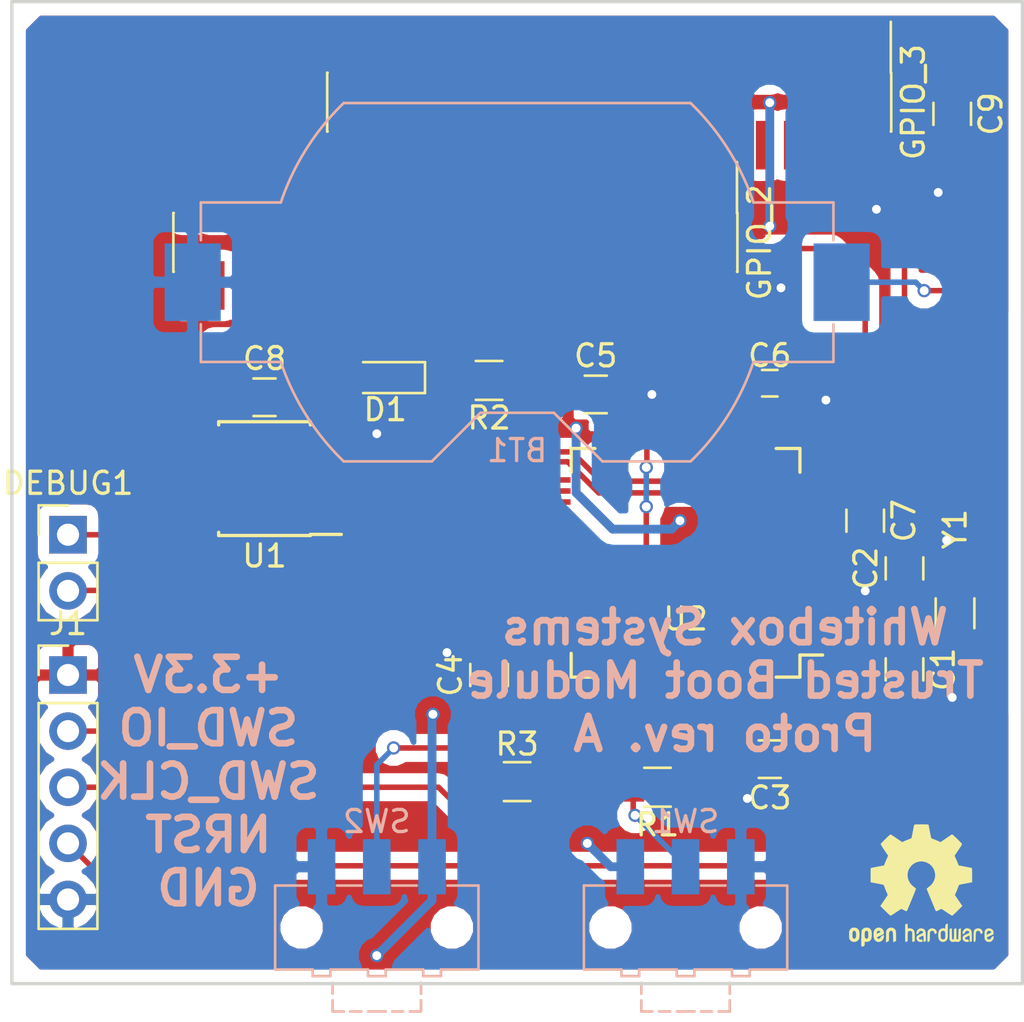
<source format=kicad_pcb>
(kicad_pcb (version 4) (host pcbnew 4.0.6)

  (general
    (links 63)
    (no_connects 0)
    (area 90.216667 35.073266 147.83181 81.945001)
    (thickness 1.6)
    (drawings 6)
    (tracks 259)
    (zones 0)
    (modules 24)
    (nets 133)
  )

  (page A4)
  (title_block
    (title "Trusted Boot Module")
    (date 2017-05-29)
    (rev 1)
    (company "Whitebox Systems")
  )

  (layers
    (0 F.Cu signal)
    (31 B.Cu signal)
    (32 B.Adhes user)
    (33 F.Adhes user)
    (34 B.Paste user)
    (35 F.Paste user)
    (36 B.SilkS user hide)
    (37 F.SilkS user)
    (38 B.Mask user)
    (39 F.Mask user)
    (40 Dwgs.User user)
    (41 Cmts.User user)
    (42 Eco1.User user)
    (43 Eco2.User user)
    (44 Edge.Cuts user)
    (45 Margin user)
    (46 B.CrtYd user)
    (47 F.CrtYd user)
    (48 B.Fab user hide)
    (49 F.Fab user hide)
  )

  (setup
    (last_trace_width 0.25)
    (trace_clearance 0.2)
    (zone_clearance 0.508)
    (zone_45_only no)
    (trace_min 0.2)
    (segment_width 0.2)
    (edge_width 0.15)
    (via_size 0.6)
    (via_drill 0.4)
    (via_min_size 0.4)
    (via_min_drill 0.3)
    (uvia_size 0.3)
    (uvia_drill 0.1)
    (uvias_allowed no)
    (uvia_min_size 0.4)
    (uvia_min_drill 0.1)
    (pcb_text_width 0.3)
    (pcb_text_size 1.5 1.5)
    (mod_edge_width 0.15)
    (mod_text_size 1 1)
    (mod_text_width 0.15)
    (pad_size 1.524 1.524)
    (pad_drill 0.762)
    (pad_to_mask_clearance 0.2)
    (aux_axis_origin 0 0)
    (visible_elements 7FFFFF1F)
    (pcbplotparams
      (layerselection 0x011fc_80000001)
      (usegerberextensions true)
      (excludeedgelayer true)
      (linewidth 0.100000)
      (plotframeref false)
      (viasonmask false)
      (mode 1)
      (useauxorigin false)
      (hpglpennumber 1)
      (hpglpenspeed 20)
      (hpglpendiameter 15)
      (hpglpenoverlay 2)
      (psnegative false)
      (psa4output false)
      (plotreference true)
      (plotvalue true)
      (plotinvisibletext false)
      (padsonsilk false)
      (subtractmaskfromsilk false)
      (outputformat 1)
      (mirror false)
      (drillshape 0)
      (scaleselection 1)
      (outputdirectory C:/Users/Mark/Documents/Whitebox/gerber_pcbv1/))
  )

  (net 0 "")
  (net 1 "Net-(BT1-Pad1)")
  (net 2 Earth)
  (net 3 "Net-(C1-Pad1)")
  (net 4 "Net-(C2-Pad1)")
  (net 5 +3V3)
  (net 6 "Net-(D1-Pad1)")
  (net 7 "Net-(DEBUG1-Pad1)")
  (net 8 "Net-(DEBUG1-Pad2)")
  (net 9 "Net-(GPIO_2-Pad1)")
  (net 10 "Net-(GPIO_2-Pad4)")
  (net 11 "Net-(GPIO_2-Pad5)")
  (net 12 "Net-(GPIO_2-Pad6)")
  (net 13 "Net-(GPIO_2-Pad7)")
  (net 14 "Net-(GPIO_2-Pad8)")
  (net 15 "Net-(GPIO_2-Pad9)")
  (net 16 "Net-(GPIO_2-Pad10)")
  (net 17 "Net-(GPIO_2-Pad11)")
  (net 18 "Net-(GPIO_2-Pad12)")
  (net 19 "Net-(GPIO_2-Pad13)")
  (net 20 "Net-(GPIO_2-Pad14)")
  (net 21 "Net-(GPIO_2-Pad15)")
  (net 22 "Net-(GPIO_2-Pad16)")
  (net 23 "Net-(GPIO_2-Pad17)")
  (net 24 "Net-(GPIO_2-Pad18)")
  (net 25 "Net-(GPIO_2-Pad19)")
  (net 26 "Net-(GPIO_2-Pad20)")
  (net 27 "Net-(GPIO_2-Pad21)")
  (net 28 "Net-(GPIO_2-Pad22)")
  (net 29 "Net-(GPIO_2-Pad23)")
  (net 30 "Net-(GPIO_2-Pad24)")
  (net 31 "Net-(GPIO_2-Pad25)")
  (net 32 "Net-(GPIO_2-Pad26)")
  (net 33 "Net-(GPIO_2-Pad27)")
  (net 34 "Net-(GPIO_2-Pad28)")
  (net 35 "Net-(GPIO_2-Pad29)")
  (net 36 LIME_RX)
  (net 37 "Net-(GPIO_2-Pad31)")
  (net 38 LIME_TX)
  (net 39 "Net-(GPIO_2-Pad33)")
  (net 40 "Net-(GPIO_2-Pad34)")
  (net 41 "Net-(GPIO_2-Pad35)")
  (net 42 "Net-(GPIO_2-Pad36)")
  (net 43 "Net-(GPIO_2-Pad37)")
  (net 44 "Net-(GPIO_2-Pad38)")
  (net 45 "Net-(GPIO_2-Pad39)")
  (net 46 "Net-(GPIO_2-Pad40)")
  (net 47 "Net-(GPIO_3-Pad1)")
  (net 48 "Net-(GPIO_3-Pad4)")
  (net 49 NRST)
  (net 50 "Net-(GPIO_3-Pad6)")
  (net 51 "Net-(GPIO_3-Pad7)")
  (net 52 "Net-(GPIO_3-Pad8)")
  (net 53 "Net-(GPIO_3-Pad9)")
  (net 54 "Net-(GPIO_3-Pad10)")
  (net 55 "Net-(GPIO_3-Pad11)")
  (net 56 "Net-(GPIO_3-Pad12)")
  (net 57 "Net-(GPIO_3-Pad13)")
  (net 58 "Net-(GPIO_3-Pad14)")
  (net 59 "Net-(GPIO_3-Pad15)")
  (net 60 "Net-(GPIO_3-Pad16)")
  (net 61 "Net-(GPIO_3-Pad17)")
  (net 62 "Net-(GPIO_3-Pad18)")
  (net 63 "Net-(GPIO_3-Pad19)")
  (net 64 "Net-(GPIO_3-Pad20)")
  (net 65 "Net-(GPIO_3-Pad21)")
  (net 66 "Net-(GPIO_3-Pad22)")
  (net 67 "Net-(GPIO_3-Pad23)")
  (net 68 "Net-(GPIO_3-Pad24)")
  (net 69 "Net-(GPIO_3-Pad25)")
  (net 70 "Net-(GPIO_3-Pad26)")
  (net 71 "Net-(GPIO_3-Pad27)")
  (net 72 "Net-(GPIO_3-Pad28)")
  (net 73 "Net-(GPIO_3-Pad29)")
  (net 74 "Net-(GPIO_3-Pad30)")
  (net 75 "Net-(GPIO_3-Pad31)")
  (net 76 "Net-(GPIO_3-Pad32)")
  (net 77 "Net-(GPIO_3-Pad33)")
  (net 78 "Net-(GPIO_3-Pad34)")
  (net 79 "Net-(GPIO_3-Pad35)")
  (net 80 "Net-(GPIO_3-Pad36)")
  (net 81 "Net-(GPIO_3-Pad37)")
  (net 82 "Net-(GPIO_3-Pad38)")
  (net 83 "Net-(GPIO_3-Pad39)")
  (net 84 "Net-(GPIO_3-Pad40)")
  (net 85 SWD_IO)
  (net 86 SWD_CLK)
  (net 87 "Net-(R1-Pad1)")
  (net 88 "Net-(R1-Pad2)")
  (net 89 "Net-(R2-Pad1)")
  (net 90 "Net-(R3-Pad1)")
  (net 91 "Net-(R3-Pad2)")
  (net 92 SPI_CS)
  (net 93 SPI_MISO)
  (net 94 SPI_MOSI)
  (net 95 SPI_SCK)
  (net 96 "Net-(U2-Pad2)")
  (net 97 "Net-(U2-Pad5)")
  (net 98 "Net-(U2-Pad6)")
  (net 99 "Net-(U2-Pad8)")
  (net 100 "Net-(U2-Pad9)")
  (net 101 "Net-(U2-Pad10)")
  (net 102 "Net-(U2-Pad11)")
  (net 103 "Net-(U2-Pad14)")
  (net 104 "Net-(U2-Pad24)")
  (net 105 "Net-(U2-Pad25)")
  (net 106 "Net-(U2-Pad27)")
  (net 107 "Net-(U2-Pad29)")
  (net 108 "Net-(U2-Pad30)")
  (net 109 "Net-(U2-Pad33)")
  (net 110 "Net-(U2-Pad34)")
  (net 111 "Net-(U2-Pad35)")
  (net 112 "Net-(U2-Pad36)")
  (net 113 "Net-(U2-Pad37)")
  (net 114 "Net-(U2-Pad38)")
  (net 115 "Net-(U2-Pad39)")
  (net 116 "Net-(U2-Pad40)")
  (net 117 "Net-(U2-Pad41)")
  (net 118 "Net-(U2-Pad44)")
  (net 119 "Net-(U2-Pad45)")
  (net 120 "Net-(U2-Pad50)")
  (net 121 "Net-(U2-Pad51)")
  (net 122 "Net-(U2-Pad52)")
  (net 123 "Net-(U2-Pad53)")
  (net 124 "Net-(U2-Pad54)")
  (net 125 "Net-(U2-Pad55)")
  (net 126 "Net-(U2-Pad56)")
  (net 127 "Net-(U2-Pad57)")
  (net 128 "Net-(U2-Pad58)")
  (net 129 "Net-(U2-Pad59)")
  (net 130 "Net-(U2-Pad61)")
  (net 131 "Net-(U2-Pad62)")
  (net 132 LIME_RST)

  (net_class Default "Dit is de standaard class."
    (clearance 0.2)
    (trace_width 0.25)
    (via_dia 0.6)
    (via_drill 0.4)
    (uvia_dia 0.3)
    (uvia_drill 0.1)
    (add_net LIME_RST)
    (add_net LIME_RX)
    (add_net LIME_TX)
    (add_net NRST)
    (add_net "Net-(BT1-Pad1)")
    (add_net "Net-(C1-Pad1)")
    (add_net "Net-(C2-Pad1)")
    (add_net "Net-(D1-Pad1)")
    (add_net "Net-(DEBUG1-Pad1)")
    (add_net "Net-(DEBUG1-Pad2)")
    (add_net "Net-(GPIO_2-Pad1)")
    (add_net "Net-(GPIO_2-Pad10)")
    (add_net "Net-(GPIO_2-Pad11)")
    (add_net "Net-(GPIO_2-Pad12)")
    (add_net "Net-(GPIO_2-Pad13)")
    (add_net "Net-(GPIO_2-Pad14)")
    (add_net "Net-(GPIO_2-Pad15)")
    (add_net "Net-(GPIO_2-Pad16)")
    (add_net "Net-(GPIO_2-Pad17)")
    (add_net "Net-(GPIO_2-Pad18)")
    (add_net "Net-(GPIO_2-Pad19)")
    (add_net "Net-(GPIO_2-Pad20)")
    (add_net "Net-(GPIO_2-Pad21)")
    (add_net "Net-(GPIO_2-Pad22)")
    (add_net "Net-(GPIO_2-Pad23)")
    (add_net "Net-(GPIO_2-Pad24)")
    (add_net "Net-(GPIO_2-Pad25)")
    (add_net "Net-(GPIO_2-Pad26)")
    (add_net "Net-(GPIO_2-Pad27)")
    (add_net "Net-(GPIO_2-Pad28)")
    (add_net "Net-(GPIO_2-Pad29)")
    (add_net "Net-(GPIO_2-Pad31)")
    (add_net "Net-(GPIO_2-Pad33)")
    (add_net "Net-(GPIO_2-Pad34)")
    (add_net "Net-(GPIO_2-Pad35)")
    (add_net "Net-(GPIO_2-Pad36)")
    (add_net "Net-(GPIO_2-Pad37)")
    (add_net "Net-(GPIO_2-Pad38)")
    (add_net "Net-(GPIO_2-Pad39)")
    (add_net "Net-(GPIO_2-Pad4)")
    (add_net "Net-(GPIO_2-Pad40)")
    (add_net "Net-(GPIO_2-Pad5)")
    (add_net "Net-(GPIO_2-Pad6)")
    (add_net "Net-(GPIO_2-Pad7)")
    (add_net "Net-(GPIO_2-Pad8)")
    (add_net "Net-(GPIO_2-Pad9)")
    (add_net "Net-(GPIO_3-Pad1)")
    (add_net "Net-(GPIO_3-Pad10)")
    (add_net "Net-(GPIO_3-Pad11)")
    (add_net "Net-(GPIO_3-Pad12)")
    (add_net "Net-(GPIO_3-Pad13)")
    (add_net "Net-(GPIO_3-Pad14)")
    (add_net "Net-(GPIO_3-Pad15)")
    (add_net "Net-(GPIO_3-Pad16)")
    (add_net "Net-(GPIO_3-Pad17)")
    (add_net "Net-(GPIO_3-Pad18)")
    (add_net "Net-(GPIO_3-Pad19)")
    (add_net "Net-(GPIO_3-Pad20)")
    (add_net "Net-(GPIO_3-Pad21)")
    (add_net "Net-(GPIO_3-Pad22)")
    (add_net "Net-(GPIO_3-Pad23)")
    (add_net "Net-(GPIO_3-Pad24)")
    (add_net "Net-(GPIO_3-Pad25)")
    (add_net "Net-(GPIO_3-Pad26)")
    (add_net "Net-(GPIO_3-Pad27)")
    (add_net "Net-(GPIO_3-Pad28)")
    (add_net "Net-(GPIO_3-Pad29)")
    (add_net "Net-(GPIO_3-Pad30)")
    (add_net "Net-(GPIO_3-Pad31)")
    (add_net "Net-(GPIO_3-Pad32)")
    (add_net "Net-(GPIO_3-Pad33)")
    (add_net "Net-(GPIO_3-Pad34)")
    (add_net "Net-(GPIO_3-Pad35)")
    (add_net "Net-(GPIO_3-Pad36)")
    (add_net "Net-(GPIO_3-Pad37)")
    (add_net "Net-(GPIO_3-Pad38)")
    (add_net "Net-(GPIO_3-Pad39)")
    (add_net "Net-(GPIO_3-Pad4)")
    (add_net "Net-(GPIO_3-Pad40)")
    (add_net "Net-(GPIO_3-Pad6)")
    (add_net "Net-(GPIO_3-Pad7)")
    (add_net "Net-(GPIO_3-Pad8)")
    (add_net "Net-(GPIO_3-Pad9)")
    (add_net "Net-(R1-Pad1)")
    (add_net "Net-(R1-Pad2)")
    (add_net "Net-(R2-Pad1)")
    (add_net "Net-(R3-Pad1)")
    (add_net "Net-(R3-Pad2)")
    (add_net "Net-(U2-Pad10)")
    (add_net "Net-(U2-Pad11)")
    (add_net "Net-(U2-Pad14)")
    (add_net "Net-(U2-Pad2)")
    (add_net "Net-(U2-Pad24)")
    (add_net "Net-(U2-Pad25)")
    (add_net "Net-(U2-Pad27)")
    (add_net "Net-(U2-Pad29)")
    (add_net "Net-(U2-Pad30)")
    (add_net "Net-(U2-Pad33)")
    (add_net "Net-(U2-Pad34)")
    (add_net "Net-(U2-Pad35)")
    (add_net "Net-(U2-Pad36)")
    (add_net "Net-(U2-Pad37)")
    (add_net "Net-(U2-Pad38)")
    (add_net "Net-(U2-Pad39)")
    (add_net "Net-(U2-Pad40)")
    (add_net "Net-(U2-Pad41)")
    (add_net "Net-(U2-Pad44)")
    (add_net "Net-(U2-Pad45)")
    (add_net "Net-(U2-Pad5)")
    (add_net "Net-(U2-Pad50)")
    (add_net "Net-(U2-Pad51)")
    (add_net "Net-(U2-Pad52)")
    (add_net "Net-(U2-Pad53)")
    (add_net "Net-(U2-Pad54)")
    (add_net "Net-(U2-Pad55)")
    (add_net "Net-(U2-Pad56)")
    (add_net "Net-(U2-Pad57)")
    (add_net "Net-(U2-Pad58)")
    (add_net "Net-(U2-Pad59)")
    (add_net "Net-(U2-Pad6)")
    (add_net "Net-(U2-Pad61)")
    (add_net "Net-(U2-Pad62)")
    (add_net "Net-(U2-Pad8)")
    (add_net "Net-(U2-Pad9)")
    (add_net SPI_CS)
    (add_net SPI_MISO)
    (add_net SPI_MOSI)
    (add_net SPI_SCK)
    (add_net SWD_CLK)
    (add_net SWD_IO)
  )

  (net_class Power ""
    (clearance 0.2)
    (trace_width 0.4)
    (via_dia 0.6)
    (via_drill 0.4)
    (uvia_dia 0.3)
    (uvia_drill 0.1)
    (add_net +3V3)
    (add_net Earth)
  )

  (module Battery_Holders:Keystone_1058_1x2032-CoinCell (layer B.Cu) (tedit 589EE147) (tstamp 592C1C92)
    (at 115.57 48.26 180)
    (descr http://www.keyelco.com/product-pdf.cfm?p=14028)
    (tags "Keystone type 1058 coin cell retainer")
    (path /59270E22)
    (attr smd)
    (fp_text reference BT1 (at 0 -7.62 180) (layer B.SilkS)
      (effects (font (size 1 1) (thickness 0.15)) (justify mirror))
    )
    (fp_text value Battery_Cell (at 0 9.398 180) (layer B.Fab)
      (effects (font (size 1 1) (thickness 0.15)) (justify mirror))
    )
    (fp_arc (start 0 0) (end 11.06 -4.11) (angle -139.2) (layer B.CrtYd) (width 0.05))
    (fp_arc (start 0 0) (end -11.06 4.11) (angle -139.2) (layer B.CrtYd) (width 0.05))
    (fp_line (start 11.06 -4.11) (end 16.45 -4.11) (layer B.CrtYd) (width 0.05))
    (fp_line (start 16.45 -4.11) (end 16.45 4.11) (layer B.CrtYd) (width 0.05))
    (fp_line (start 16.45 4.11) (end 11.06 4.11) (layer B.CrtYd) (width 0.05))
    (fp_line (start -16.45 4.11) (end -11.06 4.11) (layer B.CrtYd) (width 0.05))
    (fp_line (start -16.45 4.11) (end -16.45 -4.11) (layer B.CrtYd) (width 0.05))
    (fp_line (start -16.45 -4.11) (end -11.06 -4.11) (layer B.CrtYd) (width 0.05))
    (fp_arc (start 0 0) (end -10.692 -3.61) (angle 27.3) (layer B.SilkS) (width 0.12))
    (fp_arc (start 0 0) (end 10.692 3.61) (angle 27.3) (layer B.SilkS) (width 0.12))
    (fp_arc (start 0 0) (end 10.692 -3.61) (angle -27.3) (layer B.SilkS) (width 0.12))
    (fp_arc (start 0 0) (end -10.692 3.61) (angle -27.3) (layer B.SilkS) (width 0.12))
    (fp_line (start -14.31 -1.9) (end -14.31 -3.61) (layer B.SilkS) (width 0.12))
    (fp_line (start -10.692 -3.61) (end -14.31 -3.61) (layer B.SilkS) (width 0.12))
    (fp_line (start -3.86 -8.11) (end -7.8473 -8.11) (layer B.SilkS) (width 0.12))
    (fp_line (start -1.66 -5.91) (end -3.86 -8.11) (layer B.SilkS) (width 0.12))
    (fp_line (start 1.66 -5.91) (end -1.66 -5.91) (layer B.SilkS) (width 0.12))
    (fp_line (start 1.66 -5.91) (end 3.86 -8.11) (layer B.SilkS) (width 0.12))
    (fp_line (start 7.8473 -8.11) (end 3.86 -8.11) (layer B.SilkS) (width 0.12))
    (fp_line (start 14.31 -1.9) (end 14.31 -3.61) (layer B.SilkS) (width 0.12))
    (fp_line (start 14.31 -3.61) (end 10.692 -3.61) (layer B.SilkS) (width 0.12))
    (fp_line (start 10.692 3.61) (end 14.31 3.61) (layer B.SilkS) (width 0.12))
    (fp_line (start 14.31 1.9) (end 14.31 3.61) (layer B.SilkS) (width 0.12))
    (fp_line (start -7.8473 8.11) (end 7.8473 8.11) (layer B.SilkS) (width 0.12))
    (fp_line (start -14.31 1.9) (end -14.31 3.61) (layer B.SilkS) (width 0.12))
    (fp_line (start -14.31 3.61) (end -10.692 3.61) (layer B.SilkS) (width 0.12))
    (fp_arc (start 0 0) (end -10.61275 -3.5) (angle 27.4635) (layer B.Fab) (width 0.1))
    (fp_arc (start 0 0) (end 10.61275 3.5) (angle 27.4635) (layer B.Fab) (width 0.1))
    (fp_arc (start 0 0) (end 10.61275 -3.5) (angle -27.4635) (layer B.Fab) (width 0.1))
    (fp_line (start 14.2 -1.9) (end 14.2 -3.5) (layer B.Fab) (width 0.1))
    (fp_line (start 14.2 -3.5) (end 10.61275 -3.5) (layer B.Fab) (width 0.1))
    (fp_line (start 10.61275 3.5) (end 14.2 3.5) (layer B.Fab) (width 0.1))
    (fp_line (start 14.2 3.5) (end 14.2 1.9) (layer B.Fab) (width 0.1))
    (fp_line (start -14.2 -1.9) (end -14.2 -3.5) (layer B.Fab) (width 0.1))
    (fp_line (start -14.2 -3.5) (end -10.61275 -3.5) (layer B.Fab) (width 0.1))
    (fp_line (start 3.9 -8) (end 7.8026 -8) (layer B.Fab) (width 0.1))
    (fp_line (start 1.7 -5.8) (end 3.9 -8) (layer B.Fab) (width 0.1))
    (fp_line (start -1.7 -5.8) (end -3.9 -8) (layer B.Fab) (width 0.1))
    (fp_line (start -1.7 -5.8) (end 1.7 -5.8) (layer B.Fab) (width 0.1))
    (fp_line (start -14.2 3.5) (end -10.61275 3.5) (layer B.Fab) (width 0.1))
    (fp_line (start -14.2 3.5) (end -14.2 1.9) (layer B.Fab) (width 0.1))
    (fp_line (start -3.9 -8) (end -7.8026 -8) (layer B.Fab) (width 0.1))
    (fp_line (start -7.8026 8) (end 7.8026 8) (layer B.Fab) (width 0.1))
    (fp_arc (start 0 0) (end -10.61275 3.5) (angle -27.4635) (layer B.Fab) (width 0.1))
    (fp_circle (center 0 0) (end 10 0) (layer Dwgs.User) (width 0.15))
    (pad 1 smd rect (at -14.68 0 180) (size 2.54 3.51) (layers B.Cu B.Paste B.Mask)
      (net 1 "Net-(BT1-Pad1)"))
    (pad 2 smd rect (at 14.68 0 180) (size 2.54 3.51) (layers B.Cu B.Paste B.Mask)
      (net 2 Earth))
  )

  (module test:Pin_Header_Straight_2x20_Pitch1.27mm_SMD_smallpad (layer F.Cu) (tedit 58CD4ED7) (tstamp 592C1F0D)
    (at 119.7356 40.1066 270)
    (descr "surface-mounted straight pin header, 2x20, 1.27mm pitch, double rows")
    (tags "Surface mounted pin header SMD 2x20 1.27mm double row")
    (path /59260C3B)
    (attr smd)
    (fp_text reference GPIO_3 (at 0 -13.76 270) (layer F.SilkS)
      (effects (font (size 1 1) (thickness 0.15)))
    )
    (fp_text value CONN_02X20 (at 0 13.76 270) (layer F.Fab)
      (effects (font (size 1 1) (thickness 0.15)))
    )
    (fp_line (start -1.27 -12.7) (end -1.27 12.7) (layer F.Fab) (width 0.1))
    (fp_line (start -1.27 12.7) (end 1.27 12.7) (layer F.Fab) (width 0.1))
    (fp_line (start 1.27 12.7) (end 1.27 -12.7) (layer F.Fab) (width 0.1))
    (fp_line (start 1.27 -12.7) (end -1.27 -12.7) (layer F.Fab) (width 0.1))
    (fp_line (start -1.27 -12.265) (end -1.27 -11.865) (layer F.Fab) (width 0.1))
    (fp_line (start -1.27 -11.865) (end -2.555 -11.865) (layer F.Fab) (width 0.1))
    (fp_line (start -2.555 -11.865) (end -2.555 -12.265) (layer F.Fab) (width 0.1))
    (fp_line (start -2.555 -12.265) (end -1.27 -12.265) (layer F.Fab) (width 0.1))
    (fp_line (start 1.27 -12.265) (end 1.27 -11.865) (layer F.Fab) (width 0.1))
    (fp_line (start 1.27 -11.865) (end 2.555 -11.865) (layer F.Fab) (width 0.1))
    (fp_line (start 2.555 -11.865) (end 2.555 -12.265) (layer F.Fab) (width 0.1))
    (fp_line (start 2.555 -12.265) (end 1.27 -12.265) (layer F.Fab) (width 0.1))
    (fp_line (start -1.27 -10.995) (end -1.27 -10.595) (layer F.Fab) (width 0.1))
    (fp_line (start -1.27 -10.595) (end -2.555 -10.595) (layer F.Fab) (width 0.1))
    (fp_line (start -2.555 -10.595) (end -2.555 -10.995) (layer F.Fab) (width 0.1))
    (fp_line (start -2.555 -10.995) (end -1.27 -10.995) (layer F.Fab) (width 0.1))
    (fp_line (start 1.27 -10.995) (end 1.27 -10.595) (layer F.Fab) (width 0.1))
    (fp_line (start 1.27 -10.595) (end 2.555 -10.595) (layer F.Fab) (width 0.1))
    (fp_line (start 2.555 -10.595) (end 2.555 -10.995) (layer F.Fab) (width 0.1))
    (fp_line (start 2.555 -10.995) (end 1.27 -10.995) (layer F.Fab) (width 0.1))
    (fp_line (start -1.27 -9.725) (end -1.27 -9.325) (layer F.Fab) (width 0.1))
    (fp_line (start -1.27 -9.325) (end -2.555 -9.325) (layer F.Fab) (width 0.1))
    (fp_line (start -2.555 -9.325) (end -2.555 -9.725) (layer F.Fab) (width 0.1))
    (fp_line (start -2.555 -9.725) (end -1.27 -9.725) (layer F.Fab) (width 0.1))
    (fp_line (start 1.27 -9.725) (end 1.27 -9.325) (layer F.Fab) (width 0.1))
    (fp_line (start 1.27 -9.325) (end 2.555 -9.325) (layer F.Fab) (width 0.1))
    (fp_line (start 2.555 -9.325) (end 2.555 -9.725) (layer F.Fab) (width 0.1))
    (fp_line (start 2.555 -9.725) (end 1.27 -9.725) (layer F.Fab) (width 0.1))
    (fp_line (start -1.27 -8.455) (end -1.27 -8.055) (layer F.Fab) (width 0.1))
    (fp_line (start -1.27 -8.055) (end -2.555 -8.055) (layer F.Fab) (width 0.1))
    (fp_line (start -2.555 -8.055) (end -2.555 -8.455) (layer F.Fab) (width 0.1))
    (fp_line (start -2.555 -8.455) (end -1.27 -8.455) (layer F.Fab) (width 0.1))
    (fp_line (start 1.27 -8.455) (end 1.27 -8.055) (layer F.Fab) (width 0.1))
    (fp_line (start 1.27 -8.055) (end 2.555 -8.055) (layer F.Fab) (width 0.1))
    (fp_line (start 2.555 -8.055) (end 2.555 -8.455) (layer F.Fab) (width 0.1))
    (fp_line (start 2.555 -8.455) (end 1.27 -8.455) (layer F.Fab) (width 0.1))
    (fp_line (start -1.27 -7.185) (end -1.27 -6.785) (layer F.Fab) (width 0.1))
    (fp_line (start -1.27 -6.785) (end -2.555 -6.785) (layer F.Fab) (width 0.1))
    (fp_line (start -2.555 -6.785) (end -2.555 -7.185) (layer F.Fab) (width 0.1))
    (fp_line (start -2.555 -7.185) (end -1.27 -7.185) (layer F.Fab) (width 0.1))
    (fp_line (start 1.27 -7.185) (end 1.27 -6.785) (layer F.Fab) (width 0.1))
    (fp_line (start 1.27 -6.785) (end 2.555 -6.785) (layer F.Fab) (width 0.1))
    (fp_line (start 2.555 -6.785) (end 2.555 -7.185) (layer F.Fab) (width 0.1))
    (fp_line (start 2.555 -7.185) (end 1.27 -7.185) (layer F.Fab) (width 0.1))
    (fp_line (start -1.27 -5.915) (end -1.27 -5.515) (layer F.Fab) (width 0.1))
    (fp_line (start -1.27 -5.515) (end -2.555 -5.515) (layer F.Fab) (width 0.1))
    (fp_line (start -2.555 -5.515) (end -2.555 -5.915) (layer F.Fab) (width 0.1))
    (fp_line (start -2.555 -5.915) (end -1.27 -5.915) (layer F.Fab) (width 0.1))
    (fp_line (start 1.27 -5.915) (end 1.27 -5.515) (layer F.Fab) (width 0.1))
    (fp_line (start 1.27 -5.515) (end 2.555 -5.515) (layer F.Fab) (width 0.1))
    (fp_line (start 2.555 -5.515) (end 2.555 -5.915) (layer F.Fab) (width 0.1))
    (fp_line (start 2.555 -5.915) (end 1.27 -5.915) (layer F.Fab) (width 0.1))
    (fp_line (start -1.27 -4.645) (end -1.27 -4.245) (layer F.Fab) (width 0.1))
    (fp_line (start -1.27 -4.245) (end -2.555 -4.245) (layer F.Fab) (width 0.1))
    (fp_line (start -2.555 -4.245) (end -2.555 -4.645) (layer F.Fab) (width 0.1))
    (fp_line (start -2.555 -4.645) (end -1.27 -4.645) (layer F.Fab) (width 0.1))
    (fp_line (start 1.27 -4.645) (end 1.27 -4.245) (layer F.Fab) (width 0.1))
    (fp_line (start 1.27 -4.245) (end 2.555 -4.245) (layer F.Fab) (width 0.1))
    (fp_line (start 2.555 -4.245) (end 2.555 -4.645) (layer F.Fab) (width 0.1))
    (fp_line (start 2.555 -4.645) (end 1.27 -4.645) (layer F.Fab) (width 0.1))
    (fp_line (start -1.27 -3.375) (end -1.27 -2.975) (layer F.Fab) (width 0.1))
    (fp_line (start -1.27 -2.975) (end -2.555 -2.975) (layer F.Fab) (width 0.1))
    (fp_line (start -2.555 -2.975) (end -2.555 -3.375) (layer F.Fab) (width 0.1))
    (fp_line (start -2.555 -3.375) (end -1.27 -3.375) (layer F.Fab) (width 0.1))
    (fp_line (start 1.27 -3.375) (end 1.27 -2.975) (layer F.Fab) (width 0.1))
    (fp_line (start 1.27 -2.975) (end 2.555 -2.975) (layer F.Fab) (width 0.1))
    (fp_line (start 2.555 -2.975) (end 2.555 -3.375) (layer F.Fab) (width 0.1))
    (fp_line (start 2.555 -3.375) (end 1.27 -3.375) (layer F.Fab) (width 0.1))
    (fp_line (start -1.27 -2.105) (end -1.27 -1.705) (layer F.Fab) (width 0.1))
    (fp_line (start -1.27 -1.705) (end -2.555 -1.705) (layer F.Fab) (width 0.1))
    (fp_line (start -2.555 -1.705) (end -2.555 -2.105) (layer F.Fab) (width 0.1))
    (fp_line (start -2.555 -2.105) (end -1.27 -2.105) (layer F.Fab) (width 0.1))
    (fp_line (start 1.27 -2.105) (end 1.27 -1.705) (layer F.Fab) (width 0.1))
    (fp_line (start 1.27 -1.705) (end 2.555 -1.705) (layer F.Fab) (width 0.1))
    (fp_line (start 2.555 -1.705) (end 2.555 -2.105) (layer F.Fab) (width 0.1))
    (fp_line (start 2.555 -2.105) (end 1.27 -2.105) (layer F.Fab) (width 0.1))
    (fp_line (start -1.27 -0.835) (end -1.27 -0.435) (layer F.Fab) (width 0.1))
    (fp_line (start -1.27 -0.435) (end -2.555 -0.435) (layer F.Fab) (width 0.1))
    (fp_line (start -2.555 -0.435) (end -2.555 -0.835) (layer F.Fab) (width 0.1))
    (fp_line (start -2.555 -0.835) (end -1.27 -0.835) (layer F.Fab) (width 0.1))
    (fp_line (start 1.27 -0.835) (end 1.27 -0.435) (layer F.Fab) (width 0.1))
    (fp_line (start 1.27 -0.435) (end 2.555 -0.435) (layer F.Fab) (width 0.1))
    (fp_line (start 2.555 -0.435) (end 2.555 -0.835) (layer F.Fab) (width 0.1))
    (fp_line (start 2.555 -0.835) (end 1.27 -0.835) (layer F.Fab) (width 0.1))
    (fp_line (start -1.27 0.435) (end -1.27 0.835) (layer F.Fab) (width 0.1))
    (fp_line (start -1.27 0.835) (end -2.555 0.835) (layer F.Fab) (width 0.1))
    (fp_line (start -2.555 0.835) (end -2.555 0.435) (layer F.Fab) (width 0.1))
    (fp_line (start -2.555 0.435) (end -1.27 0.435) (layer F.Fab) (width 0.1))
    (fp_line (start 1.27 0.435) (end 1.27 0.835) (layer F.Fab) (width 0.1))
    (fp_line (start 1.27 0.835) (end 2.555 0.835) (layer F.Fab) (width 0.1))
    (fp_line (start 2.555 0.835) (end 2.555 0.435) (layer F.Fab) (width 0.1))
    (fp_line (start 2.555 0.435) (end 1.27 0.435) (layer F.Fab) (width 0.1))
    (fp_line (start -1.27 1.705) (end -1.27 2.105) (layer F.Fab) (width 0.1))
    (fp_line (start -1.27 2.105) (end -2.555 2.105) (layer F.Fab) (width 0.1))
    (fp_line (start -2.555 2.105) (end -2.555 1.705) (layer F.Fab) (width 0.1))
    (fp_line (start -2.555 1.705) (end -1.27 1.705) (layer F.Fab) (width 0.1))
    (fp_line (start 1.27 1.705) (end 1.27 2.105) (layer F.Fab) (width 0.1))
    (fp_line (start 1.27 2.105) (end 2.555 2.105) (layer F.Fab) (width 0.1))
    (fp_line (start 2.555 2.105) (end 2.555 1.705) (layer F.Fab) (width 0.1))
    (fp_line (start 2.555 1.705) (end 1.27 1.705) (layer F.Fab) (width 0.1))
    (fp_line (start -1.27 2.975) (end -1.27 3.375) (layer F.Fab) (width 0.1))
    (fp_line (start -1.27 3.375) (end -2.555 3.375) (layer F.Fab) (width 0.1))
    (fp_line (start -2.555 3.375) (end -2.555 2.975) (layer F.Fab) (width 0.1))
    (fp_line (start -2.555 2.975) (end -1.27 2.975) (layer F.Fab) (width 0.1))
    (fp_line (start 1.27 2.975) (end 1.27 3.375) (layer F.Fab) (width 0.1))
    (fp_line (start 1.27 3.375) (end 2.555 3.375) (layer F.Fab) (width 0.1))
    (fp_line (start 2.555 3.375) (end 2.555 2.975) (layer F.Fab) (width 0.1))
    (fp_line (start 2.555 2.975) (end 1.27 2.975) (layer F.Fab) (width 0.1))
    (fp_line (start -1.27 4.245) (end -1.27 4.645) (layer F.Fab) (width 0.1))
    (fp_line (start -1.27 4.645) (end -2.555 4.645) (layer F.Fab) (width 0.1))
    (fp_line (start -2.555 4.645) (end -2.555 4.245) (layer F.Fab) (width 0.1))
    (fp_line (start -2.555 4.245) (end -1.27 4.245) (layer F.Fab) (width 0.1))
    (fp_line (start 1.27 4.245) (end 1.27 4.645) (layer F.Fab) (width 0.1))
    (fp_line (start 1.27 4.645) (end 2.555 4.645) (layer F.Fab) (width 0.1))
    (fp_line (start 2.555 4.645) (end 2.555 4.245) (layer F.Fab) (width 0.1))
    (fp_line (start 2.555 4.245) (end 1.27 4.245) (layer F.Fab) (width 0.1))
    (fp_line (start -1.27 5.515) (end -1.27 5.915) (layer F.Fab) (width 0.1))
    (fp_line (start -1.27 5.915) (end -2.555 5.915) (layer F.Fab) (width 0.1))
    (fp_line (start -2.555 5.915) (end -2.555 5.515) (layer F.Fab) (width 0.1))
    (fp_line (start -2.555 5.515) (end -1.27 5.515) (layer F.Fab) (width 0.1))
    (fp_line (start 1.27 5.515) (end 1.27 5.915) (layer F.Fab) (width 0.1))
    (fp_line (start 1.27 5.915) (end 2.555 5.915) (layer F.Fab) (width 0.1))
    (fp_line (start 2.555 5.915) (end 2.555 5.515) (layer F.Fab) (width 0.1))
    (fp_line (start 2.555 5.515) (end 1.27 5.515) (layer F.Fab) (width 0.1))
    (fp_line (start -1.27 6.785) (end -1.27 7.185) (layer F.Fab) (width 0.1))
    (fp_line (start -1.27 7.185) (end -2.555 7.185) (layer F.Fab) (width 0.1))
    (fp_line (start -2.555 7.185) (end -2.555 6.785) (layer F.Fab) (width 0.1))
    (fp_line (start -2.555 6.785) (end -1.27 6.785) (layer F.Fab) (width 0.1))
    (fp_line (start 1.27 6.785) (end 1.27 7.185) (layer F.Fab) (width 0.1))
    (fp_line (start 1.27 7.185) (end 2.555 7.185) (layer F.Fab) (width 0.1))
    (fp_line (start 2.555 7.185) (end 2.555 6.785) (layer F.Fab) (width 0.1))
    (fp_line (start 2.555 6.785) (end 1.27 6.785) (layer F.Fab) (width 0.1))
    (fp_line (start -1.27 8.055) (end -1.27 8.455) (layer F.Fab) (width 0.1))
    (fp_line (start -1.27 8.455) (end -2.555 8.455) (layer F.Fab) (width 0.1))
    (fp_line (start -2.555 8.455) (end -2.555 8.055) (layer F.Fab) (width 0.1))
    (fp_line (start -2.555 8.055) (end -1.27 8.055) (layer F.Fab) (width 0.1))
    (fp_line (start 1.27 8.055) (end 1.27 8.455) (layer F.Fab) (width 0.1))
    (fp_line (start 1.27 8.455) (end 2.555 8.455) (layer F.Fab) (width 0.1))
    (fp_line (start 2.555 8.455) (end 2.555 8.055) (layer F.Fab) (width 0.1))
    (fp_line (start 2.555 8.055) (end 1.27 8.055) (layer F.Fab) (width 0.1))
    (fp_line (start -1.27 9.325) (end -1.27 9.725) (layer F.Fab) (width 0.1))
    (fp_line (start -1.27 9.725) (end -2.555 9.725) (layer F.Fab) (width 0.1))
    (fp_line (start -2.555 9.725) (end -2.555 9.325) (layer F.Fab) (width 0.1))
    (fp_line (start -2.555 9.325) (end -1.27 9.325) (layer F.Fab) (width 0.1))
    (fp_line (start 1.27 9.325) (end 1.27 9.725) (layer F.Fab) (width 0.1))
    (fp_line (start 1.27 9.725) (end 2.555 9.725) (layer F.Fab) (width 0.1))
    (fp_line (start 2.555 9.725) (end 2.555 9.325) (layer F.Fab) (width 0.1))
    (fp_line (start 2.555 9.325) (end 1.27 9.325) (layer F.Fab) (width 0.1))
    (fp_line (start -1.27 10.595) (end -1.27 10.995) (layer F.Fab) (width 0.1))
    (fp_line (start -1.27 10.995) (end -2.555 10.995) (layer F.Fab) (width 0.1))
    (fp_line (start -2.555 10.995) (end -2.555 10.595) (layer F.Fab) (width 0.1))
    (fp_line (start -2.555 10.595) (end -1.27 10.595) (layer F.Fab) (width 0.1))
    (fp_line (start 1.27 10.595) (end 1.27 10.995) (layer F.Fab) (width 0.1))
    (fp_line (start 1.27 10.995) (end 2.555 10.995) (layer F.Fab) (width 0.1))
    (fp_line (start 2.555 10.995) (end 2.555 10.595) (layer F.Fab) (width 0.1))
    (fp_line (start 2.555 10.595) (end 1.27 10.595) (layer F.Fab) (width 0.1))
    (fp_line (start -1.27 11.865) (end -1.27 12.265) (layer F.Fab) (width 0.1))
    (fp_line (start -1.27 12.265) (end -2.555 12.265) (layer F.Fab) (width 0.1))
    (fp_line (start -2.555 12.265) (end -2.555 11.865) (layer F.Fab) (width 0.1))
    (fp_line (start -2.555 11.865) (end -1.27 11.865) (layer F.Fab) (width 0.1))
    (fp_line (start 1.27 11.865) (end 1.27 12.265) (layer F.Fab) (width 0.1))
    (fp_line (start 1.27 12.265) (end 2.555 12.265) (layer F.Fab) (width 0.1))
    (fp_line (start 2.555 12.265) (end 2.555 11.865) (layer F.Fab) (width 0.1))
    (fp_line (start 2.555 11.865) (end 1.27 11.865) (layer F.Fab) (width 0.1))
    (fp_line (start -1.33 -12.74) (end -1.33 -12.76) (layer F.SilkS) (width 0.12))
    (fp_line (start -1.33 -12.76) (end 1.33 -12.76) (layer F.SilkS) (width 0.12))
    (fp_line (start 1.33 -12.76) (end 1.33 -12.74) (layer F.SilkS) (width 0.12))
    (fp_line (start -1.33 12.74) (end -1.33 12.76) (layer F.SilkS) (width 0.12))
    (fp_line (start -1.33 12.76) (end 1.33 12.76) (layer F.SilkS) (width 0.12))
    (fp_line (start 1.33 12.76) (end 1.33 12.74) (layer F.SilkS) (width 0.12))
    (fp_line (start -3.635 -12.74) (end -1.33 -12.74) (layer F.SilkS) (width 0.12))
    (fp_line (start -4.15 -13.2) (end -4.15 13.2) (layer F.CrtYd) (width 0.05))
    (fp_line (start -4.15 13.2) (end 4.15 13.2) (layer F.CrtYd) (width 0.05))
    (fp_line (start 4.15 13.2) (end 4.15 -13.2) (layer F.CrtYd) (width 0.05))
    (fp_line (start 4.15 -13.2) (end -4.15 -13.2) (layer F.CrtYd) (width 0.05))
    (fp_text user %R (at 0 -13.76 270) (layer F.Fab)
      (effects (font (size 1 1) (thickness 0.15)))
    )
    (pad 1 smd rect (at -1.95 -12.065 270) (size 2.2 0.7) (layers F.Cu F.Paste F.Mask)
      (net 47 "Net-(GPIO_3-Pad1)"))
    (pad 2 smd rect (at 1.95 -12.065 270) (size 2.2 0.7) (layers F.Cu F.Paste F.Mask)
      (net 2 Earth))
    (pad 3 smd rect (at -1.95 -10.795 270) (size 2.2 0.7) (layers F.Cu F.Paste F.Mask)
      (net 5 +3V3))
    (pad 4 smd rect (at 1.95 -10.795 270) (size 2.2 0.7) (layers F.Cu F.Paste F.Mask)
      (net 48 "Net-(GPIO_3-Pad4)"))
    (pad 5 smd rect (at -1.95 -9.525 270) (size 2.2 0.7) (layers F.Cu F.Paste F.Mask)
      (net 132 LIME_RST))
    (pad 6 smd rect (at 1.95 -9.525 270) (size 2.2 0.7) (layers F.Cu F.Paste F.Mask)
      (net 50 "Net-(GPIO_3-Pad6)"))
    (pad 7 smd rect (at -1.95 -8.255 270) (size 2.2 0.7) (layers F.Cu F.Paste F.Mask)
      (net 51 "Net-(GPIO_3-Pad7)"))
    (pad 8 smd rect (at 1.95 -8.255 270) (size 2.2 0.7) (layers F.Cu F.Paste F.Mask)
      (net 52 "Net-(GPIO_3-Pad8)"))
    (pad 9 smd rect (at -1.95 -6.985 270) (size 2.2 0.7) (layers F.Cu F.Paste F.Mask)
      (net 53 "Net-(GPIO_3-Pad9)"))
    (pad 10 smd rect (at 1.95 -6.985 270) (size 2.2 0.7) (layers F.Cu F.Paste F.Mask)
      (net 54 "Net-(GPIO_3-Pad10)"))
    (pad 11 smd rect (at -1.95 -5.715 270) (size 2.2 0.7) (layers F.Cu F.Paste F.Mask)
      (net 55 "Net-(GPIO_3-Pad11)"))
    (pad 12 smd rect (at 1.95 -5.715 270) (size 2.2 0.7) (layers F.Cu F.Paste F.Mask)
      (net 56 "Net-(GPIO_3-Pad12)"))
    (pad 13 smd rect (at -1.95 -4.445 270) (size 2.2 0.7) (layers F.Cu F.Paste F.Mask)
      (net 57 "Net-(GPIO_3-Pad13)"))
    (pad 14 smd rect (at 1.95 -4.445 270) (size 2.2 0.7) (layers F.Cu F.Paste F.Mask)
      (net 58 "Net-(GPIO_3-Pad14)"))
    (pad 15 smd rect (at -1.95 -3.175 270) (size 2.2 0.7) (layers F.Cu F.Paste F.Mask)
      (net 59 "Net-(GPIO_3-Pad15)"))
    (pad 16 smd rect (at 1.95 -3.175 270) (size 2.2 0.7) (layers F.Cu F.Paste F.Mask)
      (net 60 "Net-(GPIO_3-Pad16)"))
    (pad 17 smd rect (at -1.95 -1.905 270) (size 2.2 0.7) (layers F.Cu F.Paste F.Mask)
      (net 61 "Net-(GPIO_3-Pad17)"))
    (pad 18 smd rect (at 1.95 -1.905 270) (size 2.2 0.7) (layers F.Cu F.Paste F.Mask)
      (net 62 "Net-(GPIO_3-Pad18)"))
    (pad 19 smd rect (at -1.95 -0.635 270) (size 2.2 0.7) (layers F.Cu F.Paste F.Mask)
      (net 63 "Net-(GPIO_3-Pad19)"))
    (pad 20 smd rect (at 1.95 -0.635 270) (size 2.2 0.7) (layers F.Cu F.Paste F.Mask)
      (net 64 "Net-(GPIO_3-Pad20)"))
    (pad 21 smd rect (at -1.95 0.635 270) (size 2.2 0.7) (layers F.Cu F.Paste F.Mask)
      (net 65 "Net-(GPIO_3-Pad21)"))
    (pad 22 smd rect (at 1.95 0.635 270) (size 2.2 0.7) (layers F.Cu F.Paste F.Mask)
      (net 66 "Net-(GPIO_3-Pad22)"))
    (pad 23 smd rect (at -1.95 1.905 270) (size 2.2 0.7) (layers F.Cu F.Paste F.Mask)
      (net 67 "Net-(GPIO_3-Pad23)"))
    (pad 24 smd rect (at 1.95 1.905 270) (size 2.2 0.7) (layers F.Cu F.Paste F.Mask)
      (net 68 "Net-(GPIO_3-Pad24)"))
    (pad 25 smd rect (at -1.95 3.175 270) (size 2.2 0.7) (layers F.Cu F.Paste F.Mask)
      (net 69 "Net-(GPIO_3-Pad25)"))
    (pad 26 smd rect (at 1.95 3.175 270) (size 2.2 0.7) (layers F.Cu F.Paste F.Mask)
      (net 70 "Net-(GPIO_3-Pad26)"))
    (pad 27 smd rect (at -1.95 4.445 270) (size 2.2 0.7) (layers F.Cu F.Paste F.Mask)
      (net 71 "Net-(GPIO_3-Pad27)"))
    (pad 28 smd rect (at 1.95 4.445 270) (size 2.2 0.7) (layers F.Cu F.Paste F.Mask)
      (net 72 "Net-(GPIO_3-Pad28)"))
    (pad 29 smd rect (at -1.95 5.715 270) (size 2.2 0.7) (layers F.Cu F.Paste F.Mask)
      (net 73 "Net-(GPIO_3-Pad29)"))
    (pad 30 smd rect (at 1.95 5.715 270) (size 2.2 0.7) (layers F.Cu F.Paste F.Mask)
      (net 74 "Net-(GPIO_3-Pad30)"))
    (pad 31 smd rect (at -1.95 6.985 270) (size 2.2 0.7) (layers F.Cu F.Paste F.Mask)
      (net 75 "Net-(GPIO_3-Pad31)"))
    (pad 32 smd rect (at 1.95 6.985 270) (size 2.2 0.7) (layers F.Cu F.Paste F.Mask)
      (net 76 "Net-(GPIO_3-Pad32)"))
    (pad 33 smd rect (at -1.95 8.255 270) (size 2.2 0.7) (layers F.Cu F.Paste F.Mask)
      (net 77 "Net-(GPIO_3-Pad33)"))
    (pad 34 smd rect (at 1.95 8.255 270) (size 2.2 0.7) (layers F.Cu F.Paste F.Mask)
      (net 78 "Net-(GPIO_3-Pad34)"))
    (pad 35 smd rect (at -1.95 9.525 270) (size 2.2 0.7) (layers F.Cu F.Paste F.Mask)
      (net 79 "Net-(GPIO_3-Pad35)"))
    (pad 36 smd rect (at 1.95 9.525 270) (size 2.2 0.7) (layers F.Cu F.Paste F.Mask)
      (net 80 "Net-(GPIO_3-Pad36)"))
    (pad 37 smd rect (at -1.95 10.795 270) (size 2.2 0.7) (layers F.Cu F.Paste F.Mask)
      (net 81 "Net-(GPIO_3-Pad37)"))
    (pad 38 smd rect (at 1.95 10.795 270) (size 2.2 0.7) (layers F.Cu F.Paste F.Mask)
      (net 82 "Net-(GPIO_3-Pad38)"))
    (pad 39 smd rect (at -1.95 12.065 270) (size 2.2 0.7) (layers F.Cu F.Paste F.Mask)
      (net 83 "Net-(GPIO_3-Pad39)"))
    (pad 40 smd rect (at 1.95 12.065 270) (size 2.2 0.7) (layers F.Cu F.Paste F.Mask)
      (net 84 "Net-(GPIO_3-Pad40)"))
    (model ${KISYS3DMOD}/Pin_Headers.3dshapes/Pin_Header_Straight_2x20_Pitch1.27mm_SMD.wrl
      (at (xyz 0 0 0))
      (scale (xyz 1 1 1))
      (rotate (xyz 0 0 0))
    )
  )

  (module Capacitors_SMD:C_0603_HandSoldering (layer F.Cu) (tedit 58AA848B) (tstamp 592C1CF8)
    (at 127 52.832)
    (descr "Capacitor SMD 0603, hand soldering")
    (tags "capacitor 0603")
    (path /592736DD)
    (attr smd)
    (fp_text reference C6 (at 0 -1.25) (layer F.SilkS)
      (effects (font (size 1 1) (thickness 0.15)))
    )
    (fp_text value 100nF (at 0 1.5) (layer F.Fab)
      (effects (font (size 1 1) (thickness 0.15)))
    )
    (fp_text user %R (at 0 -1.25) (layer F.Fab)
      (effects (font (size 1 1) (thickness 0.15)))
    )
    (fp_line (start -0.8 0.4) (end -0.8 -0.4) (layer F.Fab) (width 0.1))
    (fp_line (start 0.8 0.4) (end -0.8 0.4) (layer F.Fab) (width 0.1))
    (fp_line (start 0.8 -0.4) (end 0.8 0.4) (layer F.Fab) (width 0.1))
    (fp_line (start -0.8 -0.4) (end 0.8 -0.4) (layer F.Fab) (width 0.1))
    (fp_line (start -0.35 -0.6) (end 0.35 -0.6) (layer F.SilkS) (width 0.12))
    (fp_line (start 0.35 0.6) (end -0.35 0.6) (layer F.SilkS) (width 0.12))
    (fp_line (start -1.8 -0.65) (end 1.8 -0.65) (layer F.CrtYd) (width 0.05))
    (fp_line (start -1.8 -0.65) (end -1.8 0.65) (layer F.CrtYd) (width 0.05))
    (fp_line (start 1.8 0.65) (end 1.8 -0.65) (layer F.CrtYd) (width 0.05))
    (fp_line (start 1.8 0.65) (end -1.8 0.65) (layer F.CrtYd) (width 0.05))
    (pad 1 smd rect (at -0.95 0) (size 1.2 0.75) (layers F.Cu F.Paste F.Mask)
      (net 5 +3V3))
    (pad 2 smd rect (at 0.95 0) (size 1.2 0.75) (layers F.Cu F.Paste F.Mask)
      (net 2 Earth))
    (model Capacitors_SMD.3dshapes/C_0603.wrl
      (at (xyz 0 0 0))
      (scale (xyz 1 1 1))
      (rotate (xyz 0 0 0))
    )
  )

  (module Capacitors_SMD:C_0805_HandSoldering (layer F.Cu) (tedit 58AA84A8) (tstamp 592C1D2B)
    (at 135.255 40.64 270)
    (descr "Capacitor SMD 0805, hand soldering")
    (tags "capacitor 0805")
    (path /592591A5)
    (attr smd)
    (fp_text reference C9 (at 0 -1.75 270) (layer F.SilkS)
      (effects (font (size 1 1) (thickness 0.15)))
    )
    (fp_text value 10uF (at 0 1.75 270) (layer F.Fab)
      (effects (font (size 1 1) (thickness 0.15)))
    )
    (fp_text user %R (at 0 -1.75 270) (layer F.Fab)
      (effects (font (size 1 1) (thickness 0.15)))
    )
    (fp_line (start -1 0.62) (end -1 -0.62) (layer F.Fab) (width 0.1))
    (fp_line (start 1 0.62) (end -1 0.62) (layer F.Fab) (width 0.1))
    (fp_line (start 1 -0.62) (end 1 0.62) (layer F.Fab) (width 0.1))
    (fp_line (start -1 -0.62) (end 1 -0.62) (layer F.Fab) (width 0.1))
    (fp_line (start 0.5 -0.85) (end -0.5 -0.85) (layer F.SilkS) (width 0.12))
    (fp_line (start -0.5 0.85) (end 0.5 0.85) (layer F.SilkS) (width 0.12))
    (fp_line (start -2.25 -0.88) (end 2.25 -0.88) (layer F.CrtYd) (width 0.05))
    (fp_line (start -2.25 -0.88) (end -2.25 0.87) (layer F.CrtYd) (width 0.05))
    (fp_line (start 2.25 0.87) (end 2.25 -0.88) (layer F.CrtYd) (width 0.05))
    (fp_line (start 2.25 0.87) (end -2.25 0.87) (layer F.CrtYd) (width 0.05))
    (pad 1 smd rect (at -1.25 0 270) (size 1.5 1.25) (layers F.Cu F.Paste F.Mask)
      (net 5 +3V3))
    (pad 2 smd rect (at 1.25 0 270) (size 1.5 1.25) (layers F.Cu F.Paste F.Mask)
      (net 2 Earth))
    (model Capacitors_SMD.3dshapes/C_0805.wrl
      (at (xyz 0 0 0))
      (scale (xyz 1 1 1))
      (rotate (xyz 0 0 0))
    )
  )

  (module Pin_Headers:Pin_Header_Straight_1x02_Pitch2.54mm (layer F.Cu) (tedit 58CD4EC1) (tstamp 592C1D55)
    (at 95.25 59.69)
    (descr "Through hole straight pin header, 1x02, 2.54mm pitch, single row")
    (tags "Through hole pin header THT 1x02 2.54mm single row")
    (path /59245A70)
    (fp_text reference DEBUG1 (at 0 -2.33) (layer F.SilkS)
      (effects (font (size 1 1) (thickness 0.15)))
    )
    (fp_text value CONN_01X02 (at 0 4.87) (layer F.Fab)
      (effects (font (size 1 1) (thickness 0.15)))
    )
    (fp_line (start -1.27 -1.27) (end -1.27 3.81) (layer F.Fab) (width 0.1))
    (fp_line (start -1.27 3.81) (end 1.27 3.81) (layer F.Fab) (width 0.1))
    (fp_line (start 1.27 3.81) (end 1.27 -1.27) (layer F.Fab) (width 0.1))
    (fp_line (start 1.27 -1.27) (end -1.27 -1.27) (layer F.Fab) (width 0.1))
    (fp_line (start -1.33 1.27) (end -1.33 3.87) (layer F.SilkS) (width 0.12))
    (fp_line (start -1.33 3.87) (end 1.33 3.87) (layer F.SilkS) (width 0.12))
    (fp_line (start 1.33 3.87) (end 1.33 1.27) (layer F.SilkS) (width 0.12))
    (fp_line (start 1.33 1.27) (end -1.33 1.27) (layer F.SilkS) (width 0.12))
    (fp_line (start -1.33 0) (end -1.33 -1.33) (layer F.SilkS) (width 0.12))
    (fp_line (start -1.33 -1.33) (end 0 -1.33) (layer F.SilkS) (width 0.12))
    (fp_line (start -1.8 -1.8) (end -1.8 4.35) (layer F.CrtYd) (width 0.05))
    (fp_line (start -1.8 4.35) (end 1.8 4.35) (layer F.CrtYd) (width 0.05))
    (fp_line (start 1.8 4.35) (end 1.8 -1.8) (layer F.CrtYd) (width 0.05))
    (fp_line (start 1.8 -1.8) (end -1.8 -1.8) (layer F.CrtYd) (width 0.05))
    (fp_text user %R (at 0 -2.33) (layer F.Fab)
      (effects (font (size 1 1) (thickness 0.15)))
    )
    (pad 1 thru_hole rect (at 0 0) (size 1.7 1.7) (drill 1) (layers *.Cu *.Mask)
      (net 7 "Net-(DEBUG1-Pad1)"))
    (pad 2 thru_hole oval (at 0 2.54) (size 1.7 1.7) (drill 1) (layers *.Cu *.Mask)
      (net 8 "Net-(DEBUG1-Pad2)"))
    (model ${KISYS3DMOD}/Pin_Headers.3dshapes/Pin_Header_Straight_1x02_Pitch2.54mm.wrl
      (at (xyz 0 -0.05 0))
      (scale (xyz 1 1 1))
      (rotate (xyz 0 0 90))
    )
  )

  (module Pin_Headers:Pin_Header_Straight_1x05_Pitch2.54mm (layer F.Cu) (tedit 592EDC9E) (tstamp 592C1F25)
    (at 95.25 66.04)
    (descr "Through hole straight pin header, 1x05, 2.54mm pitch, single row")
    (tags "Through hole pin header THT 1x05 2.54mm single row")
    (path /5925C243)
    (fp_text reference J1 (at 0 -2.33) (layer F.SilkS)
      (effects (font (size 1 1) (thickness 0.15)))
    )
    (fp_text value CONN_01X05 (at 0 12.49) (layer F.Fab)
      (effects (font (size 1 1) (thickness 0.15)))
    )
    (fp_line (start -1.27 -1.27) (end -1.27 11.43) (layer F.Fab) (width 0.1))
    (fp_line (start -1.27 11.43) (end 1.27 11.43) (layer F.Fab) (width 0.1))
    (fp_line (start 1.27 11.43) (end 1.27 -1.27) (layer F.Fab) (width 0.1))
    (fp_line (start 1.27 -1.27) (end -1.27 -1.27) (layer F.Fab) (width 0.1))
    (fp_line (start -1.33 1.27) (end -1.33 11.49) (layer F.SilkS) (width 0.12))
    (fp_line (start -1.33 11.49) (end 1.33 11.49) (layer F.SilkS) (width 0.12))
    (fp_line (start 1.33 11.49) (end 1.33 1.27) (layer F.SilkS) (width 0.12))
    (fp_line (start 1.33 1.27) (end -1.33 1.27) (layer F.SilkS) (width 0.12))
    (fp_line (start -1.33 0) (end -1.33 -1.33) (layer F.SilkS) (width 0.12))
    (fp_line (start -1.33 -1.33) (end 0 -1.33) (layer F.SilkS) (width 0.12))
    (fp_line (start -1.8 -1.8) (end -1.8 11.95) (layer F.CrtYd) (width 0.05))
    (fp_line (start -1.8 11.95) (end 1.8 11.95) (layer F.CrtYd) (width 0.05))
    (fp_line (start 1.8 11.95) (end 1.8 -1.8) (layer F.CrtYd) (width 0.05))
    (fp_line (start 1.8 -1.8) (end -1.8 -1.8) (layer F.CrtYd) (width 0.05))
    (fp_text user SWD (at 0 -2.33) (layer F.Fab)
      (effects (font (size 1 1) (thickness 0.15)))
    )
    (pad 1 thru_hole rect (at 0 0) (size 1.7 1.7) (drill 1) (layers *.Cu *.Mask)
      (net 5 +3V3))
    (pad 2 thru_hole oval (at 0 2.54) (size 1.7 1.7) (drill 1) (layers *.Cu *.Mask)
      (net 85 SWD_IO))
    (pad 3 thru_hole oval (at 0 5.08) (size 1.7 1.7) (drill 1) (layers *.Cu *.Mask)
      (net 86 SWD_CLK))
    (pad 4 thru_hole oval (at 0 7.62) (size 1.7 1.7) (drill 1) (layers *.Cu *.Mask)
      (net 49 NRST))
    (pad 5 thru_hole oval (at 0 10.16) (size 1.7 1.7) (drill 1) (layers *.Cu *.Mask)
      (net 2 Earth))
    (model ${KISYS3DMOD}/Pin_Headers.3dshapes/Pin_Header_Straight_1x05_Pitch2.54mm.wrl
      (at (xyz 0 -0.2 0))
      (scale (xyz 1 1 1))
      (rotate (xyz 0 0 90))
    )
  )

  (module Buttons_Switches_SMD:SW_SPDT_CK-JS102011SAQN (layer B.Cu) (tedit 58A50DA6) (tstamp 592C1FB3)
    (at 123.19 77.47 180)
    (descr http://www.ckswitches.com/media/1422/js.pdf)
    (tags "switch spdt")
    (path /5925582A)
    (attr smd)
    (fp_text reference SW1 (at 0 4.8 180) (layer B.SilkS)
      (effects (font (size 1 1) (thickness 0.15)) (justify mirror))
    )
    (fp_text value SW_BOOT0 (at 0 2.9 180) (layer B.Fab)
      (effects (font (size 1 1) (thickness 0.15)) (justify mirror))
    )
    (fp_line (start -4.5 1.8) (end 4.5 1.8) (layer B.Fab) (width 0.1))
    (fp_line (start 4.5 1.8) (end 4.5 -1.8) (layer B.Fab) (width 0.1))
    (fp_line (start 4.5 -1.8) (end -4.4 -1.8) (layer B.Fab) (width 0.1))
    (fp_line (start -4.4 -1.8) (end -4.5 -1.8) (layer B.Fab) (width 0.1))
    (fp_line (start -4.5 -1.8) (end -4.5 -1.8) (layer B.Fab) (width 0.1))
    (fp_line (start -4.5 1.8) (end -4.5 -1.8) (layer B.Fab) (width 0.1))
    (fp_line (start -4.5 -1.8) (end -4.5 -1.8) (layer B.Fab) (width 0.1))
    (fp_text user %R (at 0 0 180) (layer B.Fab)
      (effects (font (size 1 1) (thickness 0.15)) (justify mirror))
    )
    (fp_line (start -1.5 -1.8) (end -1.5 -1.8) (layer B.Fab) (width 0.1))
    (fp_line (start 3.2 1.9) (end 4.6 1.9) (layer B.SilkS) (width 0.12))
    (fp_line (start 4.6 1.9) (end 4.6 -1.9) (layer B.SilkS) (width 0.12))
    (fp_line (start -4.6 -1.9) (end -4.6 1.9) (layer B.SilkS) (width 0.12))
    (fp_line (start -4.6 1.9) (end -3.2 1.9) (layer B.SilkS) (width 0.12))
    (fp_line (start 1.8 1.9) (end 0.7 1.9) (layer B.SilkS) (width 0.12))
    (fp_line (start 0.7 1.9) (end 0.7 1.9) (layer B.SilkS) (width 0.12))
    (fp_line (start -0.7 1.9) (end -1.8 1.9) (layer B.SilkS) (width 0.12))
    (fp_line (start -1.8 1.9) (end -1.8 1.9) (layer B.SilkS) (width 0.12))
    (fp_line (start 0.3 -1.8) (end 0.3 -2.1) (layer B.Fab) (width 0.1))
    (fp_line (start 0.3 -2.1) (end -0.3 -2.1) (layer B.Fab) (width 0.1))
    (fp_line (start -0.3 -2.1) (end -0.3 -1.8) (layer B.Fab) (width 0.1))
    (fp_line (start -0.3 -1.8) (end -0.3 -1.8) (layer B.Fab) (width 0.1))
    (fp_line (start -2.2 -1.8) (end -2.2 -2.1) (layer B.Fab) (width 0.1))
    (fp_line (start -2.2 -2.1) (end -2.8 -2.1) (layer B.Fab) (width 0.1))
    (fp_line (start -2.8 -2.1) (end -2.8 -1.8) (layer B.Fab) (width 0.1))
    (fp_line (start -2.8 -1.8) (end -2.8 -1.8) (layer B.Fab) (width 0.1))
    (fp_line (start 2.2 -1.8) (end 2.2 -2.1) (layer B.Fab) (width 0.1))
    (fp_line (start 2.2 -2.1) (end 2.8 -2.1) (layer B.Fab) (width 0.1))
    (fp_line (start 2.8 -2.1) (end 2.8 -1.8) (layer B.Fab) (width 0.1))
    (fp_line (start 2.8 -1.8) (end 2.8 -1.8) (layer B.Fab) (width 0.1))
    (fp_line (start 4.6 -1.9) (end 2.9 -1.9) (layer B.SilkS) (width 0.12))
    (fp_line (start 2.9 -1.9) (end 2.9 -2.2) (layer B.SilkS) (width 0.12))
    (fp_line (start 2.9 -2.2) (end 2.1 -2.2) (layer B.SilkS) (width 0.12))
    (fp_line (start 2.1 -2.2) (end 2.1 -1.9) (layer B.SilkS) (width 0.12))
    (fp_line (start 2.1 -1.9) (end 0.4 -1.9) (layer B.SilkS) (width 0.12))
    (fp_line (start 0.4 -1.9) (end 0.4 -2.2) (layer B.SilkS) (width 0.12))
    (fp_line (start 0.4 -2.2) (end -0.4 -2.2) (layer B.SilkS) (width 0.12))
    (fp_line (start -0.4 -2.2) (end -0.4 -1.9) (layer B.SilkS) (width 0.12))
    (fp_line (start -0.4 -1.9) (end -2.1 -1.9) (layer B.SilkS) (width 0.12))
    (fp_line (start -2.1 -1.9) (end -2.1 -2.2) (layer B.SilkS) (width 0.12))
    (fp_line (start -2.1 -2.2) (end -2.9 -2.2) (layer B.SilkS) (width 0.12))
    (fp_line (start -2.9 -2.2) (end -2.9 -1.9) (layer B.SilkS) (width 0.12))
    (fp_line (start -2.9 -1.9) (end -4.6 -1.9) (layer B.SilkS) (width 0.12))
    (fp_line (start -4.6 -1.9) (end -4.6 -1.9) (layer B.SilkS) (width 0.12))
    (fp_line (start -0.5 -1.8) (end -0.5 -3.8) (layer B.Fab) (width 0.1))
    (fp_line (start -0.5 -3.8) (end -2 -3.8) (layer B.Fab) (width 0.1))
    (fp_line (start -2 -3.8) (end -2 -1.8) (layer B.Fab) (width 0.1))
    (fp_line (start -2 -1.8) (end -2 -1.8) (layer B.Fab) (width 0.1))
    (fp_line (start -5 2.25) (end -5 -2.25) (layer B.CrtYd) (width 0.05))
    (fp_line (start -5 -2.25) (end -3.25 -2.25) (layer B.CrtYd) (width 0.05))
    (fp_line (start -3.25 -2.25) (end -3.25 -2.75) (layer B.CrtYd) (width 0.05))
    (fp_line (start -3.25 -2.75) (end -2.5 -2.75) (layer B.CrtYd) (width 0.05))
    (fp_line (start -2.5 -2.75) (end -2.5 -4.25) (layer B.CrtYd) (width 0.05))
    (fp_line (start -2.5 -4.25) (end 2.5 -4.25) (layer B.CrtYd) (width 0.05))
    (fp_line (start 2.5 -4.25) (end 2.5 -2.5) (layer B.CrtYd) (width 0.05))
    (fp_line (start 2.5 -2.5) (end 3.25 -2.5) (layer B.CrtYd) (width 0.05))
    (fp_line (start 3.25 -2.5) (end 3.25 -2.25) (layer B.CrtYd) (width 0.05))
    (fp_line (start 3.25 -2.25) (end 5 -2.25) (layer B.CrtYd) (width 0.05))
    (fp_line (start 5 -2.25) (end 5 2.25) (layer B.CrtYd) (width 0.05))
    (fp_line (start 5 2.25) (end 3.5 2.25) (layer B.CrtYd) (width 0.05))
    (fp_line (start 3.5 2.25) (end 3.5 4.5) (layer B.CrtYd) (width 0.05))
    (fp_line (start 3.5 4.5) (end -3.5 4.5) (layer B.CrtYd) (width 0.05))
    (fp_line (start -3.5 4.5) (end -3.5 2.25) (layer B.CrtYd) (width 0.05))
    (fp_line (start -3.5 2.25) (end -5 2.25) (layer B.CrtYd) (width 0.05))
    (fp_line (start -5 2.25) (end -5 2.25) (layer B.CrtYd) (width 0.05))
    (fp_line (start -2 -3.8) (end -2 -3.3) (layer B.SilkS) (width 0.12))
    (fp_line (start -2 -3.3) (end -2 -3.3) (layer B.SilkS) (width 0.12))
    (fp_line (start -2 -3.8) (end -1.5 -3.8) (layer B.SilkS) (width 0.12))
    (fp_line (start -1.5 -3.8) (end -1.5 -3.8) (layer B.SilkS) (width 0.12))
    (fp_line (start 2 -3.8) (end 1.5 -3.8) (layer B.SilkS) (width 0.12))
    (fp_line (start 1.5 -3.8) (end 1.5 -3.8) (layer B.SilkS) (width 0.12))
    (fp_line (start 2 -3.8) (end 2 -3.3) (layer B.SilkS) (width 0.12))
    (fp_line (start 2 -3.3) (end 2 -3.3) (layer B.SilkS) (width 0.12))
    (fp_line (start 2 -3) (end 2 -2.5) (layer B.SilkS) (width 0.12))
    (fp_line (start 2 -2.5) (end 2 -2.5) (layer B.SilkS) (width 0.12))
    (fp_line (start -2 -3) (end -2 -2.5) (layer B.SilkS) (width 0.12))
    (fp_line (start -2 -2.5) (end -2 -2.5) (layer B.SilkS) (width 0.12))
    (fp_line (start -1.2 -3.8) (end -0.7 -3.8) (layer B.SilkS) (width 0.12))
    (fp_line (start -0.7 -3.8) (end -0.7 -3.8) (layer B.SilkS) (width 0.12))
    (fp_line (start 1.2 -3.8) (end 0.7 -3.8) (layer B.SilkS) (width 0.12))
    (fp_line (start 0.7 -3.8) (end 0.7 -3.8) (layer B.SilkS) (width 0.12))
    (fp_line (start 0.4 -3.8) (end -0.4 -3.8) (layer B.SilkS) (width 0.12))
    (fp_line (start -0.4 -3.8) (end -0.4 -3.8) (layer B.SilkS) (width 0.12))
    (pad 1 smd rect (at -2.5 2.75 180) (size 1.25 2.5) (layers B.Cu B.Paste B.Mask)
      (net 2 Earth))
    (pad 2 smd rect (at 0 2.75 180) (size 1.25 2.5) (layers B.Cu B.Paste B.Mask)
      (net 88 "Net-(R1-Pad2)"))
    (pad 3 smd rect (at 2.5 2.75 180) (size 1.25 2.5) (layers B.Cu B.Paste B.Mask)
      (net 5 +3V3))
    (pad "" np_thru_hole circle (at -3.4 0 180) (size 0.9 0.9) (drill 0.9) (layers *.Cu *.Mask))
    (pad "" np_thru_hole circle (at 3.4 0 180) (size 0.9 0.9) (drill 0.9) (layers *.Cu *.Mask))
    (model ${KISYS3DMOD}/Buttons_Switches_SMD.3dshapes/SW_SPDT_CK-JS102011SAQN.wrl
      (at (xyz 0 0 0))
      (scale (xyz 1 1 1))
      (rotate (xyz 0 0 0))
    )
  )

  (module Buttons_Switches_SMD:SW_SPDT_CK-JS102011SAQN (layer B.Cu) (tedit 592ED4AB) (tstamp 592C200E)
    (at 109.22 77.47 180)
    (descr http://www.ckswitches.com/media/1422/js.pdf)
    (tags "switch spdt")
    (path /5926A94D)
    (attr smd)
    (fp_text reference SW2 (at 0 4.8 180) (layer B.SilkS)
      (effects (font (size 1 1) (thickness 0.15)) (justify mirror))
    )
    (fp_text value SW_BOOT1 (at 0 2.9 180) (layer B.Fab)
      (effects (font (size 1 1) (thickness 0.15)) (justify mirror))
    )
    (fp_line (start -4.5 1.8) (end 4.5 1.8) (layer B.Fab) (width 0.1))
    (fp_line (start 4.5 1.8) (end 4.5 -1.8) (layer B.Fab) (width 0.1))
    (fp_line (start 4.5 -1.8) (end -4.4 -1.8) (layer B.Fab) (width 0.1))
    (fp_line (start -4.4 -1.8) (end -4.5 -1.8) (layer B.Fab) (width 0.1))
    (fp_line (start -4.5 -1.8) (end -4.5 -1.8) (layer B.Fab) (width 0.1))
    (fp_line (start -4.5 1.8) (end -4.5 -1.8) (layer B.Fab) (width 0.1))
    (fp_line (start -4.5 -1.8) (end -4.5 -1.8) (layer B.Fab) (width 0.1))
    (fp_text user %R (at 0 0 450) (layer B.Fab)
      (effects (font (size 1 1) (thickness 0.15)) (justify mirror))
    )
    (fp_line (start -1.5 -1.8) (end -1.5 -1.8) (layer B.Fab) (width 0.1))
    (fp_line (start 3.2 1.9) (end 4.6 1.9) (layer B.SilkS) (width 0.12))
    (fp_line (start 4.6 1.9) (end 4.6 -1.9) (layer B.SilkS) (width 0.12))
    (fp_line (start -4.6 -1.9) (end -4.6 1.9) (layer B.SilkS) (width 0.12))
    (fp_line (start -4.6 1.9) (end -3.2 1.9) (layer B.SilkS) (width 0.12))
    (fp_line (start 1.8 1.9) (end 0.7 1.9) (layer B.SilkS) (width 0.12))
    (fp_line (start 0.7 1.9) (end 0.7 1.9) (layer B.SilkS) (width 0.12))
    (fp_line (start -0.7 1.9) (end -1.8 1.9) (layer B.SilkS) (width 0.12))
    (fp_line (start -1.8 1.9) (end -1.8 1.9) (layer B.SilkS) (width 0.12))
    (fp_line (start 0.3 -1.8) (end 0.3 -2.1) (layer B.Fab) (width 0.1))
    (fp_line (start 0.3 -2.1) (end -0.3 -2.1) (layer B.Fab) (width 0.1))
    (fp_line (start -0.3 -2.1) (end -0.3 -1.8) (layer B.Fab) (width 0.1))
    (fp_line (start -0.3 -1.8) (end -0.3 -1.8) (layer B.Fab) (width 0.1))
    (fp_line (start -2.2 -1.8) (end -2.2 -2.1) (layer B.Fab) (width 0.1))
    (fp_line (start -2.2 -2.1) (end -2.8 -2.1) (layer B.Fab) (width 0.1))
    (fp_line (start -2.8 -2.1) (end -2.8 -1.8) (layer B.Fab) (width 0.1))
    (fp_line (start -2.8 -1.8) (end -2.8 -1.8) (layer B.Fab) (width 0.1))
    (fp_line (start 2.2 -1.8) (end 2.2 -2.1) (layer B.Fab) (width 0.1))
    (fp_line (start 2.2 -2.1) (end 2.8 -2.1) (layer B.Fab) (width 0.1))
    (fp_line (start 2.8 -2.1) (end 2.8 -1.8) (layer B.Fab) (width 0.1))
    (fp_line (start 2.8 -1.8) (end 2.8 -1.8) (layer B.Fab) (width 0.1))
    (fp_line (start 4.6 -1.9) (end 2.9 -1.9) (layer B.SilkS) (width 0.12))
    (fp_line (start 2.9 -1.9) (end 2.9 -2.2) (layer B.SilkS) (width 0.12))
    (fp_line (start 2.9 -2.2) (end 2.1 -2.2) (layer B.SilkS) (width 0.12))
    (fp_line (start 2.1 -2.2) (end 2.1 -1.9) (layer B.SilkS) (width 0.12))
    (fp_line (start 2.1 -1.9) (end 0.4 -1.9) (layer B.SilkS) (width 0.12))
    (fp_line (start 0.4 -1.9) (end 0.4 -2.2) (layer B.SilkS) (width 0.12))
    (fp_line (start 0.4 -2.2) (end -0.4 -2.2) (layer B.SilkS) (width 0.12))
    (fp_line (start -0.4 -2.2) (end -0.4 -1.9) (layer B.SilkS) (width 0.12))
    (fp_line (start -0.4 -1.9) (end -2.1 -1.9) (layer B.SilkS) (width 0.12))
    (fp_line (start -2.1 -1.9) (end -2.1 -2.2) (layer B.SilkS) (width 0.12))
    (fp_line (start -2.1 -2.2) (end -2.9 -2.2) (layer B.SilkS) (width 0.12))
    (fp_line (start -2.9 -2.2) (end -2.9 -1.9) (layer B.SilkS) (width 0.12))
    (fp_line (start -2.9 -1.9) (end -4.6 -1.9) (layer B.SilkS) (width 0.12))
    (fp_line (start -4.6 -1.9) (end -4.6 -1.9) (layer B.SilkS) (width 0.12))
    (fp_line (start -0.5 -1.8) (end -0.5 -3.8) (layer B.Fab) (width 0.1))
    (fp_line (start -0.5 -3.8) (end -2 -3.8) (layer B.Fab) (width 0.1))
    (fp_line (start -2 -3.8) (end -2 -1.8) (layer B.Fab) (width 0.1))
    (fp_line (start -2 -1.8) (end -2 -1.8) (layer B.Fab) (width 0.1))
    (fp_line (start -5 2.25) (end -5 -2.25) (layer B.CrtYd) (width 0.05))
    (fp_line (start -5 -2.25) (end -3.25 -2.25) (layer B.CrtYd) (width 0.05))
    (fp_line (start -3.25 -2.25) (end -3.25 -2.75) (layer B.CrtYd) (width 0.05))
    (fp_line (start -3.25 -2.75) (end -2.5 -2.75) (layer B.CrtYd) (width 0.05))
    (fp_line (start -2.5 -2.75) (end -2.5 -4.25) (layer B.CrtYd) (width 0.05))
    (fp_line (start -2.5 -4.25) (end 2.5 -4.25) (layer B.CrtYd) (width 0.05))
    (fp_line (start 2.5 -4.25) (end 2.5 -2.5) (layer B.CrtYd) (width 0.05))
    (fp_line (start 2.5 -2.5) (end 3.25 -2.5) (layer B.CrtYd) (width 0.05))
    (fp_line (start 3.25 -2.5) (end 3.25 -2.25) (layer B.CrtYd) (width 0.05))
    (fp_line (start 3.25 -2.25) (end 5 -2.25) (layer B.CrtYd) (width 0.05))
    (fp_line (start 5 -2.25) (end 5 2.25) (layer B.CrtYd) (width 0.05))
    (fp_line (start 5 2.25) (end 3.5 2.25) (layer B.CrtYd) (width 0.05))
    (fp_line (start 3.5 2.25) (end 3.5 4.5) (layer B.CrtYd) (width 0.05))
    (fp_line (start 3.5 4.5) (end -3.5 4.5) (layer B.CrtYd) (width 0.05))
    (fp_line (start -3.5 4.5) (end -3.5 2.25) (layer B.CrtYd) (width 0.05))
    (fp_line (start -3.5 2.25) (end -5 2.25) (layer B.CrtYd) (width 0.05))
    (fp_line (start -5 2.25) (end -5 2.25) (layer B.CrtYd) (width 0.05))
    (fp_line (start -2 -3.8) (end -2 -3.3) (layer B.SilkS) (width 0.12))
    (fp_line (start -2 -3.3) (end -2 -3.3) (layer B.SilkS) (width 0.12))
    (fp_line (start -2 -3.8) (end -1.5 -3.8) (layer B.SilkS) (width 0.12))
    (fp_line (start -1.5 -3.8) (end -1.5 -3.8) (layer B.SilkS) (width 0.12))
    (fp_line (start 2 -3.8) (end 1.5 -3.8) (layer B.SilkS) (width 0.12))
    (fp_line (start 1.5 -3.8) (end 1.5 -3.8) (layer B.SilkS) (width 0.12))
    (fp_line (start 2 -3.8) (end 2 -3.3) (layer B.SilkS) (width 0.12))
    (fp_line (start 2 -3.3) (end 2 -3.3) (layer B.SilkS) (width 0.12))
    (fp_line (start 2 -3) (end 2 -2.5) (layer B.SilkS) (width 0.12))
    (fp_line (start 2 -2.5) (end 2 -2.5) (layer B.SilkS) (width 0.12))
    (fp_line (start -2 -3) (end -2 -2.5) (layer B.SilkS) (width 0.12))
    (fp_line (start -2 -2.5) (end -2 -2.5) (layer B.SilkS) (width 0.12))
    (fp_line (start -1.2 -3.8) (end -0.7 -3.8) (layer B.SilkS) (width 0.12))
    (fp_line (start -0.7 -3.8) (end -0.7 -3.8) (layer B.SilkS) (width 0.12))
    (fp_line (start 1.2 -3.8) (end 0.7 -3.8) (layer B.SilkS) (width 0.12))
    (fp_line (start 0.7 -3.8) (end 0.7 -3.8) (layer B.SilkS) (width 0.12))
    (fp_line (start 0.4 -3.8) (end -0.4 -3.8) (layer B.SilkS) (width 0.12))
    (fp_line (start -0.4 -3.8) (end -0.4 -3.8) (layer B.SilkS) (width 0.12))
    (pad 1 smd rect (at -2.5 2.75 180) (size 1.25 2.5) (layers B.Cu B.Paste B.Mask)
      (net 5 +3V3))
    (pad 2 smd rect (at 0 2.75 180) (size 1.25 2.5) (layers B.Cu B.Paste B.Mask)
      (net 90 "Net-(R3-Pad1)"))
    (pad 3 smd rect (at 2.5 2.75 180) (size 1.25 2.5) (layers B.Cu B.Paste B.Mask)
      (net 2 Earth))
    (pad "" np_thru_hole circle (at -3.4 0 180) (size 0.9 0.9) (drill 0.9) (layers *.Cu *.Mask))
    (pad "" np_thru_hole circle (at 3.4 0 180) (size 0.9 0.9) (drill 0.9) (layers *.Cu *.Mask))
    (model ${KISYS3DMOD}/Buttons_Switches_SMD.3dshapes/SW_SPDT_CK-JS102011SAQN.wrl
      (at (xyz 0 0 0))
      (scale (xyz 1 1 1))
      (rotate (xyz 0 0 0))
    )
  )

  (module Housings_SOIC:SOIC-8_3.9x4.9mm_Pitch1.27mm (layer F.Cu) (tedit 58CD0CDA) (tstamp 592C202B)
    (at 104.14 57.15 180)
    (descr "8-Lead Plastic Small Outline (SN) - Narrow, 3.90 mm Body [SOIC] (see Microchip Packaging Specification 00000049BS.pdf)")
    (tags "SOIC 1.27")
    (path /5924613D)
    (attr smd)
    (fp_text reference U1 (at 0 -3.5 180) (layer F.SilkS)
      (effects (font (size 1 1) (thickness 0.15)))
    )
    (fp_text value W25Q64CVSS (at 0 3.5 180) (layer F.Fab)
      (effects (font (size 1 1) (thickness 0.15)))
    )
    (fp_text user %R (at 0 0 180) (layer F.Fab)
      (effects (font (size 1 1) (thickness 0.15)))
    )
    (fp_line (start -0.95 -2.45) (end 1.95 -2.45) (layer F.Fab) (width 0.1))
    (fp_line (start 1.95 -2.45) (end 1.95 2.45) (layer F.Fab) (width 0.1))
    (fp_line (start 1.95 2.45) (end -1.95 2.45) (layer F.Fab) (width 0.1))
    (fp_line (start -1.95 2.45) (end -1.95 -1.45) (layer F.Fab) (width 0.1))
    (fp_line (start -1.95 -1.45) (end -0.95 -2.45) (layer F.Fab) (width 0.1))
    (fp_line (start -3.73 -2.7) (end -3.73 2.7) (layer F.CrtYd) (width 0.05))
    (fp_line (start 3.73 -2.7) (end 3.73 2.7) (layer F.CrtYd) (width 0.05))
    (fp_line (start -3.73 -2.7) (end 3.73 -2.7) (layer F.CrtYd) (width 0.05))
    (fp_line (start -3.73 2.7) (end 3.73 2.7) (layer F.CrtYd) (width 0.05))
    (fp_line (start -2.075 -2.575) (end -2.075 -2.525) (layer F.SilkS) (width 0.15))
    (fp_line (start 2.075 -2.575) (end 2.075 -2.43) (layer F.SilkS) (width 0.15))
    (fp_line (start 2.075 2.575) (end 2.075 2.43) (layer F.SilkS) (width 0.15))
    (fp_line (start -2.075 2.575) (end -2.075 2.43) (layer F.SilkS) (width 0.15))
    (fp_line (start -2.075 -2.575) (end 2.075 -2.575) (layer F.SilkS) (width 0.15))
    (fp_line (start -2.075 2.575) (end 2.075 2.575) (layer F.SilkS) (width 0.15))
    (fp_line (start -2.075 -2.525) (end -3.475 -2.525) (layer F.SilkS) (width 0.15))
    (pad 1 smd rect (at -2.7 -1.905 180) (size 1.55 0.6) (layers F.Cu F.Paste F.Mask)
      (net 92 SPI_CS))
    (pad 2 smd rect (at -2.7 -0.635 180) (size 1.55 0.6) (layers F.Cu F.Paste F.Mask)
      (net 93 SPI_MISO))
    (pad 3 smd rect (at -2.7 0.635 180) (size 1.55 0.6) (layers F.Cu F.Paste F.Mask)
      (net 5 +3V3))
    (pad 4 smd rect (at -2.7 1.905 180) (size 1.55 0.6) (layers F.Cu F.Paste F.Mask)
      (net 2 Earth))
    (pad 5 smd rect (at 2.7 1.905 180) (size 1.55 0.6) (layers F.Cu F.Paste F.Mask)
      (net 94 SPI_MOSI))
    (pad 6 smd rect (at 2.7 0.635 180) (size 1.55 0.6) (layers F.Cu F.Paste F.Mask)
      (net 95 SPI_SCK))
    (pad 7 smd rect (at 2.7 -0.635 180) (size 1.55 0.6) (layers F.Cu F.Paste F.Mask)
      (net 5 +3V3))
    (pad 8 smd rect (at 2.7 -1.905 180) (size 1.55 0.6) (layers F.Cu F.Paste F.Mask)
      (net 5 +3V3))
    (model Housings_SOIC.3dshapes/SOIC-8_3.9x4.9mm_Pitch1.27mm.wrl
      (at (xyz 0 0 0))
      (scale (xyz 1 1 1))
      (rotate (xyz 0 0 0))
    )
  )

  (module Housings_QFP:LQFP-64_10x10mm_Pitch0.5mm (layer F.Cu) (tedit 592EDC91) (tstamp 592C2082)
    (at 123.19 60.96 180)
    (descr "64 LEAD LQFP 10x10mm (see MICREL LQFP10x10-64LD-PL-1.pdf)")
    (tags "QFP 0.5")
    (path /592576E0)
    (attr smd)
    (fp_text reference U2 (at 0 -2.54 180) (layer F.SilkS)
      (effects (font (size 1 1) (thickness 0.15)))
    )
    (fp_text value STM32F100RDT6BTR (at 0 1.27 180) (layer F.Fab)
      (effects (font (size 1 1) (thickness 0.15)))
    )
    (fp_text user %R (at 0 0 180) (layer F.Fab)
      (effects (font (size 1 1) (thickness 0.15)))
    )
    (fp_line (start -4 -5) (end 5 -5) (layer F.Fab) (width 0.15))
    (fp_line (start 5 -5) (end 5 5) (layer F.Fab) (width 0.15))
    (fp_line (start 5 5) (end -5 5) (layer F.Fab) (width 0.15))
    (fp_line (start -5 5) (end -5 -4) (layer F.Fab) (width 0.15))
    (fp_line (start -5 -4) (end -4 -5) (layer F.Fab) (width 0.15))
    (fp_line (start -6.45 -6.45) (end -6.45 6.45) (layer F.CrtYd) (width 0.05))
    (fp_line (start 6.45 -6.45) (end 6.45 6.45) (layer F.CrtYd) (width 0.05))
    (fp_line (start -6.45 -6.45) (end 6.45 -6.45) (layer F.CrtYd) (width 0.05))
    (fp_line (start -6.45 6.45) (end 6.45 6.45) (layer F.CrtYd) (width 0.05))
    (fp_line (start -5.175 -5.175) (end -5.175 -4.175) (layer F.SilkS) (width 0.15))
    (fp_line (start 5.175 -5.175) (end 5.175 -4.1) (layer F.SilkS) (width 0.15))
    (fp_line (start 5.175 5.175) (end 5.175 4.1) (layer F.SilkS) (width 0.15))
    (fp_line (start -5.175 5.175) (end -5.175 4.1) (layer F.SilkS) (width 0.15))
    (fp_line (start -5.175 -5.175) (end -4.1 -5.175) (layer F.SilkS) (width 0.15))
    (fp_line (start -5.175 5.175) (end -4.1 5.175) (layer F.SilkS) (width 0.15))
    (fp_line (start 5.175 5.175) (end 4.1 5.175) (layer F.SilkS) (width 0.15))
    (fp_line (start 5.175 -5.175) (end 4.1 -5.175) (layer F.SilkS) (width 0.15))
    (fp_line (start -5.175 -4.175) (end -6.2 -4.175) (layer F.SilkS) (width 0.15))
    (pad 1 smd rect (at -5.7 -3.75 180) (size 1 0.25) (layers F.Cu F.Paste F.Mask)
      (net 1 "Net-(BT1-Pad1)"))
    (pad 2 smd rect (at -5.7 -3.25 180) (size 1 0.25) (layers F.Cu F.Paste F.Mask)
      (net 96 "Net-(U2-Pad2)"))
    (pad 3 smd rect (at -5.7 -2.75 180) (size 1 0.25) (layers F.Cu F.Paste F.Mask)
      (net 3 "Net-(C1-Pad1)"))
    (pad 4 smd rect (at -5.7 -2.25 180) (size 1 0.25) (layers F.Cu F.Paste F.Mask)
      (net 4 "Net-(C2-Pad1)"))
    (pad 5 smd rect (at -5.7 -1.75 180) (size 1 0.25) (layers F.Cu F.Paste F.Mask)
      (net 97 "Net-(U2-Pad5)"))
    (pad 6 smd rect (at -5.7 -1.25 180) (size 1 0.25) (layers F.Cu F.Paste F.Mask)
      (net 98 "Net-(U2-Pad6)"))
    (pad 7 smd rect (at -5.7 -0.75 180) (size 1 0.25) (layers F.Cu F.Paste F.Mask)
      (net 49 NRST))
    (pad 8 smd rect (at -5.7 -0.25 180) (size 1 0.25) (layers F.Cu F.Paste F.Mask)
      (net 99 "Net-(U2-Pad8)"))
    (pad 9 smd rect (at -5.7 0.25 180) (size 1 0.25) (layers F.Cu F.Paste F.Mask)
      (net 100 "Net-(U2-Pad9)"))
    (pad 10 smd rect (at -5.7 0.75 180) (size 1 0.25) (layers F.Cu F.Paste F.Mask)
      (net 101 "Net-(U2-Pad10)"))
    (pad 11 smd rect (at -5.7 1.25 180) (size 1 0.25) (layers F.Cu F.Paste F.Mask)
      (net 102 "Net-(U2-Pad11)"))
    (pad 12 smd rect (at -5.7 1.75 180) (size 1 0.25) (layers F.Cu F.Paste F.Mask)
      (net 2 Earth))
    (pad 13 smd rect (at -5.7 2.25 180) (size 1 0.25) (layers F.Cu F.Paste F.Mask)
      (net 5 +3V3))
    (pad 14 smd rect (at -5.7 2.75 180) (size 1 0.25) (layers F.Cu F.Paste F.Mask)
      (net 103 "Net-(U2-Pad14)"))
    (pad 15 smd rect (at -5.7 3.25 180) (size 1 0.25) (layers F.Cu F.Paste F.Mask)
      (net 132 LIME_RST))
    (pad 16 smd rect (at -5.7 3.75 180) (size 1 0.25) (layers F.Cu F.Paste F.Mask)
      (net 36 LIME_RX))
    (pad 17 smd rect (at -3.75 5.7 270) (size 1 0.25) (layers F.Cu F.Paste F.Mask)
      (net 38 LIME_TX))
    (pad 18 smd rect (at -3.25 5.7 270) (size 1 0.25) (layers F.Cu F.Paste F.Mask)
      (net 2 Earth))
    (pad 19 smd rect (at -2.75 5.7 270) (size 1 0.25) (layers F.Cu F.Paste F.Mask)
      (net 5 +3V3))
    (pad 20 smd rect (at -2.25 5.7 270) (size 1 0.25) (layers F.Cu F.Paste F.Mask)
      (net 92 SPI_CS))
    (pad 21 smd rect (at -1.75 5.7 270) (size 1 0.25) (layers F.Cu F.Paste F.Mask)
      (net 95 SPI_SCK))
    (pad 22 smd rect (at -1.25 5.7 270) (size 1 0.25) (layers F.Cu F.Paste F.Mask)
      (net 93 SPI_MISO))
    (pad 23 smd rect (at -0.75 5.7 270) (size 1 0.25) (layers F.Cu F.Paste F.Mask)
      (net 94 SPI_MOSI))
    (pad 24 smd rect (at -0.25 5.7 270) (size 1 0.25) (layers F.Cu F.Paste F.Mask)
      (net 104 "Net-(U2-Pad24)"))
    (pad 25 smd rect (at 0.25 5.7 270) (size 1 0.25) (layers F.Cu F.Paste F.Mask)
      (net 105 "Net-(U2-Pad25)"))
    (pad 26 smd rect (at 0.75 5.7 270) (size 1 0.25) (layers F.Cu F.Paste F.Mask)
      (net 89 "Net-(R2-Pad1)"))
    (pad 27 smd rect (at 1.25 5.7 270) (size 1 0.25) (layers F.Cu F.Paste F.Mask)
      (net 106 "Net-(U2-Pad27)"))
    (pad 28 smd rect (at 1.75 5.7 270) (size 1 0.25) (layers F.Cu F.Paste F.Mask)
      (net 91 "Net-(R3-Pad2)"))
    (pad 29 smd rect (at 2.25 5.7 270) (size 1 0.25) (layers F.Cu F.Paste F.Mask)
      (net 107 "Net-(U2-Pad29)"))
    (pad 30 smd rect (at 2.75 5.7 270) (size 1 0.25) (layers F.Cu F.Paste F.Mask)
      (net 108 "Net-(U2-Pad30)"))
    (pad 31 smd rect (at 3.25 5.7 270) (size 1 0.25) (layers F.Cu F.Paste F.Mask)
      (net 2 Earth))
    (pad 32 smd rect (at 3.75 5.7 270) (size 1 0.25) (layers F.Cu F.Paste F.Mask)
      (net 5 +3V3))
    (pad 33 smd rect (at 5.7 3.75 180) (size 1 0.25) (layers F.Cu F.Paste F.Mask)
      (net 109 "Net-(U2-Pad33)"))
    (pad 34 smd rect (at 5.7 3.25 180) (size 1 0.25) (layers F.Cu F.Paste F.Mask)
      (net 110 "Net-(U2-Pad34)"))
    (pad 35 smd rect (at 5.7 2.75 180) (size 1 0.25) (layers F.Cu F.Paste F.Mask)
      (net 111 "Net-(U2-Pad35)"))
    (pad 36 smd rect (at 5.7 2.25 180) (size 1 0.25) (layers F.Cu F.Paste F.Mask)
      (net 112 "Net-(U2-Pad36)"))
    (pad 37 smd rect (at 5.7 1.75 180) (size 1 0.25) (layers F.Cu F.Paste F.Mask)
      (net 113 "Net-(U2-Pad37)"))
    (pad 38 smd rect (at 5.7 1.25 180) (size 1 0.25) (layers F.Cu F.Paste F.Mask)
      (net 114 "Net-(U2-Pad38)"))
    (pad 39 smd rect (at 5.7 0.75 180) (size 1 0.25) (layers F.Cu F.Paste F.Mask)
      (net 115 "Net-(U2-Pad39)"))
    (pad 40 smd rect (at 5.7 0.25 180) (size 1 0.25) (layers F.Cu F.Paste F.Mask)
      (net 116 "Net-(U2-Pad40)"))
    (pad 41 smd rect (at 5.7 -0.25 180) (size 1 0.25) (layers F.Cu F.Paste F.Mask)
      (net 117 "Net-(U2-Pad41)"))
    (pad 42 smd rect (at 5.7 -0.75 180) (size 1 0.25) (layers F.Cu F.Paste F.Mask)
      (net 7 "Net-(DEBUG1-Pad1)"))
    (pad 43 smd rect (at 5.7 -1.25 180) (size 1 0.25) (layers F.Cu F.Paste F.Mask)
      (net 8 "Net-(DEBUG1-Pad2)"))
    (pad 44 smd rect (at 5.7 -1.75 180) (size 1 0.25) (layers F.Cu F.Paste F.Mask)
      (net 118 "Net-(U2-Pad44)"))
    (pad 45 smd rect (at 5.7 -2.25 180) (size 1 0.25) (layers F.Cu F.Paste F.Mask)
      (net 119 "Net-(U2-Pad45)"))
    (pad 46 smd rect (at 5.7 -2.75 180) (size 1 0.25) (layers F.Cu F.Paste F.Mask)
      (net 85 SWD_IO))
    (pad 47 smd rect (at 5.7 -3.25 180) (size 1 0.25) (layers F.Cu F.Paste F.Mask)
      (net 2 Earth))
    (pad 48 smd rect (at 5.7 -3.75 180) (size 1 0.25) (layers F.Cu F.Paste F.Mask)
      (net 5 +3V3))
    (pad 49 smd rect (at 3.75 -5.7 270) (size 1 0.25) (layers F.Cu F.Paste F.Mask)
      (net 86 SWD_CLK))
    (pad 50 smd rect (at 3.25 -5.7 270) (size 1 0.25) (layers F.Cu F.Paste F.Mask)
      (net 120 "Net-(U2-Pad50)"))
    (pad 51 smd rect (at 2.75 -5.7 270) (size 1 0.25) (layers F.Cu F.Paste F.Mask)
      (net 121 "Net-(U2-Pad51)"))
    (pad 52 smd rect (at 2.25 -5.7 270) (size 1 0.25) (layers F.Cu F.Paste F.Mask)
      (net 122 "Net-(U2-Pad52)"))
    (pad 53 smd rect (at 1.75 -5.7 270) (size 1 0.25) (layers F.Cu F.Paste F.Mask)
      (net 123 "Net-(U2-Pad53)"))
    (pad 54 smd rect (at 1.25 -5.7 270) (size 1 0.25) (layers F.Cu F.Paste F.Mask)
      (net 124 "Net-(U2-Pad54)"))
    (pad 55 smd rect (at 0.75 -5.7 270) (size 1 0.25) (layers F.Cu F.Paste F.Mask)
      (net 125 "Net-(U2-Pad55)"))
    (pad 56 smd rect (at 0.25 -5.7 270) (size 1 0.25) (layers F.Cu F.Paste F.Mask)
      (net 126 "Net-(U2-Pad56)"))
    (pad 57 smd rect (at -0.25 -5.7 270) (size 1 0.25) (layers F.Cu F.Paste F.Mask)
      (net 127 "Net-(U2-Pad57)"))
    (pad 58 smd rect (at -0.75 -5.7 270) (size 1 0.25) (layers F.Cu F.Paste F.Mask)
      (net 128 "Net-(U2-Pad58)"))
    (pad 59 smd rect (at -1.25 -5.7 270) (size 1 0.25) (layers F.Cu F.Paste F.Mask)
      (net 129 "Net-(U2-Pad59)"))
    (pad 60 smd rect (at -1.75 -5.7 270) (size 1 0.25) (layers F.Cu F.Paste F.Mask)
      (net 87 "Net-(R1-Pad1)"))
    (pad 61 smd rect (at -2.25 -5.7 270) (size 1 0.25) (layers F.Cu F.Paste F.Mask)
      (net 130 "Net-(U2-Pad61)"))
    (pad 62 smd rect (at -2.75 -5.7 270) (size 1 0.25) (layers F.Cu F.Paste F.Mask)
      (net 131 "Net-(U2-Pad62)"))
    (pad 63 smd rect (at -3.25 -5.7 270) (size 1 0.25) (layers F.Cu F.Paste F.Mask)
      (net 2 Earth))
    (pad 64 smd rect (at -3.75 -5.7 270) (size 1 0.25) (layers F.Cu F.Paste F.Mask)
      (net 5 +3V3))
    (model Housings_QFP.3dshapes/LQFP-64_10x10mm_Pitch0.5mm.wrl
      (at (xyz 0 0 0))
      (scale (xyz 1 1 1))
      (rotate (xyz 0 0 0))
    )
  )

  (module Crystals:Crystal_SMD_3215-2pin_3.2x1.5mm (layer F.Cu) (tedit 592EDC43) (tstamp 592C2093)
    (at 135.382 63.246 270)
    (descr "SMD Crystal FC-135 https://support.epson.biz/td/api/doc_check.php?dl=brief_FC-135R_en.pdf")
    (tags "SMD SMT Crystal")
    (path /592CCEC5)
    (attr smd)
    (fp_text reference Y1 (at -3.81 0 270) (layer F.SilkS)
      (effects (font (size 1 1) (thickness 0.15)))
    )
    (fp_text value Crystal (at 0 2 270) (layer F.Fab)
      (effects (font (size 1 1) (thickness 0.15)))
    )
    (fp_text user %R (at -3.81 0 270) (layer F.Fab)
      (effects (font (size 1 1) (thickness 0.15)))
    )
    (fp_line (start -2 -1.15) (end 2 -1.15) (layer F.CrtYd) (width 0.05))
    (fp_line (start -1.6 -0.75) (end -1.6 0.75) (layer F.Fab) (width 0.1))
    (fp_line (start -0.675 0.875) (end 0.675 0.875) (layer F.SilkS) (width 0.12))
    (fp_line (start -0.675 -0.875) (end 0.675 -0.875) (layer F.SilkS) (width 0.12))
    (fp_line (start 1.6 -0.75) (end 1.6 0.75) (layer F.Fab) (width 0.1))
    (fp_line (start -1.6 -0.75) (end 1.6 -0.75) (layer F.Fab) (width 0.1))
    (fp_line (start -1.6 0.75) (end 1.6 0.75) (layer F.Fab) (width 0.1))
    (fp_line (start -2 1.15) (end 2 1.15) (layer F.CrtYd) (width 0.05))
    (fp_line (start -2 -1.15) (end -2 1.15) (layer F.CrtYd) (width 0.05))
    (fp_line (start 2 -1.15) (end 2 1.15) (layer F.CrtYd) (width 0.05))
    (pad 1 smd rect (at 1.25 0 270) (size 1 1.8) (layers F.Cu F.Paste F.Mask)
      (net 3 "Net-(C1-Pad1)"))
    (pad 2 smd rect (at -1.25 0 270) (size 1 1.8) (layers F.Cu F.Paste F.Mask)
      (net 4 "Net-(C2-Pad1)"))
    (model ${KISYS3DMOD}/Crystals.3dshapes/Crystal_SMD_3215-2pin_3.2x1.5mm.wrl
      (at (xyz 0 0 0))
      (scale (xyz 1 1 1))
      (rotate (xyz 0 0 0))
    )
  )

  (module test:Pin_Header_Straight_2x20_Pitch1.27mm_SMD_smallpad (layer F.Cu) (tedit 58CD4ED7) (tstamp 592C1E31)
    (at 112.776 46.4566 270)
    (descr "surface-mounted straight pin header, 2x20, 1.27mm pitch, double rows")
    (tags "Surface mounted pin header SMD 2x20 1.27mm double row")
    (path /592C963D)
    (attr smd)
    (fp_text reference GPIO_2 (at 0 -13.76 270) (layer F.SilkS)
      (effects (font (size 1 1) (thickness 0.15)))
    )
    (fp_text value CONN_02X20 (at 0 13.76 270) (layer F.Fab)
      (effects (font (size 1 1) (thickness 0.15)))
    )
    (fp_line (start -1.27 -12.7) (end -1.27 12.7) (layer F.Fab) (width 0.1))
    (fp_line (start -1.27 12.7) (end 1.27 12.7) (layer F.Fab) (width 0.1))
    (fp_line (start 1.27 12.7) (end 1.27 -12.7) (layer F.Fab) (width 0.1))
    (fp_line (start 1.27 -12.7) (end -1.27 -12.7) (layer F.Fab) (width 0.1))
    (fp_line (start -1.27 -12.265) (end -1.27 -11.865) (layer F.Fab) (width 0.1))
    (fp_line (start -1.27 -11.865) (end -2.555 -11.865) (layer F.Fab) (width 0.1))
    (fp_line (start -2.555 -11.865) (end -2.555 -12.265) (layer F.Fab) (width 0.1))
    (fp_line (start -2.555 -12.265) (end -1.27 -12.265) (layer F.Fab) (width 0.1))
    (fp_line (start 1.27 -12.265) (end 1.27 -11.865) (layer F.Fab) (width 0.1))
    (fp_line (start 1.27 -11.865) (end 2.555 -11.865) (layer F.Fab) (width 0.1))
    (fp_line (start 2.555 -11.865) (end 2.555 -12.265) (layer F.Fab) (width 0.1))
    (fp_line (start 2.555 -12.265) (end 1.27 -12.265) (layer F.Fab) (width 0.1))
    (fp_line (start -1.27 -10.995) (end -1.27 -10.595) (layer F.Fab) (width 0.1))
    (fp_line (start -1.27 -10.595) (end -2.555 -10.595) (layer F.Fab) (width 0.1))
    (fp_line (start -2.555 -10.595) (end -2.555 -10.995) (layer F.Fab) (width 0.1))
    (fp_line (start -2.555 -10.995) (end -1.27 -10.995) (layer F.Fab) (width 0.1))
    (fp_line (start 1.27 -10.995) (end 1.27 -10.595) (layer F.Fab) (width 0.1))
    (fp_line (start 1.27 -10.595) (end 2.555 -10.595) (layer F.Fab) (width 0.1))
    (fp_line (start 2.555 -10.595) (end 2.555 -10.995) (layer F.Fab) (width 0.1))
    (fp_line (start 2.555 -10.995) (end 1.27 -10.995) (layer F.Fab) (width 0.1))
    (fp_line (start -1.27 -9.725) (end -1.27 -9.325) (layer F.Fab) (width 0.1))
    (fp_line (start -1.27 -9.325) (end -2.555 -9.325) (layer F.Fab) (width 0.1))
    (fp_line (start -2.555 -9.325) (end -2.555 -9.725) (layer F.Fab) (width 0.1))
    (fp_line (start -2.555 -9.725) (end -1.27 -9.725) (layer F.Fab) (width 0.1))
    (fp_line (start 1.27 -9.725) (end 1.27 -9.325) (layer F.Fab) (width 0.1))
    (fp_line (start 1.27 -9.325) (end 2.555 -9.325) (layer F.Fab) (width 0.1))
    (fp_line (start 2.555 -9.325) (end 2.555 -9.725) (layer F.Fab) (width 0.1))
    (fp_line (start 2.555 -9.725) (end 1.27 -9.725) (layer F.Fab) (width 0.1))
    (fp_line (start -1.27 -8.455) (end -1.27 -8.055) (layer F.Fab) (width 0.1))
    (fp_line (start -1.27 -8.055) (end -2.555 -8.055) (layer F.Fab) (width 0.1))
    (fp_line (start -2.555 -8.055) (end -2.555 -8.455) (layer F.Fab) (width 0.1))
    (fp_line (start -2.555 -8.455) (end -1.27 -8.455) (layer F.Fab) (width 0.1))
    (fp_line (start 1.27 -8.455) (end 1.27 -8.055) (layer F.Fab) (width 0.1))
    (fp_line (start 1.27 -8.055) (end 2.555 -8.055) (layer F.Fab) (width 0.1))
    (fp_line (start 2.555 -8.055) (end 2.555 -8.455) (layer F.Fab) (width 0.1))
    (fp_line (start 2.555 -8.455) (end 1.27 -8.455) (layer F.Fab) (width 0.1))
    (fp_line (start -1.27 -7.185) (end -1.27 -6.785) (layer F.Fab) (width 0.1))
    (fp_line (start -1.27 -6.785) (end -2.555 -6.785) (layer F.Fab) (width 0.1))
    (fp_line (start -2.555 -6.785) (end -2.555 -7.185) (layer F.Fab) (width 0.1))
    (fp_line (start -2.555 -7.185) (end -1.27 -7.185) (layer F.Fab) (width 0.1))
    (fp_line (start 1.27 -7.185) (end 1.27 -6.785) (layer F.Fab) (width 0.1))
    (fp_line (start 1.27 -6.785) (end 2.555 -6.785) (layer F.Fab) (width 0.1))
    (fp_line (start 2.555 -6.785) (end 2.555 -7.185) (layer F.Fab) (width 0.1))
    (fp_line (start 2.555 -7.185) (end 1.27 -7.185) (layer F.Fab) (width 0.1))
    (fp_line (start -1.27 -5.915) (end -1.27 -5.515) (layer F.Fab) (width 0.1))
    (fp_line (start -1.27 -5.515) (end -2.555 -5.515) (layer F.Fab) (width 0.1))
    (fp_line (start -2.555 -5.515) (end -2.555 -5.915) (layer F.Fab) (width 0.1))
    (fp_line (start -2.555 -5.915) (end -1.27 -5.915) (layer F.Fab) (width 0.1))
    (fp_line (start 1.27 -5.915) (end 1.27 -5.515) (layer F.Fab) (width 0.1))
    (fp_line (start 1.27 -5.515) (end 2.555 -5.515) (layer F.Fab) (width 0.1))
    (fp_line (start 2.555 -5.515) (end 2.555 -5.915) (layer F.Fab) (width 0.1))
    (fp_line (start 2.555 -5.915) (end 1.27 -5.915) (layer F.Fab) (width 0.1))
    (fp_line (start -1.27 -4.645) (end -1.27 -4.245) (layer F.Fab) (width 0.1))
    (fp_line (start -1.27 -4.245) (end -2.555 -4.245) (layer F.Fab) (width 0.1))
    (fp_line (start -2.555 -4.245) (end -2.555 -4.645) (layer F.Fab) (width 0.1))
    (fp_line (start -2.555 -4.645) (end -1.27 -4.645) (layer F.Fab) (width 0.1))
    (fp_line (start 1.27 -4.645) (end 1.27 -4.245) (layer F.Fab) (width 0.1))
    (fp_line (start 1.27 -4.245) (end 2.555 -4.245) (layer F.Fab) (width 0.1))
    (fp_line (start 2.555 -4.245) (end 2.555 -4.645) (layer F.Fab) (width 0.1))
    (fp_line (start 2.555 -4.645) (end 1.27 -4.645) (layer F.Fab) (width 0.1))
    (fp_line (start -1.27 -3.375) (end -1.27 -2.975) (layer F.Fab) (width 0.1))
    (fp_line (start -1.27 -2.975) (end -2.555 -2.975) (layer F.Fab) (width 0.1))
    (fp_line (start -2.555 -2.975) (end -2.555 -3.375) (layer F.Fab) (width 0.1))
    (fp_line (start -2.555 -3.375) (end -1.27 -3.375) (layer F.Fab) (width 0.1))
    (fp_line (start 1.27 -3.375) (end 1.27 -2.975) (layer F.Fab) (width 0.1))
    (fp_line (start 1.27 -2.975) (end 2.555 -2.975) (layer F.Fab) (width 0.1))
    (fp_line (start 2.555 -2.975) (end 2.555 -3.375) (layer F.Fab) (width 0.1))
    (fp_line (start 2.555 -3.375) (end 1.27 -3.375) (layer F.Fab) (width 0.1))
    (fp_line (start -1.27 -2.105) (end -1.27 -1.705) (layer F.Fab) (width 0.1))
    (fp_line (start -1.27 -1.705) (end -2.555 -1.705) (layer F.Fab) (width 0.1))
    (fp_line (start -2.555 -1.705) (end -2.555 -2.105) (layer F.Fab) (width 0.1))
    (fp_line (start -2.555 -2.105) (end -1.27 -2.105) (layer F.Fab) (width 0.1))
    (fp_line (start 1.27 -2.105) (end 1.27 -1.705) (layer F.Fab) (width 0.1))
    (fp_line (start 1.27 -1.705) (end 2.555 -1.705) (layer F.Fab) (width 0.1))
    (fp_line (start 2.555 -1.705) (end 2.555 -2.105) (layer F.Fab) (width 0.1))
    (fp_line (start 2.555 -2.105) (end 1.27 -2.105) (layer F.Fab) (width 0.1))
    (fp_line (start -1.27 -0.835) (end -1.27 -0.435) (layer F.Fab) (width 0.1))
    (fp_line (start -1.27 -0.435) (end -2.555 -0.435) (layer F.Fab) (width 0.1))
    (fp_line (start -2.555 -0.435) (end -2.555 -0.835) (layer F.Fab) (width 0.1))
    (fp_line (start -2.555 -0.835) (end -1.27 -0.835) (layer F.Fab) (width 0.1))
    (fp_line (start 1.27 -0.835) (end 1.27 -0.435) (layer F.Fab) (width 0.1))
    (fp_line (start 1.27 -0.435) (end 2.555 -0.435) (layer F.Fab) (width 0.1))
    (fp_line (start 2.555 -0.435) (end 2.555 -0.835) (layer F.Fab) (width 0.1))
    (fp_line (start 2.555 -0.835) (end 1.27 -0.835) (layer F.Fab) (width 0.1))
    (fp_line (start -1.27 0.435) (end -1.27 0.835) (layer F.Fab) (width 0.1))
    (fp_line (start -1.27 0.835) (end -2.555 0.835) (layer F.Fab) (width 0.1))
    (fp_line (start -2.555 0.835) (end -2.555 0.435) (layer F.Fab) (width 0.1))
    (fp_line (start -2.555 0.435) (end -1.27 0.435) (layer F.Fab) (width 0.1))
    (fp_line (start 1.27 0.435) (end 1.27 0.835) (layer F.Fab) (width 0.1))
    (fp_line (start 1.27 0.835) (end 2.555 0.835) (layer F.Fab) (width 0.1))
    (fp_line (start 2.555 0.835) (end 2.555 0.435) (layer F.Fab) (width 0.1))
    (fp_line (start 2.555 0.435) (end 1.27 0.435) (layer F.Fab) (width 0.1))
    (fp_line (start -1.27 1.705) (end -1.27 2.105) (layer F.Fab) (width 0.1))
    (fp_line (start -1.27 2.105) (end -2.555 2.105) (layer F.Fab) (width 0.1))
    (fp_line (start -2.555 2.105) (end -2.555 1.705) (layer F.Fab) (width 0.1))
    (fp_line (start -2.555 1.705) (end -1.27 1.705) (layer F.Fab) (width 0.1))
    (fp_line (start 1.27 1.705) (end 1.27 2.105) (layer F.Fab) (width 0.1))
    (fp_line (start 1.27 2.105) (end 2.555 2.105) (layer F.Fab) (width 0.1))
    (fp_line (start 2.555 2.105) (end 2.555 1.705) (layer F.Fab) (width 0.1))
    (fp_line (start 2.555 1.705) (end 1.27 1.705) (layer F.Fab) (width 0.1))
    (fp_line (start -1.27 2.975) (end -1.27 3.375) (layer F.Fab) (width 0.1))
    (fp_line (start -1.27 3.375) (end -2.555 3.375) (layer F.Fab) (width 0.1))
    (fp_line (start -2.555 3.375) (end -2.555 2.975) (layer F.Fab) (width 0.1))
    (fp_line (start -2.555 2.975) (end -1.27 2.975) (layer F.Fab) (width 0.1))
    (fp_line (start 1.27 2.975) (end 1.27 3.375) (layer F.Fab) (width 0.1))
    (fp_line (start 1.27 3.375) (end 2.555 3.375) (layer F.Fab) (width 0.1))
    (fp_line (start 2.555 3.375) (end 2.555 2.975) (layer F.Fab) (width 0.1))
    (fp_line (start 2.555 2.975) (end 1.27 2.975) (layer F.Fab) (width 0.1))
    (fp_line (start -1.27 4.245) (end -1.27 4.645) (layer F.Fab) (width 0.1))
    (fp_line (start -1.27 4.645) (end -2.555 4.645) (layer F.Fab) (width 0.1))
    (fp_line (start -2.555 4.645) (end -2.555 4.245) (layer F.Fab) (width 0.1))
    (fp_line (start -2.555 4.245) (end -1.27 4.245) (layer F.Fab) (width 0.1))
    (fp_line (start 1.27 4.245) (end 1.27 4.645) (layer F.Fab) (width 0.1))
    (fp_line (start 1.27 4.645) (end 2.555 4.645) (layer F.Fab) (width 0.1))
    (fp_line (start 2.555 4.645) (end 2.555 4.245) (layer F.Fab) (width 0.1))
    (fp_line (start 2.555 4.245) (end 1.27 4.245) (layer F.Fab) (width 0.1))
    (fp_line (start -1.27 5.515) (end -1.27 5.915) (layer F.Fab) (width 0.1))
    (fp_line (start -1.27 5.915) (end -2.555 5.915) (layer F.Fab) (width 0.1))
    (fp_line (start -2.555 5.915) (end -2.555 5.515) (layer F.Fab) (width 0.1))
    (fp_line (start -2.555 5.515) (end -1.27 5.515) (layer F.Fab) (width 0.1))
    (fp_line (start 1.27 5.515) (end 1.27 5.915) (layer F.Fab) (width 0.1))
    (fp_line (start 1.27 5.915) (end 2.555 5.915) (layer F.Fab) (width 0.1))
    (fp_line (start 2.555 5.915) (end 2.555 5.515) (layer F.Fab) (width 0.1))
    (fp_line (start 2.555 5.515) (end 1.27 5.515) (layer F.Fab) (width 0.1))
    (fp_line (start -1.27 6.785) (end -1.27 7.185) (layer F.Fab) (width 0.1))
    (fp_line (start -1.27 7.185) (end -2.555 7.185) (layer F.Fab) (width 0.1))
    (fp_line (start -2.555 7.185) (end -2.555 6.785) (layer F.Fab) (width 0.1))
    (fp_line (start -2.555 6.785) (end -1.27 6.785) (layer F.Fab) (width 0.1))
    (fp_line (start 1.27 6.785) (end 1.27 7.185) (layer F.Fab) (width 0.1))
    (fp_line (start 1.27 7.185) (end 2.555 7.185) (layer F.Fab) (width 0.1))
    (fp_line (start 2.555 7.185) (end 2.555 6.785) (layer F.Fab) (width 0.1))
    (fp_line (start 2.555 6.785) (end 1.27 6.785) (layer F.Fab) (width 0.1))
    (fp_line (start -1.27 8.055) (end -1.27 8.455) (layer F.Fab) (width 0.1))
    (fp_line (start -1.27 8.455) (end -2.555 8.455) (layer F.Fab) (width 0.1))
    (fp_line (start -2.555 8.455) (end -2.555 8.055) (layer F.Fab) (width 0.1))
    (fp_line (start -2.555 8.055) (end -1.27 8.055) (layer F.Fab) (width 0.1))
    (fp_line (start 1.27 8.055) (end 1.27 8.455) (layer F.Fab) (width 0.1))
    (fp_line (start 1.27 8.455) (end 2.555 8.455) (layer F.Fab) (width 0.1))
    (fp_line (start 2.555 8.455) (end 2.555 8.055) (layer F.Fab) (width 0.1))
    (fp_line (start 2.555 8.055) (end 1.27 8.055) (layer F.Fab) (width 0.1))
    (fp_line (start -1.27 9.325) (end -1.27 9.725) (layer F.Fab) (width 0.1))
    (fp_line (start -1.27 9.725) (end -2.555 9.725) (layer F.Fab) (width 0.1))
    (fp_line (start -2.555 9.725) (end -2.555 9.325) (layer F.Fab) (width 0.1))
    (fp_line (start -2.555 9.325) (end -1.27 9.325) (layer F.Fab) (width 0.1))
    (fp_line (start 1.27 9.325) (end 1.27 9.725) (layer F.Fab) (width 0.1))
    (fp_line (start 1.27 9.725) (end 2.555 9.725) (layer F.Fab) (width 0.1))
    (fp_line (start 2.555 9.725) (end 2.555 9.325) (layer F.Fab) (width 0.1))
    (fp_line (start 2.555 9.325) (end 1.27 9.325) (layer F.Fab) (width 0.1))
    (fp_line (start -1.27 10.595) (end -1.27 10.995) (layer F.Fab) (width 0.1))
    (fp_line (start -1.27 10.995) (end -2.555 10.995) (layer F.Fab) (width 0.1))
    (fp_line (start -2.555 10.995) (end -2.555 10.595) (layer F.Fab) (width 0.1))
    (fp_line (start -2.555 10.595) (end -1.27 10.595) (layer F.Fab) (width 0.1))
    (fp_line (start 1.27 10.595) (end 1.27 10.995) (layer F.Fab) (width 0.1))
    (fp_line (start 1.27 10.995) (end 2.555 10.995) (layer F.Fab) (width 0.1))
    (fp_line (start 2.555 10.995) (end 2.555 10.595) (layer F.Fab) (width 0.1))
    (fp_line (start 2.555 10.595) (end 1.27 10.595) (layer F.Fab) (width 0.1))
    (fp_line (start -1.27 11.865) (end -1.27 12.265) (layer F.Fab) (width 0.1))
    (fp_line (start -1.27 12.265) (end -2.555 12.265) (layer F.Fab) (width 0.1))
    (fp_line (start -2.555 12.265) (end -2.555 11.865) (layer F.Fab) (width 0.1))
    (fp_line (start -2.555 11.865) (end -1.27 11.865) (layer F.Fab) (width 0.1))
    (fp_line (start 1.27 11.865) (end 1.27 12.265) (layer F.Fab) (width 0.1))
    (fp_line (start 1.27 12.265) (end 2.555 12.265) (layer F.Fab) (width 0.1))
    (fp_line (start 2.555 12.265) (end 2.555 11.865) (layer F.Fab) (width 0.1))
    (fp_line (start 2.555 11.865) (end 1.27 11.865) (layer F.Fab) (width 0.1))
    (fp_line (start -1.33 -12.74) (end -1.33 -12.76) (layer F.SilkS) (width 0.12))
    (fp_line (start -1.33 -12.76) (end 1.33 -12.76) (layer F.SilkS) (width 0.12))
    (fp_line (start 1.33 -12.76) (end 1.33 -12.74) (layer F.SilkS) (width 0.12))
    (fp_line (start -1.33 12.74) (end -1.33 12.76) (layer F.SilkS) (width 0.12))
    (fp_line (start -1.33 12.76) (end 1.33 12.76) (layer F.SilkS) (width 0.12))
    (fp_line (start 1.33 12.76) (end 1.33 12.74) (layer F.SilkS) (width 0.12))
    (fp_line (start -3.635 -12.74) (end -1.33 -12.74) (layer F.SilkS) (width 0.12))
    (fp_line (start -4.15 -13.2) (end -4.15 13.2) (layer F.CrtYd) (width 0.05))
    (fp_line (start -4.15 13.2) (end 4.15 13.2) (layer F.CrtYd) (width 0.05))
    (fp_line (start 4.15 13.2) (end 4.15 -13.2) (layer F.CrtYd) (width 0.05))
    (fp_line (start 4.15 -13.2) (end -4.15 -13.2) (layer F.CrtYd) (width 0.05))
    (fp_text user %R (at 0 -13.76 270) (layer F.Fab)
      (effects (font (size 1 1) (thickness 0.15)))
    )
    (pad 1 smd rect (at -1.95 -12.065 270) (size 2.2 0.7) (layers F.Cu F.Paste F.Mask)
      (net 9 "Net-(GPIO_2-Pad1)"))
    (pad 2 smd rect (at 1.95 -12.065 270) (size 2.2 0.7) (layers F.Cu F.Paste F.Mask)
      (net 2 Earth))
    (pad 3 smd rect (at -1.95 -10.795 270) (size 2.2 0.7) (layers F.Cu F.Paste F.Mask)
      (net 5 +3V3))
    (pad 4 smd rect (at 1.95 -10.795 270) (size 2.2 0.7) (layers F.Cu F.Paste F.Mask)
      (net 10 "Net-(GPIO_2-Pad4)"))
    (pad 5 smd rect (at -1.95 -9.525 270) (size 2.2 0.7) (layers F.Cu F.Paste F.Mask)
      (net 11 "Net-(GPIO_2-Pad5)"))
    (pad 6 smd rect (at 1.95 -9.525 270) (size 2.2 0.7) (layers F.Cu F.Paste F.Mask)
      (net 12 "Net-(GPIO_2-Pad6)"))
    (pad 7 smd rect (at -1.95 -8.255 270) (size 2.2 0.7) (layers F.Cu F.Paste F.Mask)
      (net 13 "Net-(GPIO_2-Pad7)"))
    (pad 8 smd rect (at 1.95 -8.255 270) (size 2.2 0.7) (layers F.Cu F.Paste F.Mask)
      (net 14 "Net-(GPIO_2-Pad8)"))
    (pad 9 smd rect (at -1.95 -6.985 270) (size 2.2 0.7) (layers F.Cu F.Paste F.Mask)
      (net 15 "Net-(GPIO_2-Pad9)"))
    (pad 10 smd rect (at 1.95 -6.985 270) (size 2.2 0.7) (layers F.Cu F.Paste F.Mask)
      (net 16 "Net-(GPIO_2-Pad10)"))
    (pad 11 smd rect (at -1.95 -5.715 270) (size 2.2 0.7) (layers F.Cu F.Paste F.Mask)
      (net 17 "Net-(GPIO_2-Pad11)"))
    (pad 12 smd rect (at 1.95 -5.715 270) (size 2.2 0.7) (layers F.Cu F.Paste F.Mask)
      (net 18 "Net-(GPIO_2-Pad12)"))
    (pad 13 smd rect (at -1.95 -4.445 270) (size 2.2 0.7) (layers F.Cu F.Paste F.Mask)
      (net 19 "Net-(GPIO_2-Pad13)"))
    (pad 14 smd rect (at 1.95 -4.445 270) (size 2.2 0.7) (layers F.Cu F.Paste F.Mask)
      (net 20 "Net-(GPIO_2-Pad14)"))
    (pad 15 smd rect (at -1.95 -3.175 270) (size 2.2 0.7) (layers F.Cu F.Paste F.Mask)
      (net 21 "Net-(GPIO_2-Pad15)"))
    (pad 16 smd rect (at 1.95 -3.175 270) (size 2.2 0.7) (layers F.Cu F.Paste F.Mask)
      (net 22 "Net-(GPIO_2-Pad16)"))
    (pad 17 smd rect (at -1.95 -1.905 270) (size 2.2 0.7) (layers F.Cu F.Paste F.Mask)
      (net 23 "Net-(GPIO_2-Pad17)"))
    (pad 18 smd rect (at 1.95 -1.905 270) (size 2.2 0.7) (layers F.Cu F.Paste F.Mask)
      (net 24 "Net-(GPIO_2-Pad18)"))
    (pad 19 smd rect (at -1.95 -0.635 270) (size 2.2 0.7) (layers F.Cu F.Paste F.Mask)
      (net 25 "Net-(GPIO_2-Pad19)"))
    (pad 20 smd rect (at 1.95 -0.635 270) (size 2.2 0.7) (layers F.Cu F.Paste F.Mask)
      (net 26 "Net-(GPIO_2-Pad20)"))
    (pad 21 smd rect (at -1.95 0.635 270) (size 2.2 0.7) (layers F.Cu F.Paste F.Mask)
      (net 27 "Net-(GPIO_2-Pad21)"))
    (pad 22 smd rect (at 1.95 0.635 270) (size 2.2 0.7) (layers F.Cu F.Paste F.Mask)
      (net 28 "Net-(GPIO_2-Pad22)"))
    (pad 23 smd rect (at -1.95 1.905 270) (size 2.2 0.7) (layers F.Cu F.Paste F.Mask)
      (net 29 "Net-(GPIO_2-Pad23)"))
    (pad 24 smd rect (at 1.95 1.905 270) (size 2.2 0.7) (layers F.Cu F.Paste F.Mask)
      (net 30 "Net-(GPIO_2-Pad24)"))
    (pad 25 smd rect (at -1.95 3.175 270) (size 2.2 0.7) (layers F.Cu F.Paste F.Mask)
      (net 31 "Net-(GPIO_2-Pad25)"))
    (pad 26 smd rect (at 1.95 3.175 270) (size 2.2 0.7) (layers F.Cu F.Paste F.Mask)
      (net 32 "Net-(GPIO_2-Pad26)"))
    (pad 27 smd rect (at -1.95 4.445 270) (size 2.2 0.7) (layers F.Cu F.Paste F.Mask)
      (net 33 "Net-(GPIO_2-Pad27)"))
    (pad 28 smd rect (at 1.95 4.445 270) (size 2.2 0.7) (layers F.Cu F.Paste F.Mask)
      (net 34 "Net-(GPIO_2-Pad28)"))
    (pad 29 smd rect (at -1.95 5.715 270) (size 2.2 0.7) (layers F.Cu F.Paste F.Mask)
      (net 35 "Net-(GPIO_2-Pad29)"))
    (pad 30 smd rect (at 1.95 5.715 270) (size 2.2 0.7) (layers F.Cu F.Paste F.Mask)
      (net 36 LIME_RX))
    (pad 31 smd rect (at -1.95 6.985 270) (size 2.2 0.7) (layers F.Cu F.Paste F.Mask)
      (net 37 "Net-(GPIO_2-Pad31)"))
    (pad 32 smd rect (at 1.95 6.985 270) (size 2.2 0.7) (layers F.Cu F.Paste F.Mask)
      (net 38 LIME_TX))
    (pad 33 smd rect (at -1.95 8.255 270) (size 2.2 0.7) (layers F.Cu F.Paste F.Mask)
      (net 39 "Net-(GPIO_2-Pad33)"))
    (pad 34 smd rect (at 1.95 8.255 270) (size 2.2 0.7) (layers F.Cu F.Paste F.Mask)
      (net 40 "Net-(GPIO_2-Pad34)"))
    (pad 35 smd rect (at -1.95 9.525 270) (size 2.2 0.7) (layers F.Cu F.Paste F.Mask)
      (net 41 "Net-(GPIO_2-Pad35)"))
    (pad 36 smd rect (at 1.95 9.525 270) (size 2.2 0.7) (layers F.Cu F.Paste F.Mask)
      (net 42 "Net-(GPIO_2-Pad36)"))
    (pad 37 smd rect (at -1.95 10.795 270) (size 2.2 0.7) (layers F.Cu F.Paste F.Mask)
      (net 43 "Net-(GPIO_2-Pad37)"))
    (pad 38 smd rect (at 1.95 10.795 270) (size 2.2 0.7) (layers F.Cu F.Paste F.Mask)
      (net 44 "Net-(GPIO_2-Pad38)"))
    (pad 39 smd rect (at -1.95 12.065 270) (size 2.2 0.7) (layers F.Cu F.Paste F.Mask)
      (net 45 "Net-(GPIO_2-Pad39)"))
    (pad 40 smd rect (at 1.95 12.065 270) (size 2.2 0.7) (layers F.Cu F.Paste F.Mask)
      (net 46 "Net-(GPIO_2-Pad40)"))
    (model ${KISYS3DMOD}/Pin_Headers.3dshapes/Pin_Header_Straight_2x20_Pitch1.27mm_SMD.wrl
      (at (xyz 0 0 0))
      (scale (xyz 1 1 1))
      (rotate (xyz 0 0 0))
    )
  )

  (module Symbols:OSHW-Logo2_7.3x6mm_SilkScreen (layer F.Cu) (tedit 0) (tstamp 59315EE6)
    (at 133.858 75.565)
    (descr "Open Source Hardware Symbol")
    (tags "Logo Symbol OSHW")
    (attr virtual)
    (fp_text reference REF*** (at 0 0) (layer F.SilkS) hide
      (effects (font (size 1 1) (thickness 0.15)))
    )
    (fp_text value OSHW-Logo2_7.3x6mm_SilkScreen (at 0.75 0) (layer F.Fab) hide
      (effects (font (size 1 1) (thickness 0.15)))
    )
    (fp_poly (pts (xy -2.400256 1.919918) (xy -2.344799 1.947568) (xy -2.295852 1.99848) (xy -2.282371 2.017338)
      (xy -2.267686 2.042015) (xy -2.258158 2.068816) (xy -2.252707 2.104587) (xy -2.250253 2.156169)
      (xy -2.249714 2.224267) (xy -2.252148 2.317588) (xy -2.260606 2.387657) (xy -2.276826 2.439931)
      (xy -2.302546 2.479869) (xy -2.339503 2.512929) (xy -2.342218 2.514886) (xy -2.37864 2.534908)
      (xy -2.422498 2.544815) (xy -2.478276 2.547257) (xy -2.568952 2.547257) (xy -2.56899 2.635283)
      (xy -2.569834 2.684308) (xy -2.574976 2.713065) (xy -2.588413 2.730311) (xy -2.614142 2.744808)
      (xy -2.620321 2.747769) (xy -2.649236 2.761648) (xy -2.671624 2.770414) (xy -2.688271 2.771171)
      (xy -2.699964 2.761023) (xy -2.70749 2.737073) (xy -2.711634 2.696426) (xy -2.713185 2.636186)
      (xy -2.712929 2.553455) (xy -2.711651 2.445339) (xy -2.711252 2.413) (xy -2.709815 2.301524)
      (xy -2.708528 2.228603) (xy -2.569029 2.228603) (xy -2.568245 2.290499) (xy -2.56476 2.330997)
      (xy -2.556876 2.357708) (xy -2.542895 2.378244) (xy -2.533403 2.38826) (xy -2.494596 2.417567)
      (xy -2.460237 2.419952) (xy -2.424784 2.39575) (xy -2.423886 2.394857) (xy -2.409461 2.376153)
      (xy -2.400687 2.350732) (xy -2.396261 2.311584) (xy -2.394882 2.251697) (xy -2.394857 2.23843)
      (xy -2.398188 2.155901) (xy -2.409031 2.098691) (xy -2.42866 2.063766) (xy -2.45835 2.048094)
      (xy -2.475509 2.046514) (xy -2.516234 2.053926) (xy -2.544168 2.07833) (xy -2.560983 2.12298)
      (xy -2.56835 2.19113) (xy -2.569029 2.228603) (xy -2.708528 2.228603) (xy -2.708292 2.215245)
      (xy -2.706323 2.150333) (xy -2.70355 2.102958) (xy -2.699612 2.06929) (xy -2.694151 2.045498)
      (xy -2.686808 2.027753) (xy -2.677223 2.012224) (xy -2.673113 2.006381) (xy -2.618595 1.951185)
      (xy -2.549664 1.91989) (xy -2.469928 1.911165) (xy -2.400256 1.919918)) (layer F.SilkS) (width 0.01))
    (fp_poly (pts (xy -1.283907 1.92778) (xy -1.237328 1.954723) (xy -1.204943 1.981466) (xy -1.181258 2.009484)
      (xy -1.164941 2.043748) (xy -1.154661 2.089227) (xy -1.149086 2.150892) (xy -1.146884 2.233711)
      (xy -1.146629 2.293246) (xy -1.146629 2.512391) (xy -1.208314 2.540044) (xy -1.27 2.567697)
      (xy -1.277257 2.32767) (xy -1.280256 2.238028) (xy -1.283402 2.172962) (xy -1.287299 2.128026)
      (xy -1.292553 2.09877) (xy -1.299769 2.080748) (xy -1.30955 2.069511) (xy -1.312688 2.067079)
      (xy -1.360239 2.048083) (xy -1.408303 2.0556) (xy -1.436914 2.075543) (xy -1.448553 2.089675)
      (xy -1.456609 2.10822) (xy -1.461729 2.136334) (xy -1.464559 2.179173) (xy -1.465744 2.241895)
      (xy -1.465943 2.307261) (xy -1.465982 2.389268) (xy -1.467386 2.447316) (xy -1.472086 2.486465)
      (xy -1.482013 2.51178) (xy -1.499097 2.528323) (xy -1.525268 2.541156) (xy -1.560225 2.554491)
      (xy -1.598404 2.569007) (xy -1.593859 2.311389) (xy -1.592029 2.218519) (xy -1.589888 2.149889)
      (xy -1.586819 2.100711) (xy -1.582206 2.066198) (xy -1.575432 2.041562) (xy -1.565881 2.022016)
      (xy -1.554366 2.00477) (xy -1.49881 1.94968) (xy -1.43102 1.917822) (xy -1.357287 1.910191)
      (xy -1.283907 1.92778)) (layer F.SilkS) (width 0.01))
    (fp_poly (pts (xy -2.958885 1.921962) (xy -2.890855 1.957733) (xy -2.840649 2.015301) (xy -2.822815 2.052312)
      (xy -2.808937 2.107882) (xy -2.801833 2.178096) (xy -2.80116 2.254727) (xy -2.806573 2.329552)
      (xy -2.81773 2.394342) (xy -2.834286 2.440873) (xy -2.839374 2.448887) (xy -2.899645 2.508707)
      (xy -2.971231 2.544535) (xy -3.048908 2.55502) (xy -3.127452 2.53881) (xy -3.149311 2.529092)
      (xy -3.191878 2.499143) (xy -3.229237 2.459433) (xy -3.232768 2.454397) (xy -3.247119 2.430124)
      (xy -3.256606 2.404178) (xy -3.26221 2.370022) (xy -3.264914 2.321119) (xy -3.265701 2.250935)
      (xy -3.265714 2.2352) (xy -3.265678 2.230192) (xy -3.120571 2.230192) (xy -3.119727 2.29643)
      (xy -3.116404 2.340386) (xy -3.109417 2.368779) (xy -3.097584 2.388325) (xy -3.091543 2.394857)
      (xy -3.056814 2.41968) (xy -3.023097 2.418548) (xy -2.989005 2.397016) (xy -2.968671 2.374029)
      (xy -2.956629 2.340478) (xy -2.949866 2.287569) (xy -2.949402 2.281399) (xy -2.948248 2.185513)
      (xy -2.960312 2.114299) (xy -2.98543 2.068194) (xy -3.02344 2.047635) (xy -3.037008 2.046514)
      (xy -3.072636 2.052152) (xy -3.097006 2.071686) (xy -3.111907 2.109042) (xy -3.119125 2.16815)
      (xy -3.120571 2.230192) (xy -3.265678 2.230192) (xy -3.265174 2.160413) (xy -3.262904 2.108159)
      (xy -3.257932 2.071949) (xy -3.249287 2.045299) (xy -3.235995 2.021722) (xy -3.233057 2.017338)
      (xy -3.183687 1.958249) (xy -3.129891 1.923947) (xy -3.064398 1.910331) (xy -3.042158 1.909665)
      (xy -2.958885 1.921962)) (layer F.SilkS) (width 0.01))
    (fp_poly (pts (xy -1.831697 1.931239) (xy -1.774473 1.969735) (xy -1.730251 2.025335) (xy -1.703833 2.096086)
      (xy -1.69849 2.148162) (xy -1.699097 2.169893) (xy -1.704178 2.186531) (xy -1.718145 2.201437)
      (xy -1.745411 2.217973) (xy -1.790388 2.239498) (xy -1.857489 2.269374) (xy -1.857829 2.269524)
      (xy -1.919593 2.297813) (xy -1.970241 2.322933) (xy -2.004596 2.342179) (xy -2.017482 2.352848)
      (xy -2.017486 2.352934) (xy -2.006128 2.376166) (xy -1.979569 2.401774) (xy -1.949077 2.420221)
      (xy -1.93363 2.423886) (xy -1.891485 2.411212) (xy -1.855192 2.379471) (xy -1.837483 2.344572)
      (xy -1.820448 2.318845) (xy -1.787078 2.289546) (xy -1.747851 2.264235) (xy -1.713244 2.250471)
      (xy -1.706007 2.249714) (xy -1.697861 2.26216) (xy -1.69737 2.293972) (xy -1.703357 2.336866)
      (xy -1.714643 2.382558) (xy -1.73005 2.422761) (xy -1.730829 2.424322) (xy -1.777196 2.489062)
      (xy -1.837289 2.533097) (xy -1.905535 2.554711) (xy -1.976362 2.552185) (xy -2.044196 2.523804)
      (xy -2.047212 2.521808) (xy -2.100573 2.473448) (xy -2.13566 2.410352) (xy -2.155078 2.327387)
      (xy -2.157684 2.304078) (xy -2.162299 2.194055) (xy -2.156767 2.142748) (xy -2.017486 2.142748)
      (xy -2.015676 2.174753) (xy -2.005778 2.184093) (xy -1.981102 2.177105) (xy -1.942205 2.160587)
      (xy -1.898725 2.139881) (xy -1.897644 2.139333) (xy -1.860791 2.119949) (xy -1.846 2.107013)
      (xy -1.849647 2.093451) (xy -1.865005 2.075632) (xy -1.904077 2.049845) (xy -1.946154 2.04795)
      (xy -1.983897 2.066717) (xy -2.009966 2.102915) (xy -2.017486 2.142748) (xy -2.156767 2.142748)
      (xy -2.152806 2.106027) (xy -2.12845 2.036212) (xy -2.094544 1.987302) (xy -2.033347 1.937878)
      (xy -1.965937 1.913359) (xy -1.89712 1.911797) (xy -1.831697 1.931239)) (layer F.SilkS) (width 0.01))
    (fp_poly (pts (xy -0.624114 1.851289) (xy -0.619861 1.910613) (xy -0.614975 1.945572) (xy -0.608205 1.96082)
      (xy -0.598298 1.961015) (xy -0.595086 1.959195) (xy -0.552356 1.946015) (xy -0.496773 1.946785)
      (xy -0.440263 1.960333) (xy -0.404918 1.977861) (xy -0.368679 2.005861) (xy -0.342187 2.037549)
      (xy -0.324001 2.077813) (xy -0.312678 2.131543) (xy -0.306778 2.203626) (xy -0.304857 2.298951)
      (xy -0.304823 2.317237) (xy -0.3048 2.522646) (xy -0.350509 2.53858) (xy -0.382973 2.54942)
      (xy -0.400785 2.554468) (xy -0.401309 2.554514) (xy -0.403063 2.540828) (xy -0.404556 2.503076)
      (xy -0.405674 2.446224) (xy -0.406303 2.375234) (xy -0.4064 2.332073) (xy -0.406602 2.246973)
      (xy -0.407642 2.185981) (xy -0.410169 2.144177) (xy -0.414836 2.116642) (xy -0.422293 2.098456)
      (xy -0.433189 2.084698) (xy -0.439993 2.078073) (xy -0.486728 2.051375) (xy -0.537728 2.049375)
      (xy -0.583999 2.071955) (xy -0.592556 2.080107) (xy -0.605107 2.095436) (xy -0.613812 2.113618)
      (xy -0.619369 2.139909) (xy -0.622474 2.179562) (xy -0.623824 2.237832) (xy -0.624114 2.318173)
      (xy -0.624114 2.522646) (xy -0.669823 2.53858) (xy -0.702287 2.54942) (xy -0.720099 2.554468)
      (xy -0.720623 2.554514) (xy -0.721963 2.540623) (xy -0.723172 2.501439) (xy -0.724199 2.4407)
      (xy -0.724998 2.362141) (xy -0.725519 2.269498) (xy -0.725714 2.166509) (xy -0.725714 1.769342)
      (xy -0.678543 1.749444) (xy -0.631371 1.729547) (xy -0.624114 1.851289)) (layer F.SilkS) (width 0.01))
    (fp_poly (pts (xy 0.039744 1.950968) (xy 0.096616 1.972087) (xy 0.097267 1.972493) (xy 0.13244 1.99838)
      (xy 0.158407 2.028633) (xy 0.17667 2.068058) (xy 0.188732 2.121462) (xy 0.196096 2.193651)
      (xy 0.200264 2.289432) (xy 0.200629 2.303078) (xy 0.205876 2.508842) (xy 0.161716 2.531678)
      (xy 0.129763 2.54711) (xy 0.11047 2.554423) (xy 0.109578 2.554514) (xy 0.106239 2.541022)
      (xy 0.103587 2.504626) (xy 0.101956 2.451452) (xy 0.1016 2.408393) (xy 0.101592 2.338641)
      (xy 0.098403 2.294837) (xy 0.087288 2.273944) (xy 0.063501 2.272925) (xy 0.022296 2.288741)
      (xy -0.039914 2.317815) (xy -0.085659 2.341963) (xy -0.109187 2.362913) (xy -0.116104 2.385747)
      (xy -0.116114 2.386877) (xy -0.104701 2.426212) (xy -0.070908 2.447462) (xy -0.019191 2.450539)
      (xy 0.018061 2.450006) (xy 0.037703 2.460735) (xy 0.049952 2.486505) (xy 0.057002 2.519337)
      (xy 0.046842 2.537966) (xy 0.043017 2.540632) (xy 0.007001 2.55134) (xy -0.043434 2.552856)
      (xy -0.095374 2.545759) (xy -0.132178 2.532788) (xy -0.183062 2.489585) (xy -0.211986 2.429446)
      (xy -0.217714 2.382462) (xy -0.213343 2.340082) (xy -0.197525 2.305488) (xy -0.166203 2.274763)
      (xy -0.115322 2.24399) (xy -0.040824 2.209252) (xy -0.036286 2.207288) (xy 0.030821 2.176287)
      (xy 0.072232 2.150862) (xy 0.089981 2.128014) (xy 0.086107 2.104745) (xy 0.062643 2.078056)
      (xy 0.055627 2.071914) (xy 0.00863 2.0481) (xy -0.040067 2.049103) (xy -0.082478 2.072451)
      (xy -0.110616 2.115675) (xy -0.113231 2.12416) (xy -0.138692 2.165308) (xy -0.170999 2.185128)
      (xy -0.217714 2.20477) (xy -0.217714 2.15395) (xy -0.203504 2.080082) (xy -0.161325 2.012327)
      (xy -0.139376 1.989661) (xy -0.089483 1.960569) (xy -0.026033 1.9474) (xy 0.039744 1.950968)) (layer F.SilkS) (width 0.01))
    (fp_poly (pts (xy 0.529926 1.949755) (xy 0.595858 1.974084) (xy 0.649273 2.017117) (xy 0.670164 2.047409)
      (xy 0.692939 2.102994) (xy 0.692466 2.143186) (xy 0.668562 2.170217) (xy 0.659717 2.174813)
      (xy 0.62153 2.189144) (xy 0.602028 2.185472) (xy 0.595422 2.161407) (xy 0.595086 2.148114)
      (xy 0.582992 2.09921) (xy 0.551471 2.064999) (xy 0.507659 2.048476) (xy 0.458695 2.052634)
      (xy 0.418894 2.074227) (xy 0.40545 2.086544) (xy 0.395921 2.101487) (xy 0.389485 2.124075)
      (xy 0.385317 2.159328) (xy 0.382597 2.212266) (xy 0.380502 2.287907) (xy 0.37996 2.311857)
      (xy 0.377981 2.39379) (xy 0.375731 2.451455) (xy 0.372357 2.489608) (xy 0.367006 2.513004)
      (xy 0.358824 2.526398) (xy 0.346959 2.534545) (xy 0.339362 2.538144) (xy 0.307102 2.550452)
      (xy 0.288111 2.554514) (xy 0.281836 2.540948) (xy 0.278006 2.499934) (xy 0.2766 2.430999)
      (xy 0.277598 2.333669) (xy 0.277908 2.318657) (xy 0.280101 2.229859) (xy 0.282693 2.165019)
      (xy 0.286382 2.119067) (xy 0.291864 2.086935) (xy 0.299835 2.063553) (xy 0.310993 2.043852)
      (xy 0.31683 2.03541) (xy 0.350296 1.998057) (xy 0.387727 1.969003) (xy 0.392309 1.966467)
      (xy 0.459426 1.946443) (xy 0.529926 1.949755)) (layer F.SilkS) (width 0.01))
    (fp_poly (pts (xy 1.190117 2.065358) (xy 1.189933 2.173837) (xy 1.189219 2.257287) (xy 1.187675 2.319704)
      (xy 1.185001 2.365085) (xy 1.180894 2.397429) (xy 1.175055 2.420733) (xy 1.167182 2.438995)
      (xy 1.161221 2.449418) (xy 1.111855 2.505945) (xy 1.049264 2.541377) (xy 0.980013 2.55409)
      (xy 0.910668 2.542463) (xy 0.869375 2.521568) (xy 0.826025 2.485422) (xy 0.796481 2.441276)
      (xy 0.778655 2.383462) (xy 0.770463 2.306313) (xy 0.769302 2.249714) (xy 0.769458 2.245647)
      (xy 0.870857 2.245647) (xy 0.871476 2.31055) (xy 0.874314 2.353514) (xy 0.88084 2.381622)
      (xy 0.892523 2.401953) (xy 0.906483 2.417288) (xy 0.953365 2.44689) (xy 1.003701 2.449419)
      (xy 1.051276 2.424705) (xy 1.054979 2.421356) (xy 1.070783 2.403935) (xy 1.080693 2.383209)
      (xy 1.086058 2.352362) (xy 1.088228 2.304577) (xy 1.088571 2.251748) (xy 1.087827 2.185381)
      (xy 1.084748 2.141106) (xy 1.078061 2.112009) (xy 1.066496 2.091173) (xy 1.057013 2.080107)
      (xy 1.01296 2.052198) (xy 0.962224 2.048843) (xy 0.913796 2.070159) (xy 0.90445 2.078073)
      (xy 0.88854 2.095647) (xy 0.87861 2.116587) (xy 0.873278 2.147782) (xy 0.871163 2.196122)
      (xy 0.870857 2.245647) (xy 0.769458 2.245647) (xy 0.77281 2.158568) (xy 0.784726 2.090086)
      (xy 0.807135 2.0386) (xy 0.842124 1.998443) (xy 0.869375 1.977861) (xy 0.918907 1.955625)
      (xy 0.976316 1.945304) (xy 1.029682 1.948067) (xy 1.059543 1.959212) (xy 1.071261 1.962383)
      (xy 1.079037 1.950557) (xy 1.084465 1.918866) (xy 1.088571 1.870593) (xy 1.093067 1.816829)
      (xy 1.099313 1.784482) (xy 1.110676 1.765985) (xy 1.130528 1.75377) (xy 1.143 1.748362)
      (xy 1.190171 1.728601) (xy 1.190117 2.065358)) (layer F.SilkS) (width 0.01))
    (fp_poly (pts (xy 1.779833 1.958663) (xy 1.782048 1.99685) (xy 1.783784 2.054886) (xy 1.784899 2.12818)
      (xy 1.785257 2.205055) (xy 1.785257 2.465196) (xy 1.739326 2.511127) (xy 1.707675 2.539429)
      (xy 1.67989 2.550893) (xy 1.641915 2.550168) (xy 1.62684 2.548321) (xy 1.579726 2.542948)
      (xy 1.540756 2.539869) (xy 1.531257 2.539585) (xy 1.499233 2.541445) (xy 1.453432 2.546114)
      (xy 1.435674 2.548321) (xy 1.392057 2.551735) (xy 1.362745 2.54432) (xy 1.33368 2.521427)
      (xy 1.323188 2.511127) (xy 1.277257 2.465196) (xy 1.277257 1.978602) (xy 1.314226 1.961758)
      (xy 1.346059 1.949282) (xy 1.364683 1.944914) (xy 1.369458 1.958718) (xy 1.373921 1.997286)
      (xy 1.377775 2.056356) (xy 1.380722 2.131663) (xy 1.382143 2.195286) (xy 1.386114 2.445657)
      (xy 1.420759 2.450556) (xy 1.452268 2.447131) (xy 1.467708 2.436041) (xy 1.472023 2.415308)
      (xy 1.475708 2.371145) (xy 1.478469 2.309146) (xy 1.480012 2.234909) (xy 1.480235 2.196706)
      (xy 1.480457 1.976783) (xy 1.526166 1.960849) (xy 1.558518 1.950015) (xy 1.576115 1.944962)
      (xy 1.576623 1.944914) (xy 1.578388 1.958648) (xy 1.580329 1.99673) (xy 1.582282 2.054482)
      (xy 1.584084 2.127227) (xy 1.585343 2.195286) (xy 1.589314 2.445657) (xy 1.6764 2.445657)
      (xy 1.680396 2.21724) (xy 1.684392 1.988822) (xy 1.726847 1.966868) (xy 1.758192 1.951793)
      (xy 1.776744 1.944951) (xy 1.777279 1.944914) (xy 1.779833 1.958663)) (layer F.SilkS) (width 0.01))
    (fp_poly (pts (xy 2.144876 1.956335) (xy 2.186667 1.975344) (xy 2.219469 1.998378) (xy 2.243503 2.024133)
      (xy 2.260097 2.057358) (xy 2.270577 2.1028) (xy 2.276271 2.165207) (xy 2.278507 2.249327)
      (xy 2.278743 2.304721) (xy 2.278743 2.520826) (xy 2.241774 2.53767) (xy 2.212656 2.549981)
      (xy 2.198231 2.554514) (xy 2.195472 2.541025) (xy 2.193282 2.504653) (xy 2.191942 2.451542)
      (xy 2.191657 2.409372) (xy 2.190434 2.348447) (xy 2.187136 2.300115) (xy 2.182321 2.270518)
      (xy 2.178496 2.264229) (xy 2.152783 2.270652) (xy 2.112418 2.287125) (xy 2.065679 2.309458)
      (xy 2.020845 2.333457) (xy 1.986193 2.35493) (xy 1.970002 2.369685) (xy 1.969938 2.369845)
      (xy 1.97133 2.397152) (xy 1.983818 2.423219) (xy 2.005743 2.444392) (xy 2.037743 2.451474)
      (xy 2.065092 2.450649) (xy 2.103826 2.450042) (xy 2.124158 2.459116) (xy 2.136369 2.483092)
      (xy 2.137909 2.487613) (xy 2.143203 2.521806) (xy 2.129047 2.542568) (xy 2.092148 2.552462)
      (xy 2.052289 2.554292) (xy 1.980562 2.540727) (xy 1.943432 2.521355) (xy 1.897576 2.475845)
      (xy 1.873256 2.419983) (xy 1.871073 2.360957) (xy 1.891629 2.305953) (xy 1.922549 2.271486)
      (xy 1.95342 2.252189) (xy 2.001942 2.227759) (xy 2.058485 2.202985) (xy 2.06791 2.199199)
      (xy 2.130019 2.171791) (xy 2.165822 2.147634) (xy 2.177337 2.123619) (xy 2.16658 2.096635)
      (xy 2.148114 2.075543) (xy 2.104469 2.049572) (xy 2.056446 2.047624) (xy 2.012406 2.067637)
      (xy 1.980709 2.107551) (xy 1.976549 2.117848) (xy 1.952327 2.155724) (xy 1.916965 2.183842)
      (xy 1.872343 2.206917) (xy 1.872343 2.141485) (xy 1.874969 2.101506) (xy 1.88623 2.069997)
      (xy 1.911199 2.036378) (xy 1.935169 2.010484) (xy 1.972441 1.973817) (xy 2.001401 1.954121)
      (xy 2.032505 1.94622) (xy 2.067713 1.944914) (xy 2.144876 1.956335)) (layer F.SilkS) (width 0.01))
    (fp_poly (pts (xy 2.6526 1.958752) (xy 2.669948 1.966334) (xy 2.711356 1.999128) (xy 2.746765 2.046547)
      (xy 2.768664 2.097151) (xy 2.772229 2.122098) (xy 2.760279 2.156927) (xy 2.734067 2.175357)
      (xy 2.705964 2.186516) (xy 2.693095 2.188572) (xy 2.686829 2.173649) (xy 2.674456 2.141175)
      (xy 2.669028 2.126502) (xy 2.63859 2.075744) (xy 2.59452 2.050427) (xy 2.53801 2.051206)
      (xy 2.533825 2.052203) (xy 2.503655 2.066507) (xy 2.481476 2.094393) (xy 2.466327 2.139287)
      (xy 2.45725 2.204615) (xy 2.453286 2.293804) (xy 2.452914 2.341261) (xy 2.45273 2.416071)
      (xy 2.451522 2.467069) (xy 2.448309 2.499471) (xy 2.442109 2.518495) (xy 2.43194 2.529356)
      (xy 2.416819 2.537272) (xy 2.415946 2.53767) (xy 2.386828 2.549981) (xy 2.372403 2.554514)
      (xy 2.370186 2.540809) (xy 2.368289 2.502925) (xy 2.366847 2.445715) (xy 2.365998 2.374027)
      (xy 2.365829 2.321565) (xy 2.366692 2.220047) (xy 2.37007 2.143032) (xy 2.377142 2.086023)
      (xy 2.389088 2.044526) (xy 2.40709 2.014043) (xy 2.432327 1.99008) (xy 2.457247 1.973355)
      (xy 2.517171 1.951097) (xy 2.586911 1.946076) (xy 2.6526 1.958752)) (layer F.SilkS) (width 0.01))
    (fp_poly (pts (xy 3.153595 1.966966) (xy 3.211021 2.004497) (xy 3.238719 2.038096) (xy 3.260662 2.099064)
      (xy 3.262405 2.147308) (xy 3.258457 2.211816) (xy 3.109686 2.276934) (xy 3.037349 2.310202)
      (xy 2.990084 2.336964) (xy 2.965507 2.360144) (xy 2.961237 2.382667) (xy 2.974889 2.407455)
      (xy 2.989943 2.423886) (xy 3.033746 2.450235) (xy 3.081389 2.452081) (xy 3.125145 2.431546)
      (xy 3.157289 2.390752) (xy 3.163038 2.376347) (xy 3.190576 2.331356) (xy 3.222258 2.312182)
      (xy 3.265714 2.295779) (xy 3.265714 2.357966) (xy 3.261872 2.400283) (xy 3.246823 2.435969)
      (xy 3.21528 2.476943) (xy 3.210592 2.482267) (xy 3.175506 2.51872) (xy 3.145347 2.538283)
      (xy 3.107615 2.547283) (xy 3.076335 2.55023) (xy 3.020385 2.550965) (xy 2.980555 2.54166)
      (xy 2.955708 2.527846) (xy 2.916656 2.497467) (xy 2.889625 2.464613) (xy 2.872517 2.423294)
      (xy 2.863238 2.367521) (xy 2.859693 2.291305) (xy 2.85941 2.252622) (xy 2.860372 2.206247)
      (xy 2.948007 2.206247) (xy 2.949023 2.231126) (xy 2.951556 2.2352) (xy 2.968274 2.229665)
      (xy 3.004249 2.215017) (xy 3.052331 2.19419) (xy 3.062386 2.189714) (xy 3.123152 2.158814)
      (xy 3.156632 2.131657) (xy 3.16399 2.10622) (xy 3.146391 2.080481) (xy 3.131856 2.069109)
      (xy 3.07941 2.046364) (xy 3.030322 2.050122) (xy 2.989227 2.077884) (xy 2.960758 2.127152)
      (xy 2.951631 2.166257) (xy 2.948007 2.206247) (xy 2.860372 2.206247) (xy 2.861285 2.162249)
      (xy 2.868196 2.095384) (xy 2.881884 2.046695) (xy 2.904096 2.010849) (xy 2.936574 1.982513)
      (xy 2.950733 1.973355) (xy 3.015053 1.949507) (xy 3.085473 1.948006) (xy 3.153595 1.966966)) (layer F.SilkS) (width 0.01))
    (fp_poly (pts (xy 0.10391 -2.757652) (xy 0.182454 -2.757222) (xy 0.239298 -2.756058) (xy 0.278105 -2.753793)
      (xy 0.302538 -2.75006) (xy 0.316262 -2.744494) (xy 0.32294 -2.736727) (xy 0.326236 -2.726395)
      (xy 0.326556 -2.725057) (xy 0.331562 -2.700921) (xy 0.340829 -2.653299) (xy 0.353392 -2.587259)
      (xy 0.368287 -2.507872) (xy 0.384551 -2.420204) (xy 0.385119 -2.417125) (xy 0.40141 -2.331211)
      (xy 0.416652 -2.255304) (xy 0.429861 -2.193955) (xy 0.440054 -2.151718) (xy 0.446248 -2.133145)
      (xy 0.446543 -2.132816) (xy 0.464788 -2.123747) (xy 0.502405 -2.108633) (xy 0.551271 -2.090738)
      (xy 0.551543 -2.090642) (xy 0.613093 -2.067507) (xy 0.685657 -2.038035) (xy 0.754057 -2.008403)
      (xy 0.757294 -2.006938) (xy 0.868702 -1.956374) (xy 1.115399 -2.12484) (xy 1.191077 -2.176197)
      (xy 1.259631 -2.222111) (xy 1.317088 -2.25997) (xy 1.359476 -2.287163) (xy 1.382825 -2.301079)
      (xy 1.385042 -2.302111) (xy 1.40201 -2.297516) (xy 1.433701 -2.275345) (xy 1.481352 -2.234553)
      (xy 1.546198 -2.174095) (xy 1.612397 -2.109773) (xy 1.676214 -2.046388) (xy 1.733329 -1.988549)
      (xy 1.780305 -1.939825) (xy 1.813703 -1.90379) (xy 1.830085 -1.884016) (xy 1.830694 -1.882998)
      (xy 1.832505 -1.869428) (xy 1.825683 -1.847267) (xy 1.80854 -1.813522) (xy 1.779393 -1.7652)
      (xy 1.736555 -1.699308) (xy 1.679448 -1.614483) (xy 1.628766 -1.539823) (xy 1.583461 -1.47286)
      (xy 1.54615 -1.417484) (xy 1.519452 -1.37758) (xy 1.505985 -1.357038) (xy 1.505137 -1.355644)
      (xy 1.506781 -1.335962) (xy 1.519245 -1.297707) (xy 1.540048 -1.248111) (xy 1.547462 -1.232272)
      (xy 1.579814 -1.16171) (xy 1.614328 -1.081647) (xy 1.642365 -1.012371) (xy 1.662568 -0.960955)
      (xy 1.678615 -0.921881) (xy 1.687888 -0.901459) (xy 1.689041 -0.899886) (xy 1.706096 -0.897279)
      (xy 1.746298 -0.890137) (xy 1.804302 -0.879477) (xy 1.874763 -0.866315) (xy 1.952335 -0.851667)
      (xy 2.031672 -0.836551) (xy 2.107431 -0.821982) (xy 2.174264 -0.808978) (xy 2.226828 -0.798555)
      (xy 2.259776 -0.79173) (xy 2.267857 -0.789801) (xy 2.276205 -0.785038) (xy 2.282506 -0.774282)
      (xy 2.287045 -0.753902) (xy 2.290104 -0.720266) (xy 2.291967 -0.669745) (xy 2.292918 -0.598708)
      (xy 2.29324 -0.503524) (xy 2.293257 -0.464508) (xy 2.293257 -0.147201) (xy 2.217057 -0.132161)
      (xy 2.174663 -0.124005) (xy 2.1114 -0.112101) (xy 2.034962 -0.097884) (xy 1.953043 -0.08279)
      (xy 1.9304 -0.078645) (xy 1.854806 -0.063947) (xy 1.788953 -0.049495) (xy 1.738366 -0.036625)
      (xy 1.708574 -0.026678) (xy 1.703612 -0.023713) (xy 1.691426 -0.002717) (xy 1.673953 0.037967)
      (xy 1.654577 0.090322) (xy 1.650734 0.1016) (xy 1.625339 0.171523) (xy 1.593817 0.250418)
      (xy 1.562969 0.321266) (xy 1.562817 0.321595) (xy 1.511447 0.432733) (xy 1.680399 0.681253)
      (xy 1.849352 0.929772) (xy 1.632429 1.147058) (xy 1.566819 1.211726) (xy 1.506979 1.268733)
      (xy 1.456267 1.315033) (xy 1.418046 1.347584) (xy 1.395675 1.363343) (xy 1.392466 1.364343)
      (xy 1.373626 1.356469) (xy 1.33518 1.334578) (xy 1.28133 1.301267) (xy 1.216276 1.259131)
      (xy 1.14594 1.211943) (xy 1.074555 1.16381) (xy 1.010908 1.121928) (xy 0.959041 1.088871)
      (xy 0.922995 1.067218) (xy 0.906867 1.059543) (xy 0.887189 1.066037) (xy 0.849875 1.08315)
      (xy 0.802621 1.107326) (xy 0.797612 1.110013) (xy 0.733977 1.141927) (xy 0.690341 1.157579)
      (xy 0.663202 1.157745) (xy 0.649057 1.143204) (xy 0.648975 1.143) (xy 0.641905 1.125779)
      (xy 0.625042 1.084899) (xy 0.599695 1.023525) (xy 0.567171 0.944819) (xy 0.528778 0.851947)
      (xy 0.485822 0.748072) (xy 0.444222 0.647502) (xy 0.398504 0.536516) (xy 0.356526 0.433703)
      (xy 0.319548 0.342215) (xy 0.288827 0.265201) (xy 0.265622 0.205815) (xy 0.25119 0.167209)
      (xy 0.246743 0.1528) (xy 0.257896 0.136272) (xy 0.287069 0.10993) (xy 0.325971 0.080887)
      (xy 0.436757 -0.010961) (xy 0.523351 -0.116241) (xy 0.584716 -0.232734) (xy 0.619815 -0.358224)
      (xy 0.627608 -0.490493) (xy 0.621943 -0.551543) (xy 0.591078 -0.678205) (xy 0.53792 -0.790059)
      (xy 0.465767 -0.885999) (xy 0.377917 -0.964924) (xy 0.277665 -1.02573) (xy 0.16831 -1.067313)
      (xy 0.053147 -1.088572) (xy -0.064525 -1.088401) (xy -0.18141 -1.065699) (xy -0.294211 -1.019362)
      (xy -0.399631 -0.948287) (xy -0.443632 -0.908089) (xy -0.528021 -0.804871) (xy -0.586778 -0.692075)
      (xy -0.620296 -0.57299) (xy -0.628965 -0.450905) (xy -0.613177 -0.329107) (xy -0.573322 -0.210884)
      (xy -0.509793 -0.099525) (xy -0.422979 0.001684) (xy -0.325971 0.080887) (xy -0.285563 0.111162)
      (xy -0.257018 0.137219) (xy -0.246743 0.152825) (xy -0.252123 0.169843) (xy -0.267425 0.2105)
      (xy -0.291388 0.271642) (xy -0.322756 0.350119) (xy -0.360268 0.44278) (xy -0.402667 0.546472)
      (xy -0.444337 0.647526) (xy -0.49031 0.758607) (xy -0.532893 0.861541) (xy -0.570779 0.953165)
      (xy -0.60266 1.030316) (xy -0.627229 1.089831) (xy -0.64318 1.128544) (xy -0.64909 1.143)
      (xy -0.663052 1.157685) (xy -0.69006 1.157642) (xy -0.733587 1.142099) (xy -0.79711 1.110284)
      (xy -0.797612 1.110013) (xy -0.84544 1.085323) (xy -0.884103 1.067338) (xy -0.905905 1.059614)
      (xy -0.906867 1.059543) (xy -0.923279 1.067378) (xy -0.959513 1.089165) (xy -1.011526 1.122328)
      (xy -1.075275 1.164291) (xy -1.14594 1.211943) (xy -1.217884 1.260191) (xy -1.282726 1.302151)
      (xy -1.336265 1.335227) (xy -1.374303 1.356821) (xy -1.392467 1.364343) (xy -1.409192 1.354457)
      (xy -1.44282 1.326826) (xy -1.48999 1.284495) (xy -1.547342 1.230505) (xy -1.611516 1.167899)
      (xy -1.632503 1.146983) (xy -1.849501 0.929623) (xy -1.684332 0.68722) (xy -1.634136 0.612781)
      (xy -1.590081 0.545972) (xy -1.554638 0.490665) (xy -1.530281 0.450729) (xy -1.519478 0.430036)
      (xy -1.519162 0.428563) (xy -1.524857 0.409058) (xy -1.540174 0.369822) (xy -1.562463 0.31743)
      (xy -1.578107 0.282355) (xy -1.607359 0.215201) (xy -1.634906 0.147358) (xy -1.656263 0.090034)
      (xy -1.662065 0.072572) (xy -1.678548 0.025938) (xy -1.69466 -0.010095) (xy -1.70351 -0.023713)
      (xy -1.72304 -0.032048) (xy -1.765666 -0.043863) (xy -1.825855 -0.057819) (xy -1.898078 -0.072578)
      (xy -1.9304 -0.078645) (xy -2.012478 -0.093727) (xy -2.091205 -0.108331) (xy -2.158891 -0.12102)
      (xy -2.20784 -0.130358) (xy -2.217057 -0.132161) (xy -2.293257 -0.147201) (xy -2.293257 -0.464508)
      (xy -2.293086 -0.568846) (xy -2.292384 -0.647787) (xy -2.290866 -0.704962) (xy -2.288251 -0.744001)
      (xy -2.284254 -0.768535) (xy -2.278591 -0.782195) (xy -2.27098 -0.788611) (xy -2.267857 -0.789801)
      (xy -2.249022 -0.79402) (xy -2.207412 -0.802438) (xy -2.14837 -0.814039) (xy -2.077243 -0.827805)
      (xy -1.999375 -0.84272) (xy -1.920113 -0.857768) (xy -1.844802 -0.871931) (xy -1.778787 -0.884194)
      (xy -1.727413 -0.893539) (xy -1.696025 -0.89895) (xy -1.689041 -0.899886) (xy -1.682715 -0.912404)
      (xy -1.66871 -0.945754) (xy -1.649645 -0.993623) (xy -1.642366 -1.012371) (xy -1.613004 -1.084805)
      (xy -1.578429 -1.16483) (xy -1.547463 -1.232272) (xy -1.524677 -1.283841) (xy -1.509518 -1.326215)
      (xy -1.504458 -1.352166) (xy -1.505264 -1.355644) (xy -1.515959 -1.372064) (xy -1.54038 -1.408583)
      (xy -1.575905 -1.461313) (xy -1.619913 -1.526365) (xy -1.669783 -1.599849) (xy -1.679644 -1.614355)
      (xy -1.737508 -1.700296) (xy -1.780044 -1.765739) (xy -1.808946 -1.813696) (xy -1.82591 -1.84718)
      (xy -1.832633 -1.869205) (xy -1.83081 -1.882783) (xy -1.830764 -1.882869) (xy -1.816414 -1.900703)
      (xy -1.784677 -1.935183) (xy -1.73899 -1.982732) (xy -1.682796 -2.039778) (xy -1.619532 -2.102745)
      (xy -1.612398 -2.109773) (xy -1.53267 -2.18698) (xy -1.471143 -2.24367) (xy -1.426579 -2.28089)
      (xy -1.397743 -2.299685) (xy -1.385042 -2.302111) (xy -1.366506 -2.291529) (xy -1.328039 -2.267084)
      (xy -1.273614 -2.231388) (xy -1.207202 -2.187053) (xy -1.132775 -2.136689) (xy -1.115399 -2.12484)
      (xy -0.868703 -1.956374) (xy -0.757294 -2.006938) (xy -0.689543 -2.036405) (xy -0.616817 -2.066041)
      (xy -0.554297 -2.08967) (xy -0.551543 -2.090642) (xy -0.50264 -2.108543) (xy -0.464943 -2.12368)
      (xy -0.446575 -2.13279) (xy -0.446544 -2.132816) (xy -0.440715 -2.149283) (xy -0.430808 -2.189781)
      (xy -0.417805 -2.249758) (xy -0.402691 -2.32466) (xy -0.386448 -2.409936) (xy -0.385119 -2.417125)
      (xy -0.368825 -2.504986) (xy -0.353867 -2.58474) (xy -0.341209 -2.651319) (xy -0.331814 -2.699653)
      (xy -0.326646 -2.724675) (xy -0.326556 -2.725057) (xy -0.323411 -2.735701) (xy -0.317296 -2.743738)
      (xy -0.304547 -2.749533) (xy -0.2815 -2.753453) (xy -0.244491 -2.755865) (xy -0.189856 -2.757135)
      (xy -0.113933 -2.757629) (xy -0.013056 -2.757714) (xy 0 -2.757714) (xy 0.10391 -2.757652)) (layer F.SilkS) (width 0.01))
  )

  (module Resistors_SMD:R_0805_HandSoldering (layer F.Cu) (tedit 58E0A804) (tstamp 592C1F36)
    (at 121.92 71.12 180)
    (descr "Resistor SMD 0805, hand soldering")
    (tags "resistor 0805")
    (path /592554C9)
    (attr smd)
    (fp_text reference R1 (at 0 -1.7 180) (layer F.SilkS)
      (effects (font (size 1 1) (thickness 0.15)))
    )
    (fp_text value 10k (at 0 1.75 180) (layer F.Fab)
      (effects (font (size 1 1) (thickness 0.15)))
    )
    (fp_text user %R (at 0 0 180) (layer F.Fab)
      (effects (font (size 0.5 0.5) (thickness 0.075)))
    )
    (fp_line (start -1 0.62) (end -1 -0.62) (layer F.Fab) (width 0.1))
    (fp_line (start 1 0.62) (end -1 0.62) (layer F.Fab) (width 0.1))
    (fp_line (start 1 -0.62) (end 1 0.62) (layer F.Fab) (width 0.1))
    (fp_line (start -1 -0.62) (end 1 -0.62) (layer F.Fab) (width 0.1))
    (fp_line (start 0.6 0.88) (end -0.6 0.88) (layer F.SilkS) (width 0.12))
    (fp_line (start -0.6 -0.88) (end 0.6 -0.88) (layer F.SilkS) (width 0.12))
    (fp_line (start -2.35 -0.9) (end 2.35 -0.9) (layer F.CrtYd) (width 0.05))
    (fp_line (start -2.35 -0.9) (end -2.35 0.9) (layer F.CrtYd) (width 0.05))
    (fp_line (start 2.35 0.9) (end 2.35 -0.9) (layer F.CrtYd) (width 0.05))
    (fp_line (start 2.35 0.9) (end -2.35 0.9) (layer F.CrtYd) (width 0.05))
    (pad 1 smd rect (at -1.35 0 180) (size 1.5 1.3) (layers F.Cu F.Paste F.Mask)
      (net 87 "Net-(R1-Pad1)"))
    (pad 2 smd rect (at 1.35 0 180) (size 1.5 1.3) (layers F.Cu F.Paste F.Mask)
      (net 88 "Net-(R1-Pad2)"))
    (model ${KISYS3DMOD}/Resistors_SMD.3dshapes/R_0805.wrl
      (at (xyz 0 0 0))
      (scale (xyz 1 1 1))
      (rotate (xyz 0 0 0))
    )
  )

  (module Resistors_SMD:R_0805_HandSoldering (layer F.Cu) (tedit 58E0A804) (tstamp 592C1F58)
    (at 115.57 70.866)
    (descr "Resistor SMD 0805, hand soldering")
    (tags "resistor 0805")
    (path /5926A659)
    (attr smd)
    (fp_text reference R3 (at 0 -1.7) (layer F.SilkS)
      (effects (font (size 1 1) (thickness 0.15)))
    )
    (fp_text value R (at 0 1.75) (layer F.Fab)
      (effects (font (size 1 1) (thickness 0.15)))
    )
    (fp_text user %R (at 0 0) (layer F.Fab)
      (effects (font (size 0.5 0.5) (thickness 0.075)))
    )
    (fp_line (start -1 0.62) (end -1 -0.62) (layer F.Fab) (width 0.1))
    (fp_line (start 1 0.62) (end -1 0.62) (layer F.Fab) (width 0.1))
    (fp_line (start 1 -0.62) (end 1 0.62) (layer F.Fab) (width 0.1))
    (fp_line (start -1 -0.62) (end 1 -0.62) (layer F.Fab) (width 0.1))
    (fp_line (start 0.6 0.88) (end -0.6 0.88) (layer F.SilkS) (width 0.12))
    (fp_line (start -0.6 -0.88) (end 0.6 -0.88) (layer F.SilkS) (width 0.12))
    (fp_line (start -2.35 -0.9) (end 2.35 -0.9) (layer F.CrtYd) (width 0.05))
    (fp_line (start -2.35 -0.9) (end -2.35 0.9) (layer F.CrtYd) (width 0.05))
    (fp_line (start 2.35 0.9) (end 2.35 -0.9) (layer F.CrtYd) (width 0.05))
    (fp_line (start 2.35 0.9) (end -2.35 0.9) (layer F.CrtYd) (width 0.05))
    (pad 1 smd rect (at -1.35 0) (size 1.5 1.3) (layers F.Cu F.Paste F.Mask)
      (net 90 "Net-(R3-Pad1)"))
    (pad 2 smd rect (at 1.35 0) (size 1.5 1.3) (layers F.Cu F.Paste F.Mask)
      (net 91 "Net-(R3-Pad2)"))
    (model ${KISYS3DMOD}/Resistors_SMD.3dshapes/R_0805.wrl
      (at (xyz 0 0 0))
      (scale (xyz 1 1 1))
      (rotate (xyz 0 0 0))
    )
  )

  (module Capacitors_SMD:C_0805_HandSoldering (layer F.Cu) (tedit 58AA84A8) (tstamp 592C1CC5)
    (at 127 69.85 180)
    (descr "Capacitor SMD 0805, hand soldering")
    (tags "capacitor 0805")
    (path /59242B27)
    (attr smd)
    (fp_text reference C3 (at 0 -1.75 180) (layer F.SilkS)
      (effects (font (size 1 1) (thickness 0.15)))
    )
    (fp_text value 100nF (at 0 1.75 180) (layer F.Fab)
      (effects (font (size 1 1) (thickness 0.15)))
    )
    (fp_text user %R (at 0 -1.75 180) (layer F.Fab)
      (effects (font (size 1 1) (thickness 0.15)))
    )
    (fp_line (start -1 0.62) (end -1 -0.62) (layer F.Fab) (width 0.1))
    (fp_line (start 1 0.62) (end -1 0.62) (layer F.Fab) (width 0.1))
    (fp_line (start 1 -0.62) (end 1 0.62) (layer F.Fab) (width 0.1))
    (fp_line (start -1 -0.62) (end 1 -0.62) (layer F.Fab) (width 0.1))
    (fp_line (start 0.5 -0.85) (end -0.5 -0.85) (layer F.SilkS) (width 0.12))
    (fp_line (start -0.5 0.85) (end 0.5 0.85) (layer F.SilkS) (width 0.12))
    (fp_line (start -2.25 -0.88) (end 2.25 -0.88) (layer F.CrtYd) (width 0.05))
    (fp_line (start -2.25 -0.88) (end -2.25 0.87) (layer F.CrtYd) (width 0.05))
    (fp_line (start 2.25 0.87) (end 2.25 -0.88) (layer F.CrtYd) (width 0.05))
    (fp_line (start 2.25 0.87) (end -2.25 0.87) (layer F.CrtYd) (width 0.05))
    (pad 1 smd rect (at -1.25 0 180) (size 1.5 1.25) (layers F.Cu F.Paste F.Mask)
      (net 5 +3V3))
    (pad 2 smd rect (at 1.25 0 180) (size 1.5 1.25) (layers F.Cu F.Paste F.Mask)
      (net 2 Earth))
    (model Capacitors_SMD.3dshapes/C_0805.wrl
      (at (xyz 0 0 0))
      (scale (xyz 1 1 1))
      (rotate (xyz 0 0 0))
    )
  )

  (module Capacitors_SMD:C_0805_HandSoldering (layer F.Cu) (tedit 58AA84A8) (tstamp 592C1CA3)
    (at 133.096 65.786 270)
    (descr "Capacitor SMD 0805, hand soldering")
    (tags "capacitor 0805")
    (path /5924231B)
    (attr smd)
    (fp_text reference C1 (at 0 -1.75 270) (layer F.SilkS)
      (effects (font (size 1 1) (thickness 0.15)))
    )
    (fp_text value 10pF (at 0 1.75 270) (layer F.Fab)
      (effects (font (size 1 1) (thickness 0.15)))
    )
    (fp_text user %R (at 0 -1.75 270) (layer F.Fab)
      (effects (font (size 1 1) (thickness 0.15)))
    )
    (fp_line (start -1 0.62) (end -1 -0.62) (layer F.Fab) (width 0.1))
    (fp_line (start 1 0.62) (end -1 0.62) (layer F.Fab) (width 0.1))
    (fp_line (start 1 -0.62) (end 1 0.62) (layer F.Fab) (width 0.1))
    (fp_line (start -1 -0.62) (end 1 -0.62) (layer F.Fab) (width 0.1))
    (fp_line (start 0.5 -0.85) (end -0.5 -0.85) (layer F.SilkS) (width 0.12))
    (fp_line (start -0.5 0.85) (end 0.5 0.85) (layer F.SilkS) (width 0.12))
    (fp_line (start -2.25 -0.88) (end 2.25 -0.88) (layer F.CrtYd) (width 0.05))
    (fp_line (start -2.25 -0.88) (end -2.25 0.87) (layer F.CrtYd) (width 0.05))
    (fp_line (start 2.25 0.87) (end 2.25 -0.88) (layer F.CrtYd) (width 0.05))
    (fp_line (start 2.25 0.87) (end -2.25 0.87) (layer F.CrtYd) (width 0.05))
    (pad 1 smd rect (at -1.25 0 270) (size 1.5 1.25) (layers F.Cu F.Paste F.Mask)
      (net 3 "Net-(C1-Pad1)"))
    (pad 2 smd rect (at 1.25 0 270) (size 1.5 1.25) (layers F.Cu F.Paste F.Mask)
      (net 2 Earth))
    (model Capacitors_SMD.3dshapes/C_0805.wrl
      (at (xyz 0 0 0))
      (scale (xyz 1 1 1))
      (rotate (xyz 0 0 0))
    )
  )

  (module Capacitors_SMD:C_0805_HandSoldering (layer F.Cu) (tedit 58AA84A8) (tstamp 592C1CB4)
    (at 133.096 61.214 90)
    (descr "Capacitor SMD 0805, hand soldering")
    (tags "capacitor 0805")
    (path /5924237A)
    (attr smd)
    (fp_text reference C2 (at 0 -1.75 90) (layer F.SilkS)
      (effects (font (size 1 1) (thickness 0.15)))
    )
    (fp_text value 10pF (at 0 1.75 90) (layer F.Fab)
      (effects (font (size 1 1) (thickness 0.15)))
    )
    (fp_text user %R (at 0 -1.75 90) (layer F.Fab)
      (effects (font (size 1 1) (thickness 0.15)))
    )
    (fp_line (start -1 0.62) (end -1 -0.62) (layer F.Fab) (width 0.1))
    (fp_line (start 1 0.62) (end -1 0.62) (layer F.Fab) (width 0.1))
    (fp_line (start 1 -0.62) (end 1 0.62) (layer F.Fab) (width 0.1))
    (fp_line (start -1 -0.62) (end 1 -0.62) (layer F.Fab) (width 0.1))
    (fp_line (start 0.5 -0.85) (end -0.5 -0.85) (layer F.SilkS) (width 0.12))
    (fp_line (start -0.5 0.85) (end 0.5 0.85) (layer F.SilkS) (width 0.12))
    (fp_line (start -2.25 -0.88) (end 2.25 -0.88) (layer F.CrtYd) (width 0.05))
    (fp_line (start -2.25 -0.88) (end -2.25 0.87) (layer F.CrtYd) (width 0.05))
    (fp_line (start 2.25 0.87) (end 2.25 -0.88) (layer F.CrtYd) (width 0.05))
    (fp_line (start 2.25 0.87) (end -2.25 0.87) (layer F.CrtYd) (width 0.05))
    (pad 1 smd rect (at -1.25 0 90) (size 1.5 1.25) (layers F.Cu F.Paste F.Mask)
      (net 4 "Net-(C2-Pad1)"))
    (pad 2 smd rect (at 1.25 0 90) (size 1.5 1.25) (layers F.Cu F.Paste F.Mask)
      (net 2 Earth))
    (model Capacitors_SMD.3dshapes/C_0805.wrl
      (at (xyz 0 0 0))
      (scale (xyz 1 1 1))
      (rotate (xyz 0 0 0))
    )
  )

  (module Capacitors_SMD:C_0805_HandSoldering (layer F.Cu) (tedit 58AA84A8) (tstamp 592C1D09)
    (at 131.318 59.055 270)
    (descr "Capacitor SMD 0805, hand soldering")
    (tags "capacitor 0805")
    (path /59273B0A)
    (attr smd)
    (fp_text reference C7 (at 0 -1.75 270) (layer F.SilkS)
      (effects (font (size 1 1) (thickness 0.15)))
    )
    (fp_text value 100nF (at 0 1.75 270) (layer F.Fab)
      (effects (font (size 1 1) (thickness 0.15)))
    )
    (fp_text user %R (at 0 -1.75 270) (layer F.Fab)
      (effects (font (size 1 1) (thickness 0.15)))
    )
    (fp_line (start -1 0.62) (end -1 -0.62) (layer F.Fab) (width 0.1))
    (fp_line (start 1 0.62) (end -1 0.62) (layer F.Fab) (width 0.1))
    (fp_line (start 1 -0.62) (end 1 0.62) (layer F.Fab) (width 0.1))
    (fp_line (start -1 -0.62) (end 1 -0.62) (layer F.Fab) (width 0.1))
    (fp_line (start 0.5 -0.85) (end -0.5 -0.85) (layer F.SilkS) (width 0.12))
    (fp_line (start -0.5 0.85) (end 0.5 0.85) (layer F.SilkS) (width 0.12))
    (fp_line (start -2.25 -0.88) (end 2.25 -0.88) (layer F.CrtYd) (width 0.05))
    (fp_line (start -2.25 -0.88) (end -2.25 0.87) (layer F.CrtYd) (width 0.05))
    (fp_line (start 2.25 0.87) (end 2.25 -0.88) (layer F.CrtYd) (width 0.05))
    (fp_line (start 2.25 0.87) (end -2.25 0.87) (layer F.CrtYd) (width 0.05))
    (pad 1 smd rect (at -1.25 0 270) (size 1.5 1.25) (layers F.Cu F.Paste F.Mask)
      (net 5 +3V3))
    (pad 2 smd rect (at 1.25 0 270) (size 1.5 1.25) (layers F.Cu F.Paste F.Mask)
      (net 2 Earth))
    (model Capacitors_SMD.3dshapes/C_0805.wrl
      (at (xyz 0 0 0))
      (scale (xyz 1 1 1))
      (rotate (xyz 0 0 0))
    )
  )

  (module Resistors_SMD:R_0805_HandSoldering (layer F.Cu) (tedit 58E0A804) (tstamp 592C1F47)
    (at 114.3 52.705 180)
    (descr "Resistor SMD 0805, hand soldering")
    (tags "resistor 0805")
    (path /592497B2)
    (attr smd)
    (fp_text reference R2 (at 0 -1.7 180) (layer F.SilkS)
      (effects (font (size 1 1) (thickness 0.15)))
    )
    (fp_text value R (at 0 1.75 180) (layer F.Fab)
      (effects (font (size 1 1) (thickness 0.15)))
    )
    (fp_text user %R (at 0 0 180) (layer F.Fab)
      (effects (font (size 0.5 0.5) (thickness 0.075)))
    )
    (fp_line (start -1 0.62) (end -1 -0.62) (layer F.Fab) (width 0.1))
    (fp_line (start 1 0.62) (end -1 0.62) (layer F.Fab) (width 0.1))
    (fp_line (start 1 -0.62) (end 1 0.62) (layer F.Fab) (width 0.1))
    (fp_line (start -1 -0.62) (end 1 -0.62) (layer F.Fab) (width 0.1))
    (fp_line (start 0.6 0.88) (end -0.6 0.88) (layer F.SilkS) (width 0.12))
    (fp_line (start -0.6 -0.88) (end 0.6 -0.88) (layer F.SilkS) (width 0.12))
    (fp_line (start -2.35 -0.9) (end 2.35 -0.9) (layer F.CrtYd) (width 0.05))
    (fp_line (start -2.35 -0.9) (end -2.35 0.9) (layer F.CrtYd) (width 0.05))
    (fp_line (start 2.35 0.9) (end 2.35 -0.9) (layer F.CrtYd) (width 0.05))
    (fp_line (start 2.35 0.9) (end -2.35 0.9) (layer F.CrtYd) (width 0.05))
    (pad 1 smd rect (at -1.35 0 180) (size 1.5 1.3) (layers F.Cu F.Paste F.Mask)
      (net 89 "Net-(R2-Pad1)"))
    (pad 2 smd rect (at 1.35 0 180) (size 1.5 1.3) (layers F.Cu F.Paste F.Mask)
      (net 6 "Net-(D1-Pad1)"))
    (model ${KISYS3DMOD}/Resistors_SMD.3dshapes/R_0805.wrl
      (at (xyz 0 0 0))
      (scale (xyz 1 1 1))
      (rotate (xyz 0 0 0))
    )
  )

  (module Capacitors_SMD:C_0805_HandSoldering (layer F.Cu) (tedit 58AA84A8) (tstamp 592C1CE7)
    (at 119.126 53.34)
    (descr "Capacitor SMD 0805, hand soldering")
    (tags "capacitor 0805")
    (path /59273677)
    (attr smd)
    (fp_text reference C5 (at 0 -1.75) (layer F.SilkS)
      (effects (font (size 1 1) (thickness 0.15)))
    )
    (fp_text value 100nF (at 0 1.75) (layer F.Fab)
      (effects (font (size 1 1) (thickness 0.15)))
    )
    (fp_text user %R (at 0 -1.75) (layer F.Fab)
      (effects (font (size 1 1) (thickness 0.15)))
    )
    (fp_line (start -1 0.62) (end -1 -0.62) (layer F.Fab) (width 0.1))
    (fp_line (start 1 0.62) (end -1 0.62) (layer F.Fab) (width 0.1))
    (fp_line (start 1 -0.62) (end 1 0.62) (layer F.Fab) (width 0.1))
    (fp_line (start -1 -0.62) (end 1 -0.62) (layer F.Fab) (width 0.1))
    (fp_line (start 0.5 -0.85) (end -0.5 -0.85) (layer F.SilkS) (width 0.12))
    (fp_line (start -0.5 0.85) (end 0.5 0.85) (layer F.SilkS) (width 0.12))
    (fp_line (start -2.25 -0.88) (end 2.25 -0.88) (layer F.CrtYd) (width 0.05))
    (fp_line (start -2.25 -0.88) (end -2.25 0.87) (layer F.CrtYd) (width 0.05))
    (fp_line (start 2.25 0.87) (end 2.25 -0.88) (layer F.CrtYd) (width 0.05))
    (fp_line (start 2.25 0.87) (end -2.25 0.87) (layer F.CrtYd) (width 0.05))
    (pad 1 smd rect (at -1.25 0) (size 1.5 1.25) (layers F.Cu F.Paste F.Mask)
      (net 5 +3V3))
    (pad 2 smd rect (at 1.25 0) (size 1.5 1.25) (layers F.Cu F.Paste F.Mask)
      (net 2 Earth))
    (model Capacitors_SMD.3dshapes/C_0805.wrl
      (at (xyz 0 0 0))
      (scale (xyz 1 1 1))
      (rotate (xyz 0 0 0))
    )
  )

  (module Capacitors_SMD:C_0805_HandSoldering (layer F.Cu) (tedit 58AA84A8) (tstamp 592C1CD6)
    (at 114.3 66.04 90)
    (descr "Capacitor SMD 0805, hand soldering")
    (tags "capacitor 0805")
    (path /59242BC8)
    (attr smd)
    (fp_text reference C4 (at 0 -1.75 90) (layer F.SilkS)
      (effects (font (size 1 1) (thickness 0.15)))
    )
    (fp_text value 100nF (at 0 1.75 90) (layer F.Fab)
      (effects (font (size 1 1) (thickness 0.15)))
    )
    (fp_text user %R (at 0 -1.75 90) (layer F.Fab)
      (effects (font (size 1 1) (thickness 0.15)))
    )
    (fp_line (start -1 0.62) (end -1 -0.62) (layer F.Fab) (width 0.1))
    (fp_line (start 1 0.62) (end -1 0.62) (layer F.Fab) (width 0.1))
    (fp_line (start 1 -0.62) (end 1 0.62) (layer F.Fab) (width 0.1))
    (fp_line (start -1 -0.62) (end 1 -0.62) (layer F.Fab) (width 0.1))
    (fp_line (start 0.5 -0.85) (end -0.5 -0.85) (layer F.SilkS) (width 0.12))
    (fp_line (start -0.5 0.85) (end 0.5 0.85) (layer F.SilkS) (width 0.12))
    (fp_line (start -2.25 -0.88) (end 2.25 -0.88) (layer F.CrtYd) (width 0.05))
    (fp_line (start -2.25 -0.88) (end -2.25 0.87) (layer F.CrtYd) (width 0.05))
    (fp_line (start 2.25 0.87) (end 2.25 -0.88) (layer F.CrtYd) (width 0.05))
    (fp_line (start 2.25 0.87) (end -2.25 0.87) (layer F.CrtYd) (width 0.05))
    (pad 1 smd rect (at -1.25 0 90) (size 1.5 1.25) (layers F.Cu F.Paste F.Mask)
      (net 5 +3V3))
    (pad 2 smd rect (at 1.25 0 90) (size 1.5 1.25) (layers F.Cu F.Paste F.Mask)
      (net 2 Earth))
    (model Capacitors_SMD.3dshapes/C_0805.wrl
      (at (xyz 0 0 0))
      (scale (xyz 1 1 1))
      (rotate (xyz 0 0 0))
    )
  )

  (module Capacitors_SMD:C_0805_HandSoldering (layer F.Cu) (tedit 58AA84A8) (tstamp 592C1D1A)
    (at 104.14 53.467)
    (descr "Capacitor SMD 0805, hand soldering")
    (tags "capacitor 0805")
    (path /59274128)
    (attr smd)
    (fp_text reference C8 (at 0 -1.75) (layer F.SilkS)
      (effects (font (size 1 1) (thickness 0.15)))
    )
    (fp_text value 100nF (at 0 1.75) (layer F.Fab)
      (effects (font (size 1 1) (thickness 0.15)))
    )
    (fp_text user %R (at 0 -1.75) (layer F.Fab)
      (effects (font (size 1 1) (thickness 0.15)))
    )
    (fp_line (start -1 0.62) (end -1 -0.62) (layer F.Fab) (width 0.1))
    (fp_line (start 1 0.62) (end -1 0.62) (layer F.Fab) (width 0.1))
    (fp_line (start 1 -0.62) (end 1 0.62) (layer F.Fab) (width 0.1))
    (fp_line (start -1 -0.62) (end 1 -0.62) (layer F.Fab) (width 0.1))
    (fp_line (start 0.5 -0.85) (end -0.5 -0.85) (layer F.SilkS) (width 0.12))
    (fp_line (start -0.5 0.85) (end 0.5 0.85) (layer F.SilkS) (width 0.12))
    (fp_line (start -2.25 -0.88) (end 2.25 -0.88) (layer F.CrtYd) (width 0.05))
    (fp_line (start -2.25 -0.88) (end -2.25 0.87) (layer F.CrtYd) (width 0.05))
    (fp_line (start 2.25 0.87) (end 2.25 -0.88) (layer F.CrtYd) (width 0.05))
    (fp_line (start 2.25 0.87) (end -2.25 0.87) (layer F.CrtYd) (width 0.05))
    (pad 1 smd rect (at -1.25 0) (size 1.5 1.25) (layers F.Cu F.Paste F.Mask)
      (net 5 +3V3))
    (pad 2 smd rect (at 1.25 0) (size 1.5 1.25) (layers F.Cu F.Paste F.Mask)
      (net 2 Earth))
    (model Capacitors_SMD.3dshapes/C_0805.wrl
      (at (xyz 0 0 0))
      (scale (xyz 1 1 1))
      (rotate (xyz 0 0 0))
    )
  )

  (module LEDs:LED_0805 (layer F.Cu) (tedit 57FE93EC) (tstamp 592C1D40)
    (at 109.601 52.578 180)
    (descr "LED 0805 smd package")
    (tags "LED led 0805 SMD smd SMT smt smdled SMDLED smtled SMTLED")
    (path /59249602)
    (attr smd)
    (fp_text reference D1 (at 0 -1.45 180) (layer F.SilkS)
      (effects (font (size 1 1) (thickness 0.15)))
    )
    (fp_text value LED_Small (at 0 1.55 180) (layer F.Fab)
      (effects (font (size 1 1) (thickness 0.15)))
    )
    (fp_line (start -1.8 -0.7) (end -1.8 0.7) (layer F.SilkS) (width 0.12))
    (fp_line (start -0.4 -0.4) (end -0.4 0.4) (layer F.Fab) (width 0.1))
    (fp_line (start -0.4 0) (end 0.2 -0.4) (layer F.Fab) (width 0.1))
    (fp_line (start 0.2 0.4) (end -0.4 0) (layer F.Fab) (width 0.1))
    (fp_line (start 0.2 -0.4) (end 0.2 0.4) (layer F.Fab) (width 0.1))
    (fp_line (start 1 0.6) (end -1 0.6) (layer F.Fab) (width 0.1))
    (fp_line (start 1 -0.6) (end 1 0.6) (layer F.Fab) (width 0.1))
    (fp_line (start -1 -0.6) (end 1 -0.6) (layer F.Fab) (width 0.1))
    (fp_line (start -1 0.6) (end -1 -0.6) (layer F.Fab) (width 0.1))
    (fp_line (start -1.8 0.7) (end 1 0.7) (layer F.SilkS) (width 0.12))
    (fp_line (start -1.8 -0.7) (end 1 -0.7) (layer F.SilkS) (width 0.12))
    (fp_line (start 1.95 -0.85) (end 1.95 0.85) (layer F.CrtYd) (width 0.05))
    (fp_line (start 1.95 0.85) (end -1.95 0.85) (layer F.CrtYd) (width 0.05))
    (fp_line (start -1.95 0.85) (end -1.95 -0.85) (layer F.CrtYd) (width 0.05))
    (fp_line (start -1.95 -0.85) (end 1.95 -0.85) (layer F.CrtYd) (width 0.05))
    (pad 2 smd rect (at 1.1 0) (size 1.2 1.2) (layers F.Cu F.Paste F.Mask)
      (net 5 +3V3))
    (pad 1 smd rect (at -1.1 0) (size 1.2 1.2) (layers F.Cu F.Paste F.Mask)
      (net 6 "Net-(D1-Pad1)"))
    (model LEDs.3dshapes/LED_0805.wrl
      (at (xyz 0 0 0))
      (scale (xyz 1 1 1))
      (rotate (xyz 0 0 180))
    )
  )

  (gr_text "+3.3V\nSWD_IO\nSWD_CLK\nNRST\nGND" (at 101.6 70.866) (layer B.SilkS)
    (effects (font (size 1.5 1.5) (thickness 0.3)) (justify mirror))
  )
  (gr_text "Whitebox Systems\nTrusted Boot Module\nProto rev. A" (at 124.968 66.294) (layer B.SilkS)
    (effects (font (size 1.5 1.5) (thickness 0.3)) (justify mirror))
  )
  (gr_line (start 92.71 35.56) (end 92.71 80.01) (angle 90) (layer Edge.Cuts) (width 0.15))
  (gr_line (start 138.43 35.56) (end 138.43 80.01) (angle 90) (layer Edge.Cuts) (width 0.15))
  (gr_line (start 92.71 35.56) (end 138.43 35.56) (angle 90) (layer Edge.Cuts) (width 0.15))
  (gr_line (start 92.71 80.01) (end 138.43 80.01) (angle 90) (layer Edge.Cuts) (width 0.15))

  (segment (start 133.985 48.641) (end 133.604 48.26) (width 0.25) (layer B.Cu) (net 1))
  (segment (start 133.604 48.26) (end 130.25 48.26) (width 0.25) (layer B.Cu) (net 1))
  (segment (start 137.16 50.165) (end 135.636 48.641) (width 0.25) (layer F.Cu) (net 1))
  (segment (start 135.636 48.641) (end 133.985 48.641) (width 0.25) (layer F.Cu) (net 1))
  (via (at 133.985 48.641) (size 0.6) (drill 0.4) (layers F.Cu B.Cu) (net 1))
  (segment (start 137.16 67.31) (end 137.16 50.165) (width 0.25) (layer F.Cu) (net 1))
  (segment (start 135.509 68.961) (end 137.16 67.31) (width 0.25) (layer F.Cu) (net 1))
  (segment (start 132.08 68.961) (end 135.509 68.961) (width 0.25) (layer F.Cu) (net 1))
  (segment (start 131.445 68.326) (end 132.08 68.961) (width 0.25) (layer F.Cu) (net 1))
  (segment (start 131.445 67.345002) (end 131.445 68.326) (width 0.25) (layer F.Cu) (net 1))
  (segment (start 131.445 66.515) (end 131.445 67.345002) (width 0.25) (layer F.Cu) (net 1))
  (segment (start 128.89 64.71) (end 129.64 64.71) (width 0.25) (layer F.Cu) (net 1))
  (segment (start 129.64 64.71) (end 131.445 66.515) (width 0.25) (layer F.Cu) (net 1))
  (segment (start 126.44 66.66) (end 126.44 69.16) (width 0.25) (layer F.Cu) (net 2))
  (segment (start 126.44 69.16) (end 125.75 69.85) (width 0.4) (layer F.Cu) (net 2) (tstamp 5938753E))
  (segment (start 133.096 67.036) (end 135.235 67.036) (width 0.4) (layer F.Cu) (net 2))
  (segment (start 135.235 67.036) (end 135.255 67.056) (width 0.4) (layer F.Cu) (net 2))
  (via (at 135.255 67.056) (size 0.6) (drill 0.4) (layers F.Cu B.Cu) (net 2))
  (segment (start 131.318 60.305) (end 131.318 62.23) (width 0.4) (layer F.Cu) (net 2))
  (via (at 131.318 62.23) (size 0.6) (drill 0.4) (layers F.Cu B.Cu) (net 2))
  (segment (start 133.096 59.964) (end 134.981 59.964) (width 0.4) (layer F.Cu) (net 2))
  (segment (start 134.981 59.964) (end 135.001 59.944) (width 0.4) (layer F.Cu) (net 2))
  (via (at 135.001 59.944) (size 0.6) (drill 0.4) (layers F.Cu B.Cu) (net 2))
  (segment (start 128.89 59.21) (end 130.223 59.21) (width 0.25) (layer F.Cu) (net 2))
  (segment (start 130.223 59.21) (end 131.318 60.305) (width 0.25) (layer F.Cu) (net 2) (tstamp 5937F209))
  (segment (start 105.09 53.467) (end 105.94 53.467) (width 0.4) (layer F.Cu) (net 2) (status 30))
  (segment (start 105.94 53.467) (end 106.84 54.24) (width 0.4) (layer F.Cu) (net 2) (status 10))
  (segment (start 106.84 54.24) (end 106.84 54.695) (width 0.4) (layer F.Cu) (net 2))
  (segment (start 106.84 54.695) (end 106.84 55.245) (width 0.4) (layer F.Cu) (net 2))
  (segment (start 131.313 59.69) (end 130.937 60.452) (width 0.4) (layer F.Cu) (net 2) (status 30))
  (segment (start 126.05 69.85) (end 126.05 71.562) (width 0.4) (layer F.Cu) (net 2) (status 10))
  (segment (start 126.05 71.562) (end 125.984 71.628) (width 0.4) (layer F.Cu) (net 2))
  (segment (start 114.3 65.09) (end 112.461 65.09) (width 0.4) (layer F.Cu) (net 2))
  (segment (start 112.461 65.09) (end 112.395 65.024) (width 0.4) (layer F.Cu) (net 2))
  (via (at 112.395 65.024) (size 0.6) (drill 0.4) (layers F.Cu B.Cu) (net 2))
  (via (at 125.984 71.628) (size 0.6) (drill 0.4) (layers F.Cu B.Cu) (net 2))
  (segment (start 126.44 69.46) (end 126.05 69.85) (width 0.4) (layer F.Cu) (net 2) (status 30))
  (segment (start 127.95 52.832) (end 128.778 52.832) (width 0.4) (layer F.Cu) (net 2))
  (segment (start 128.778 52.832) (end 129.54 53.594) (width 0.4) (layer F.Cu) (net 2))
  (via (at 129.54 53.594) (size 0.6) (drill 0.4) (layers F.Cu B.Cu) (net 2))
  (segment (start 126.44 55.26) (end 126.44 54.117) (width 0.25) (layer F.Cu) (net 2))
  (segment (start 126.44 54.117) (end 127.725 52.832) (width 0.25) (layer F.Cu) (net 2))
  (segment (start 127.725 52.832) (end 127.95 52.832) (width 0.4) (layer F.Cu) (net 2))
  (segment (start 124.841 48.4066) (end 127.4006 48.4066) (width 0.4) (layer F.Cu) (net 2))
  (segment (start 127.4006 48.4066) (end 127.508 48.514) (width 0.4) (layer F.Cu) (net 2) (tstamp 59316B8E))
  (via (at 127.508 48.514) (size 0.6) (drill 0.4) (layers F.Cu B.Cu) (net 2))
  (segment (start 119.94 55.26) (end 119.94 53.476) (width 0.25) (layer F.Cu) (net 2))
  (segment (start 119.94 53.476) (end 120.076 53.34) (width 0.4) (layer F.Cu) (net 2) (tstamp 5931610B))
  (segment (start 120.076 53.34) (end 121.666 53.34) (width 0.4) (layer F.Cu) (net 2) (tstamp 5931610C))
  (via (at 121.666 53.34) (size 0.6) (drill 0.4) (layers F.Cu B.Cu) (net 2))
  (segment (start 117.49 64.21) (end 115.96 64.21) (width 0.25) (layer F.Cu) (net 2))
  (segment (start 115.96 64.21) (end 113.98 64.77) (width 0.4) (layer F.Cu) (net 2) (tstamp 59315D8D) (status 20))
  (segment (start 106.84 55.245) (end 109.093 55.245) (width 0.4) (layer F.Cu) (net 2))
  (segment (start 109.093 55.245) (end 109.22 55.118) (width 0.4) (layer F.Cu) (net 2) (tstamp 59315D4A))
  (via (at 109.22 55.118) (size 0.6) (drill 0.4) (layers F.Cu B.Cu) (net 2))
  (segment (start 135.255 41.89) (end 135.255 43.561) (width 0.4) (layer F.Cu) (net 2))
  (segment (start 135.255 43.561) (end 134.62 44.196) (width 0.4) (layer F.Cu) (net 2) (tstamp 59315CB0))
  (via (at 134.62 44.196) (size 0.6) (drill 0.4) (layers F.Cu B.Cu) (net 2))
  (segment (start 131.8006 42.0566) (end 131.8006 44.9326) (width 0.4) (layer F.Cu) (net 2))
  (segment (start 131.8006 44.9326) (end 131.826 44.958) (width 0.4) (layer F.Cu) (net 2) (tstamp 59315C7E))
  (via (at 131.826 44.958) (size 0.6) (drill 0.4) (layers F.Cu B.Cu) (net 2))
  (segment (start 131.158 59.845) (end 131.313 59.69) (width 0.4) (layer F.Cu) (net 2) (tstamp 59315AA9) (status 30))
  (segment (start 126.05 69.85) (end 126.05 69.53) (width 0.4) (layer F.Cu) (net 2) (status 30))
  (segment (start 133.096 64.536) (end 135.342 64.536) (width 0.25) (layer F.Cu) (net 3))
  (segment (start 135.342 64.536) (end 135.382 64.496) (width 0.25) (layer F.Cu) (net 3) (tstamp 5937F217))
  (segment (start 128.89 63.71) (end 132.27 63.71) (width 0.25) (layer F.Cu) (net 3))
  (segment (start 132.27 63.71) (end 133.096 64.536) (width 0.25) (layer F.Cu) (net 3) (tstamp 5937F211))
  (segment (start 135.087 64.201) (end 135.382 64.496) (width 0.25) (layer F.Cu) (net 3) (tstamp 59315A0C) (status 30))
  (segment (start 135.042 64.836) (end 135.382 64.496) (width 0.25) (layer F.Cu) (net 3) (tstamp 59315206) (status 30))
  (segment (start 133.096 62.464) (end 134.914 62.464) (width 0.25) (layer F.Cu) (net 4))
  (segment (start 134.914 62.464) (end 135.382 61.996) (width 0.25) (layer F.Cu) (net 4) (tstamp 5937F214))
  (segment (start 128.89 63.21) (end 132.35 63.21) (width 0.25) (layer F.Cu) (net 4))
  (segment (start 132.35 63.21) (end 133.096 62.464) (width 0.25) (layer F.Cu) (net 4) (tstamp 5937F20D))
  (segment (start 135.087 62.291) (end 135.382 61.996) (width 0.25) (layer F.Cu) (net 4) (tstamp 59315A09) (status 30))
  (segment (start 135.087 62.291) (end 135.382 61.996) (width 0.25) (layer F.Cu) (net 4) (tstamp 5931545F) (status 30))
  (segment (start 133.066 62.194) (end 133.356 62.484) (width 0.25) (layer F.Cu) (net 4) (tstamp 593151E9) (status 30))
  (segment (start 126.94 58.293) (end 126.94 59.369) (width 0.4) (layer F.Cu) (net 5))
  (via (at 118.237 54.864) (size 0.6) (drill 0.4) (layers F.Cu B.Cu) (net 5))
  (segment (start 118.237 57.785) (end 118.237 54.864) (width 0.4) (layer B.Cu) (net 5) (tstamp 593925A1))
  (segment (start 119.888 59.436) (end 118.237 57.785) (width 0.4) (layer B.Cu) (net 5) (tstamp 5939259F))
  (segment (start 122.555 59.436) (end 119.888 59.436) (width 0.4) (layer B.Cu) (net 5) (tstamp 59392597))
  (segment (start 122.936 59.055) (end 122.555 59.436) (width 0.4) (layer B.Cu) (net 5) (tstamp 59392596))
  (via (at 122.936 59.055) (size 0.6) (drill 0.4) (layers F.Cu B.Cu) (net 5))
  (segment (start 126.626 59.055) (end 122.936 59.055) (width 0.4) (layer F.Cu) (net 5) (tstamp 59392589))
  (segment (start 126.94 59.369) (end 126.626 59.055) (width 0.4) (layer F.Cu) (net 5) (tstamp 59392588))
  (segment (start 128.89 58.71) (end 130.413 58.71) (width 0.25) (layer F.Cu) (net 5))
  (segment (start 130.413 58.71) (end 131.318 57.805) (width 0.25) (layer F.Cu) (net 5) (tstamp 5937F205))
  (segment (start 131.175 57.948) (end 131.318 57.805) (width 0.4) (layer F.Cu) (net 5) (tstamp 5937F1D1) (status 30))
  (segment (start 119.44 55.26) (end 119.44 54.604) (width 0.25) (layer F.Cu) (net 5))
  (segment (start 119.44 54.604) (end 118.176 53.34) (width 0.25) (layer F.Cu) (net 5))
  (segment (start 118.618 55.26) (end 118.506 55.26) (width 0.4) (layer F.Cu) (net 5))
  (segment (start 119.44 55.26) (end 118.618 55.26) (width 0.25) (layer F.Cu) (net 5))
  (segment (start 103.19 56.51) (end 103.19 56.388) (width 0.4) (layer F.Cu) (net 5))
  (segment (start 103.19 56.388) (end 103.19 54.092) (width 0.4) (layer F.Cu) (net 5) (status 20))
  (segment (start 103.317 56.515) (end 103.19 56.388) (width 0.4) (layer F.Cu) (net 5))
  (segment (start 106.84 56.515) (end 103.317 56.515) (width 0.4) (layer F.Cu) (net 5))
  (segment (start 101.44 59.055) (end 101.915 59.055) (width 0.4) (layer F.Cu) (net 5))
  (segment (start 101.915 59.055) (end 103.19 57.78) (width 0.4) (layer F.Cu) (net 5))
  (segment (start 103.19 57.78) (end 103.19 56.51) (width 0.4) (layer F.Cu) (net 5))
  (segment (start 101.44 57.785) (end 101.915 57.785) (width 0.4) (layer F.Cu) (net 5))
  (segment (start 101.915 57.785) (end 103.19 56.51) (width 0.25) (layer F.Cu) (net 5))
  (segment (start 103.19 54.092) (end 103.19 53.467) (width 0.4) (layer F.Cu) (net 5) (status 30))
  (segment (start 127 45.72) (end 127 40.132) (width 0.4) (layer B.Cu) (net 5))
  (via (at 127 40.132) (size 0.6) (drill 0.4) (layers F.Cu B.Cu) (net 5))
  (segment (start 126.238 46.111) (end 126.609 46.111) (width 0.4) (layer F.Cu) (net 5))
  (segment (start 126.609 46.111) (end 127 45.72) (width 0.25) (layer F.Cu) (net 5))
  (via (at 127 45.72) (size 0.6) (drill 0.4) (layers F.Cu B.Cu) (net 5))
  (segment (start 125.94 55.26) (end 125.94 53.567) (width 0.25) (layer F.Cu) (net 5))
  (segment (start 125.94 53.567) (end 126.05 53.457) (width 0.4) (layer F.Cu) (net 5))
  (segment (start 126.05 53.457) (end 126.05 52.832) (width 0.4) (layer F.Cu) (net 5))
  (segment (start 111.72 76.24) (end 109.22 78.74) (width 0.4) (layer B.Cu) (net 5))
  (via (at 109.22 78.74) (size 0.6) (drill 0.4) (layers F.Cu B.Cu) (net 5))
  (segment (start 111.72 74.72) (end 111.72 76.24) (width 0.4) (layer B.Cu) (net 5))
  (segment (start 128.14 58.71) (end 127 57.57) (width 0.25) (layer F.Cu) (net 5))
  (segment (start 127 57.57) (end 125.94 56.51) (width 0.25) (layer F.Cu) (net 5))
  (segment (start 126.94 57.63) (end 127 57.57) (width 0.4) (layer F.Cu) (net 5))
  (segment (start 126.94 66.66) (end 126.94 58.293) (width 0.25) (layer F.Cu) (net 5))
  (segment (start 126.94 58.293) (end 126.94 57.63) (width 0.25) (layer F.Cu) (net 5) (tstamp 59392586))
  (segment (start 123.571 44.5066) (end 123.571 45.2566) (width 0.4) (layer F.Cu) (net 5))
  (segment (start 124.4254 46.111) (end 126.238 46.111) (width 0.4) (layer F.Cu) (net 5))
  (segment (start 123.571 45.2566) (end 124.4254 46.111) (width 0.25) (layer F.Cu) (net 5))
  (segment (start 128.89 58.71) (end 128.14 58.71) (width 0.25) (layer F.Cu) (net 5))
  (segment (start 125.94 56.51) (end 125.94 56.01) (width 0.25) (layer F.Cu) (net 5))
  (segment (start 125.94 56.01) (end 125.94 55.26) (width 0.25) (layer F.Cu) (net 5))
  (segment (start 111.76 67.818) (end 111.76 67.393736) (width 0.4) (layer F.Cu) (net 5))
  (segment (start 111.76 67.393736) (end 111.422264 67.056) (width 0.4) (layer F.Cu) (net 5))
  (segment (start 111.72 74.72) (end 111.72 67.858) (width 0.4) (layer B.Cu) (net 5))
  (via (at 111.76 67.818) (size 0.6) (drill 0.4) (layers F.Cu B.Cu) (net 5))
  (segment (start 111.72 67.858) (end 111.76 67.818) (width 0.4) (layer B.Cu) (net 5))
  (segment (start 117.49 64.71) (end 117.49 65.085) (width 0.25) (layer F.Cu) (net 5))
  (segment (start 117.49 65.085) (end 115.585 66.99) (width 0.4) (layer F.Cu) (net 5))
  (segment (start 115.585 66.99) (end 114.925 66.99) (width 0.4) (layer F.Cu) (net 5))
  (segment (start 114.925 66.99) (end 114.3 66.99) (width 0.4) (layer F.Cu) (net 5))
  (segment (start 127.95 68.58) (end 127.95 69.225) (width 0.4) (layer F.Cu) (net 5) (status 20))
  (segment (start 126.94 66.66) (end 126.94 67.57) (width 0.25) (layer F.Cu) (net 5))
  (segment (start 126.94 67.57) (end 127.95 68.58) (width 0.25) (layer F.Cu) (net 5))
  (segment (start 127.95 69.225) (end 127.95 69.85) (width 0.4) (layer F.Cu) (net 5) (status 30))
  (segment (start 108.204 52.578) (end 107.442 53.34) (width 0.4) (layer F.Cu) (net 5))
  (segment (start 108.801 52.578) (end 108.204 52.578) (width 0.4) (layer F.Cu) (net 5) (status 10))
  (segment (start 120.69 74.72) (end 119.805 74.72) (width 0.4) (layer B.Cu) (net 5))
  (segment (start 119.805 74.72) (end 118.745 73.66) (width 0.4) (layer B.Cu) (net 5) (tstamp 59315A8E))
  (via (at 118.745 73.66) (size 0.6) (drill 0.4) (layers F.Cu B.Cu) (net 5))
  (segment (start 110.401 52.578) (end 113.073 52.578) (width 0.25) (layer F.Cu) (net 6) (status 10))
  (segment (start 113.073 52.578) (end 113.2 52.705) (width 0.25) (layer F.Cu) (net 6) (tstamp 593160F3))
  (segment (start 95.25 59.69) (end 97.79 59.69) (width 0.25) (layer F.Cu) (net 7))
  (segment (start 97.79 59.69) (end 99.81 61.71) (width 0.25) (layer F.Cu) (net 7) (tstamp 59315D70))
  (segment (start 99.81 61.71) (end 117.49 61.71) (width 0.25) (layer F.Cu) (net 7) (tstamp 59315D71))
  (segment (start 117.49 62.21) (end 95.27 62.21) (width 0.25) (layer F.Cu) (net 8))
  (segment (start 95.27 62.21) (end 95.25 62.23) (width 0.25) (layer F.Cu) (net 8) (tstamp 59315D77))
  (segment (start 107.9816 46.736) (end 107.061 47.6566) (width 0.25) (layer F.Cu) (net 36))
  (segment (start 129.794 46.736) (end 107.9816 46.736) (width 0.25) (layer F.Cu) (net 36))
  (segment (start 131.318 48.26) (end 129.794 46.736) (width 0.25) (layer F.Cu) (net 36))
  (segment (start 107.061 47.6566) (end 107.061 48.4066) (width 0.25) (layer F.Cu) (net 36))
  (segment (start 131.318 54.407) (end 131.318 48.26) (width 0.25) (layer F.Cu) (net 36))
  (segment (start 128.89 57.21) (end 128.89 56.835) (width 0.25) (layer F.Cu) (net 36))
  (segment (start 128.89 56.835) (end 131.318 54.407) (width 0.25) (layer F.Cu) (net 36))
  (segment (start 130.302 54.356) (end 129.398 55.26) (width 0.25) (layer F.Cu) (net 38))
  (segment (start 129.398 55.26) (end 126.94 55.26) (width 0.25) (layer F.Cu) (net 38))
  (segment (start 130.302 52.324) (end 130.302 54.356) (width 0.25) (layer F.Cu) (net 38))
  (segment (start 128.45499 50.47699) (end 130.302 52.324) (width 0.25) (layer F.Cu) (net 38))
  (segment (start 106.0724 50.038) (end 118.364 50.038) (width 0.25) (layer F.Cu) (net 38))
  (segment (start 118.364 50.038) (end 118.80299 50.47699) (width 0.25) (layer F.Cu) (net 38))
  (segment (start 118.80299 50.47699) (end 128.45499 50.47699) (width 0.25) (layer F.Cu) (net 38))
  (segment (start 105.791 48.4066) (end 105.791 49.7566) (width 0.25) (layer F.Cu) (net 38))
  (segment (start 105.791 49.7566) (end 106.0724 50.038) (width 0.25) (layer F.Cu) (net 38))
  (segment (start 127.508 64.77) (end 127.508 62.282) (width 0.25) (layer F.Cu) (net 49))
  (segment (start 128.08 61.71) (end 128.14 61.71) (width 0.25) (layer F.Cu) (net 49))
  (segment (start 127.508 62.282) (end 128.08 61.71) (width 0.25) (layer F.Cu) (net 49))
  (segment (start 128.14 61.71) (end 128.89 61.71) (width 0.25) (layer F.Cu) (net 49))
  (segment (start 130.556 67.818) (end 127.508 64.77) (width 0.25) (layer F.Cu) (net 49))
  (segment (start 130.556 73.914) (end 130.556 67.818) (width 0.25) (layer F.Cu) (net 49))
  (segment (start 129.794 74.676) (end 130.556 73.914) (width 0.25) (layer F.Cu) (net 49))
  (segment (start 95.25 73.66) (end 96.266 74.676) (width 0.25) (layer F.Cu) (net 49))
  (segment (start 96.266 74.676) (end 129.794 74.676) (width 0.25) (layer F.Cu) (net 49))
  (segment (start 100.33 63.373) (end 99.822 63.373) (width 0.25) (layer F.Cu) (net 85))
  (segment (start 99.822 63.373) (end 99.06 64.135) (width 0.25) (layer F.Cu) (net 85) (tstamp 59316016))
  (segment (start 99.06 64.135) (end 99.06 67.31) (width 0.25) (layer F.Cu) (net 85) (tstamp 59316019))
  (segment (start 99.06 67.31) (end 97.79 68.58) (width 0.25) (layer F.Cu) (net 85) (tstamp 5931601B))
  (segment (start 97.79 68.58) (end 95.25 68.58) (width 0.25) (layer F.Cu) (net 85) (tstamp 5931601D))
  (segment (start 117.49 63.71) (end 116.873998 63.71) (width 0.25) (layer F.Cu) (net 85))
  (segment (start 116.873998 63.71) (end 115.901998 63.373) (width 0.25) (layer F.Cu) (net 85) (tstamp 59315DDD))
  (segment (start 115.901998 63.373) (end 100.33 63.373) (width 0.25) (layer F.Cu) (net 85) (tstamp 59315DDE))
  (segment (start 100.33 63.373) (end 100.076 63.373) (width 0.25) (layer F.Cu) (net 85) (tstamp 59316005))
  (segment (start 95.25 71.12) (end 112.014 71.12) (width 0.25) (layer F.Cu) (net 86))
  (segment (start 112.014 71.12) (end 113.284 72.39) (width 0.25) (layer F.Cu) (net 86) (tstamp 593165F8))
  (segment (start 113.284 72.39) (end 117.856 72.39) (width 0.25) (layer F.Cu) (net 86) (tstamp 593165FA))
  (segment (start 117.856 72.39) (end 119.44 70.806) (width 0.25) (layer F.Cu) (net 86) (tstamp 593165FC))
  (segment (start 119.44 70.806) (end 119.44 66.66) (width 0.25) (layer F.Cu) (net 86) (tstamp 593165FE))
  (segment (start 123.02 71.12) (end 123.02 69.766) (width 0.25) (layer F.Cu) (net 87))
  (segment (start 123.02 69.766) (end 124.94 67.846) (width 0.25) (layer F.Cu) (net 87) (tstamp 59315F62))
  (segment (start 124.94 67.846) (end 124.94 66.66) (width 0.25) (layer F.Cu) (net 87) (tstamp 59315F65))
  (segment (start 123.19 74.72) (end 123.19 74.676) (width 0.25) (layer B.Cu) (net 88))
  (segment (start 123.19 74.676) (end 120.904 72.39) (width 0.25) (layer B.Cu) (net 88) (tstamp 59315F6E))
  (via (at 120.904 72.39) (size 0.6) (drill 0.4) (layers F.Cu B.Cu) (net 88))
  (segment (start 120.904 72.39) (end 120.82 72.306) (width 0.25) (layer F.Cu) (net 88) (tstamp 59315F77))
  (segment (start 120.82 72.306) (end 120.82 71.12) (width 0.25) (layer F.Cu) (net 88) (tstamp 59315F78))
  (segment (start 115.4 52.705) (end 116.205 52.705) (width 0.25) (layer F.Cu) (net 89))
  (segment (start 116.205 52.705) (end 116.586 52.324) (width 0.25) (layer F.Cu) (net 89) (tstamp 593160BE))
  (segment (start 116.586 52.324) (end 121.92 52.324) (width 0.25) (layer F.Cu) (net 89) (tstamp 593160BF))
  (segment (start 121.92 52.324) (end 122.44 52.844) (width 0.25) (layer F.Cu) (net 89) (tstamp 593160C0))
  (segment (start 122.44 52.844) (end 122.44 55.26) (width 0.25) (layer F.Cu) (net 89) (tstamp 593160C1))
  (segment (start 114.046 69.342) (end 114.47 69.766) (width 0.25) (layer F.Cu) (net 90))
  (segment (start 114.47 69.766) (end 114.47 70.866) (width 0.25) (layer F.Cu) (net 90) (status 20))
  (segment (start 109.982 69.342) (end 114.046 69.342) (width 0.25) (layer F.Cu) (net 90))
  (segment (start 109.22 74.72) (end 109.22 70.104) (width 0.25) (layer B.Cu) (net 90))
  (segment (start 109.22 70.104) (end 109.982 69.342) (width 0.25) (layer B.Cu) (net 90))
  (via (at 109.982 69.342) (size 0.6) (drill 0.4) (layers F.Cu B.Cu) (net 90))
  (segment (start 121.44 55.26) (end 121.44 56.614) (width 0.25) (layer F.Cu) (net 91))
  (segment (start 121.44 56.614) (end 121.412 56.642) (width 0.25) (layer F.Cu) (net 91) (tstamp 59316308))
  (via (at 121.412 56.642) (size 0.6) (drill 0.4) (layers F.Cu B.Cu) (net 91))
  (segment (start 121.412 56.642) (end 121.412 58.42) (width 0.25) (layer B.Cu) (net 91) (tstamp 5931630A))
  (via (at 121.412 58.42) (size 0.6) (drill 0.4) (layers F.Cu B.Cu) (net 91))
  (segment (start 121.412 58.42) (end 121.412 62.484) (width 0.25) (layer F.Cu) (net 91) (tstamp 5931630D))
  (segment (start 121.412 62.484) (end 118.11 65.786) (width 0.25) (layer F.Cu) (net 91) (tstamp 5931630E))
  (segment (start 118.11 65.786) (end 118.11 68.326) (width 0.25) (layer F.Cu) (net 91) (tstamp 5931630F))
  (segment (start 118.11 68.326) (end 116.67 69.766) (width 0.25) (layer F.Cu) (net 91) (tstamp 59316311))
  (segment (start 116.67 69.766) (end 116.67 70.866) (width 0.25) (layer F.Cu) (net 91) (tstamp 59316314) (status 20))
  (segment (start 106.84 59.055) (end 113.411 59.055) (width 0.25) (layer F.Cu) (net 92))
  (segment (start 113.411 59.055) (end 116.078 56.388) (width 0.25) (layer F.Cu) (net 92))
  (segment (start 116.078 56.388) (end 117.856 56.388) (width 0.25) (layer F.Cu) (net 92))
  (segment (start 117.856 56.388) (end 119.262999 57.794999) (width 0.25) (layer F.Cu) (net 92))
  (segment (start 119.262999 57.794999) (end 125.085001 57.794999) (width 0.25) (layer F.Cu) (net 92))
  (segment (start 125.085001 57.794999) (end 125.44 57.44) (width 0.25) (layer F.Cu) (net 92))
  (segment (start 125.44 57.44) (end 125.44 56.01) (width 0.25) (layer F.Cu) (net 92))
  (segment (start 125.44 56.01) (end 125.44 55.26) (width 0.25) (layer F.Cu) (net 92))
  (segment (start 124.44 55.26) (end 124.390002 55.26) (width 0.25) (layer F.Cu) (net 93))
  (segment (start 124.390002 55.26) (end 124.390002 56.965998) (width 0.25) (layer F.Cu) (net 93))
  (segment (start 124.390002 56.965998) (end 124.088999 57.267001) (width 0.25) (layer F.Cu) (net 93))
  (segment (start 112.903 57.785) (end 106.84 57.785) (width 0.25) (layer F.Cu) (net 93))
  (segment (start 124.088999 57.267001) (end 119.371411 57.267001) (width 0.25) (layer F.Cu) (net 93))
  (segment (start 119.371411 57.267001) (end 118.0424 55.93799) (width 0.25) (layer F.Cu) (net 93))
  (segment (start 118.0424 55.93799) (end 114.75001 55.93799) (width 0.25) (layer F.Cu) (net 93))
  (segment (start 114.75001 55.93799) (end 112.903 57.785) (width 0.25) (layer F.Cu) (net 93))
  (segment (start 102.26799 51.40201) (end 101.44 52.23) (width 0.25) (layer F.Cu) (net 94))
  (segment (start 101.44 52.23) (end 101.44 55.245) (width 0.25) (layer F.Cu) (net 94))
  (segment (start 122.16501 51.40201) (end 102.26799 51.40201) (width 0.25) (layer F.Cu) (net 94))
  (segment (start 123.952 53.189) (end 122.16501 51.40201) (width 0.25) (layer F.Cu) (net 94))
  (segment (start 123.94 53.352) (end 123.94 53.201) (width 0.25) (layer F.Cu) (net 94))
  (segment (start 123.94 53.201) (end 123.952 53.189) (width 0.25) (layer F.Cu) (net 94))
  (segment (start 123.94 55.26) (end 123.94 53.352) (width 0.25) (layer F.Cu) (net 94))
  (segment (start 101.44 55.245) (end 101.44 55.212) (width 0.25) (layer F.Cu) (net 94))
  (segment (start 101.44 55.212) (end 101.346 55.118) (width 0.25) (layer F.Cu) (net 94) (tstamp 59315B6C))
  (segment (start 101.346 55.118) (end 100.838 55.118) (width 0.25) (layer F.Cu) (net 94) (tstamp 59315B6D))
  (segment (start 124.94 55.26) (end 124.94 52.55) (width 0.25) (layer F.Cu) (net 95))
  (segment (start 123.952 50.927) (end 101.854 50.927) (width 0.25) (layer F.Cu) (net 95))
  (segment (start 124.94 52.55) (end 123.952 50.927) (width 0.25) (layer F.Cu) (net 95))
  (segment (start 101.854 50.927) (end 99.314 54.102) (width 0.25) (layer F.Cu) (net 95))
  (segment (start 100.203 56.515) (end 101.44 56.515) (width 0.25) (layer F.Cu) (net 95))
  (segment (start 99.314 54.102) (end 99.314 55.626) (width 0.25) (layer F.Cu) (net 95))
  (segment (start 99.314 55.626) (end 100.203 56.515) (width 0.25) (layer F.Cu) (net 95))
  (segment (start 128.89 57.71) (end 129.488 57.71) (width 0.25) (layer F.Cu) (net 132))
  (segment (start 129.2606 39.5986) (end 129.2606 38.1566) (width 0.25) (layer F.Cu) (net 132) (tstamp 593167E6))
  (segment (start 129.794 40.132) (end 129.2606 39.5986) (width 0.25) (layer F.Cu) (net 132) (tstamp 593167E1))
  (segment (start 132.588 40.132) (end 129.794 40.132) (width 0.25) (layer F.Cu) (net 132) (tstamp 593167DF))
  (segment (start 133.096 40.64) (end 132.588 40.132) (width 0.25) (layer F.Cu) (net 132) (tstamp 593167DD))
  (segment (start 133.096 53.594) (end 133.096 40.64) (width 0.25) (layer F.Cu) (net 132) (tstamp 593167D9))
  (segment (start 130.048 56.642) (end 133.096 53.594) (width 0.25) (layer F.Cu) (net 132) (tstamp 593167D6))
  (segment (start 130.048 57.15) (end 130.048 56.642) (width 0.25) (layer F.Cu) (net 132) (tstamp 593167D5))
  (segment (start 129.488 57.71) (end 130.048 57.15) (width 0.25) (layer F.Cu) (net 132) (tstamp 593167D0))

  (zone (net 5) (net_name +3V3) (layer F.Cu) (tstamp 59315909) (hatch edge 0.508)
    (connect_pads (clearance 0.508))
    (min_thickness 0.254)
    (fill yes (arc_segments 16) (thermal_gap 0.508) (thermal_bridge_width 0.508))
    (polygon
      (pts
        (xy 137.795 36.83) (xy 137.795 78.74) (xy 137.16 79.375) (xy 93.98 79.375) (xy 93.345 78.74)
        (xy 93.345 36.83) (xy 93.98 36.195) (xy 137.16 36.195)
      )
    )
    (filled_polygon
      (pts
        (xy 137.668 36.882606) (xy 137.668 49.598198) (xy 136.173401 48.103599) (xy 135.926839 47.938852) (xy 135.636 47.881)
        (xy 134.547463 47.881) (xy 134.515327 47.848808) (xy 134.171799 47.706162) (xy 133.856 47.705887) (xy 133.856 44.754111)
        (xy 134.089673 44.988192) (xy 134.433201 45.130838) (xy 134.805167 45.131162) (xy 135.148943 44.989117) (xy 135.412192 44.726327)
        (xy 135.512778 44.48409) (xy 135.845434 44.151434) (xy 136.02644 43.88054) (xy 136.09 43.561) (xy 136.09 43.247926)
        (xy 136.115317 43.243162) (xy 136.331441 43.10409) (xy 136.476431 42.89189) (xy 136.52744 42.64) (xy 136.52744 41.14)
        (xy 136.483162 40.904683) (xy 136.34409 40.688559) (xy 136.275994 40.642031) (xy 136.418327 40.499698) (xy 136.515 40.266309)
        (xy 136.515 39.67575) (xy 136.35625 39.517) (xy 135.382 39.517) (xy 135.382 39.537) (xy 135.128 39.537)
        (xy 135.128 39.517) (xy 134.15375 39.517) (xy 133.995 39.67575) (xy 133.995 40.266309) (xy 134.091673 40.499698)
        (xy 134.23291 40.640936) (xy 134.178559 40.67591) (xy 134.033569 40.88811) (xy 133.98256 41.14) (xy 133.98256 42.64)
        (xy 134.026838 42.875317) (xy 134.16591 43.091441) (xy 134.37811 43.236431) (xy 134.395233 43.239899) (xy 134.331667 43.303465)
        (xy 134.091057 43.402883) (xy 133.856 43.63753) (xy 133.856 40.64) (xy 133.798148 40.349161) (xy 133.633401 40.102599)
        (xy 133.125401 39.594599) (xy 132.878839 39.429852) (xy 132.767443 39.407694) (xy 132.79804 39.2566) (xy 132.79804 38.513691)
        (xy 133.995 38.513691) (xy 133.995 39.10425) (xy 134.15375 39.263) (xy 135.128 39.263) (xy 135.128 38.16375)
        (xy 135.382 38.16375) (xy 135.382 39.263) (xy 136.35625 39.263) (xy 136.515 39.10425) (xy 136.515 38.513691)
        (xy 136.418327 38.280302) (xy 136.239699 38.101673) (xy 136.00631 38.005) (xy 135.54075 38.005) (xy 135.382 38.16375)
        (xy 135.128 38.16375) (xy 134.96925 38.005) (xy 134.50369 38.005) (xy 134.270301 38.101673) (xy 134.091673 38.280302)
        (xy 133.995 38.513691) (xy 132.79804 38.513691) (xy 132.79804 37.0566) (xy 132.753762 36.821283) (xy 132.61469 36.605159)
        (xy 132.40249 36.460169) (xy 132.1506 36.40916) (xy 131.4506 36.40916) (xy 131.215283 36.453438) (xy 131.163781 36.486578)
        (xy 131.00691 36.4216) (xy 130.81635 36.4216) (xy 130.6576 36.58035) (xy 130.6576 38.0296) (xy 130.6776 38.0296)
        (xy 130.6776 38.2836) (xy 130.6576 38.2836) (xy 130.6576 38.3036) (xy 130.4036 38.3036) (xy 130.4036 38.2836)
        (xy 130.3836 38.2836) (xy 130.3836 38.0296) (xy 130.4036 38.0296) (xy 130.4036 36.58035) (xy 130.24485 36.4216)
        (xy 130.05429 36.4216) (xy 129.899736 36.485618) (xy 129.86249 36.460169) (xy 129.6106 36.40916) (xy 128.9106 36.40916)
        (xy 128.675283 36.453438) (xy 128.627572 36.484139) (xy 128.59249 36.460169) (xy 128.3406 36.40916) (xy 127.6406 36.40916)
        (xy 127.405283 36.453438) (xy 127.357572 36.484139) (xy 127.32249 36.460169) (xy 127.0706 36.40916) (xy 126.3706 36.40916)
        (xy 126.135283 36.453438) (xy 126.087572 36.484139) (xy 126.05249 36.460169) (xy 125.8006 36.40916) (xy 125.1006 36.40916)
        (xy 124.865283 36.453438) (xy 124.817572 36.484139) (xy 124.78249 36.460169) (xy 124.5306 36.40916) (xy 123.8306 36.40916)
        (xy 123.595283 36.453438) (xy 123.547572 36.484139) (xy 123.51249 36.460169) (xy 123.2606 36.40916) (xy 122.5606 36.40916)
        (xy 122.325283 36.453438) (xy 122.277572 36.484139) (xy 122.24249 36.460169) (xy 121.9906 36.40916) (xy 121.2906 36.40916)
        (xy 121.055283 36.453438) (xy 121.007572 36.484139) (xy 120.97249 36.460169) (xy 120.7206 36.40916) (xy 120.0206 36.40916)
        (xy 119.785283 36.453438) (xy 119.737572 36.484139) (xy 119.70249 36.460169) (xy 119.4506 36.40916) (xy 118.7506 36.40916)
        (xy 118.515283 36.453438) (xy 118.467572 36.484139) (xy 118.43249 36.460169) (xy 118.1806 36.40916) (xy 117.4806 36.40916)
        (xy 117.245283 36.453438) (xy 117.197572 36.484139) (xy 117.16249 36.460169) (xy 116.9106 36.40916) (xy 116.2106 36.40916)
        (xy 115.975283 36.453438) (xy 115.927572 36.484139) (xy 115.89249 36.460169) (xy 115.6406 36.40916) (xy 114.9406 36.40916)
        (xy 114.705283 36.453438) (xy 114.657572 36.484139) (xy 114.62249 36.460169) (xy 114.3706 36.40916) (xy 113.6706 36.40916)
        (xy 113.435283 36.453438) (xy 113.387572 36.484139) (xy 113.35249 36.460169) (xy 113.1006 36.40916) (xy 112.4006 36.40916)
        (xy 112.165283 36.453438) (xy 112.117572 36.484139) (xy 112.08249 36.460169) (xy 111.8306 36.40916) (xy 111.1306 36.40916)
        (xy 110.895283 36.453438) (xy 110.847572 36.484139) (xy 110.81249 36.460169) (xy 110.5606 36.40916) (xy 109.8606 36.40916)
        (xy 109.625283 36.453438) (xy 109.577572 36.484139) (xy 109.54249 36.460169) (xy 109.2906 36.40916) (xy 108.5906 36.40916)
        (xy 108.355283 36.453438) (xy 108.307572 36.484139) (xy 108.27249 36.460169) (xy 108.0206 36.40916) (xy 107.3206 36.40916)
        (xy 107.085283 36.453438) (xy 106.869159 36.59251) (xy 106.724169 36.80471) (xy 106.67316 37.0566) (xy 106.67316 39.2566)
        (xy 106.717438 39.491917) (xy 106.85651 39.708041) (xy 107.06871 39.853031) (xy 107.3206 39.90404) (xy 108.0206 39.90404)
        (xy 108.255917 39.859762) (xy 108.303628 39.829061) (xy 108.33871 39.853031) (xy 108.5906 39.90404) (xy 109.2906 39.90404)
        (xy 109.525917 39.859762) (xy 109.573628 39.829061) (xy 109.60871 39.853031) (xy 109.8606 39.90404) (xy 110.5606 39.90404)
        (xy 110.795917 39.859762) (xy 110.843628 39.829061) (xy 110.87871 39.853031) (xy 111.1306 39.90404) (xy 111.8306 39.90404)
        (xy 112.065917 39.859762) (xy 112.113628 39.829061) (xy 112.14871 39.853031) (xy 112.4006 39.90404) (xy 113.1006 39.90404)
        (xy 113.335917 39.859762) (xy 113.383628 39.829061) (xy 113.41871 39.853031) (xy 113.6706 39.90404) (xy 114.3706 39.90404)
        (xy 114.605917 39.859762) (xy 114.653628 39.829061) (xy 114.68871 39.853031) (xy 114.9406 39.90404) (xy 115.6406 39.90404)
        (xy 115.875917 39.859762) (xy 115.923628 39.829061) (xy 115.95871 39.853031) (xy 116.2106 39.90404) (xy 116.9106 39.90404)
        (xy 117.145917 39.859762) (xy 117.193628 39.829061) (xy 117.22871 39.853031) (xy 117.4806 39.90404) (xy 118.1806 39.90404)
        (xy 118.415917 39.859762) (xy 118.463628 39.829061) (xy 118.49871 39.853031) (xy 118.7506 39.90404) (xy 119.4506 39.90404)
        (xy 119.685917 39.859762) (xy 119.733628 39.829061) (xy 119.76871 39.853031) (xy 120.0206 39.90404) (xy 120.7206 39.90404)
        (xy 120.955917 39.859762) (xy 121.003628 39.829061) (xy 121.03871 39.853031) (xy 121.2906 39.90404) (xy 121.9906 39.90404)
        (xy 122.225917 39.859762) (xy 122.273628 39.829061) (xy 122.30871 39.853031) (xy 122.5606 39.90404) (xy 123.2606 39.90404)
        (xy 123.495917 39.859762) (xy 123.543628 39.829061) (xy 123.57871 39.853031) (xy 123.8306 39.90404) (xy 124.5306 39.90404)
        (xy 124.765917 39.859762) (xy 124.813628 39.829061) (xy 124.84871 39.853031) (xy 125.1006 39.90404) (xy 125.8006 39.90404)
        (xy 126.035917 39.859762) (xy 126.083628 39.829061) (xy 126.11871 39.853031) (xy 126.3706 39.90404) (xy 127.0706 39.90404)
        (xy 127.305917 39.859762) (xy 127.353628 39.829061) (xy 127.38871 39.853031) (xy 127.6406 39.90404) (xy 128.3406 39.90404)
        (xy 128.553392 39.864) (xy 128.558452 39.889439) (xy 128.723199 40.136001) (xy 128.898613 40.311415) (xy 128.675283 40.353438)
        (xy 128.627572 40.384139) (xy 128.59249 40.360169) (xy 128.3406 40.30916) (xy 127.6406 40.30916) (xy 127.405283 40.353438)
        (xy 127.357572 40.384139) (xy 127.32249 40.360169) (xy 127.0706 40.30916) (xy 126.3706 40.30916) (xy 126.135283 40.353438)
        (xy 126.087572 40.384139) (xy 126.05249 40.360169) (xy 125.8006 40.30916) (xy 125.1006 40.30916) (xy 124.865283 40.353438)
        (xy 124.817572 40.384139) (xy 124.78249 40.360169) (xy 124.5306 40.30916) (xy 123.8306 40.30916) (xy 123.595283 40.353438)
        (xy 123.547572 40.384139) (xy 123.51249 40.360169) (xy 123.2606 40.30916) (xy 122.5606 40.30916) (xy 122.325283 40.353438)
        (xy 122.277572 40.384139) (xy 122.24249 40.360169) (xy 121.9906 40.30916) (xy 121.2906 40.30916) (xy 121.055283 40.353438)
        (xy 121.007572 40.384139) (xy 120.97249 40.360169) (xy 120.7206 40.30916) (xy 120.0206 40.30916) (xy 119.785283 40.353438)
        (xy 119.737572 40.384139) (xy 119.70249 40.360169) (xy 119.4506 40.30916) (xy 118.7506 40.30916) (xy 118.515283 40.353438)
        (xy 118.467572 40.384139) (xy 118.43249 40.360169) (xy 118.1806 40.30916) (xy 117.4806 40.30916) (xy 117.245283 40.353438)
        (xy 117.197572 40.384139) (xy 117.16249 40.360169) (xy 116.9106 40.30916) (xy 116.2106 40.30916) (xy 115.975283 40.353438)
        (xy 115.927572 40.384139) (xy 115.89249 40.360169) (xy 115.6406 40.30916) (xy 114.9406 40.30916) (xy 114.705283 40.353438)
        (xy 114.657572 40.384139) (xy 114.62249 40.360169) (xy 114.3706 40.30916) (xy 113.6706 40.30916) (xy 113.435283 40.353438)
        (xy 113.387572 40.384139) (xy 113.35249 40.360169) (xy 113.1006 40.30916) (xy 112.4006 40.30916) (xy 112.165283 40.353438)
        (xy 112.117572 40.384139) (xy 112.08249 40.360169) (xy 111.8306 40.30916) (xy 111.1306 40.30916) (xy 110.895283 40.353438)
        (xy 110.847572 40.384139) (xy 110.81249 40.360169) (xy 110.5606 40.30916) (xy 109.8606 40.30916) (xy 109.625283 40.353438)
        (xy 109.577572 40.384139) (xy 109.54249 40.360169) (xy 109.2906 40.30916) (xy 108.5906 40.30916) (xy 108.355283 40.353438)
        (xy 108.307572 40.384139) (xy 108.27249 40.360169) (xy 108.0206 40.30916) (xy 107.3206 40.30916) (xy 107.085283 40.353438)
        (xy 106.869159 40.49251) (xy 106.724169 40.70471) (xy 106.67316 40.9566) (xy 106.67316 42.76628) (xy 106.475683 42.803438)
        (xy 106.427972 42.834139) (xy 106.39289 42.810169) (xy 106.141 42.75916) (xy 105.441 42.75916) (xy 105.205683 42.803438)
        (xy 105.157972 42.834139) (xy 105.12289 42.810169) (xy 104.871 42.75916) (xy 104.171 42.75916) (xy 103.935683 42.803438)
        (xy 103.887972 42.834139) (xy 103.85289 42.810169) (xy 103.601 42.75916) (xy 102.901 42.75916) (xy 102.665683 42.803438)
        (xy 102.617972 42.834139) (xy 102.58289 42.810169) (xy 102.331 42.75916) (xy 101.631 42.75916) (xy 101.395683 42.803438)
        (xy 101.347972 42.834139) (xy 101.31289 42.810169) (xy 101.061 42.75916) (xy 100.361 42.75916) (xy 100.125683 42.803438)
        (xy 99.909559 42.94251) (xy 99.764569 43.15471) (xy 99.71356 43.4066) (xy 99.71356 45.6066) (xy 99.757838 45.841917)
        (xy 99.89691 46.058041) (xy 100.10911 46.203031) (xy 100.361 46.25404) (xy 101.061 46.25404) (xy 101.296317 46.209762)
        (xy 101.344028 46.179061) (xy 101.37911 46.203031) (xy 101.631 46.25404) (xy 102.331 46.25404) (xy 102.566317 46.209762)
        (xy 102.614028 46.179061) (xy 102.64911 46.203031) (xy 102.901 46.25404) (xy 103.601 46.25404) (xy 103.836317 46.209762)
        (xy 103.884028 46.179061) (xy 103.91911 46.203031) (xy 104.171 46.25404) (xy 104.871 46.25404) (xy 105.106317 46.209762)
        (xy 105.154028 46.179061) (xy 105.18911 46.203031) (xy 105.441 46.25404) (xy 106.141 46.25404) (xy 106.376317 46.209762)
        (xy 106.424028 46.179061) (xy 106.45911 46.203031) (xy 106.711 46.25404) (xy 107.388758 46.25404) (xy 106.983638 46.65916)
        (xy 106.711 46.65916) (xy 106.475683 46.703438) (xy 106.427972 46.734139) (xy 106.39289 46.710169) (xy 106.141 46.65916)
        (xy 105.441 46.65916) (xy 105.205683 46.703438) (xy 105.157972 46.734139) (xy 105.12289 46.710169) (xy 104.871 46.65916)
        (xy 104.171 46.65916) (xy 103.935683 46.703438) (xy 103.887972 46.734139) (xy 103.85289 46.710169) (xy 103.601 46.65916)
        (xy 102.901 46.65916) (xy 102.665683 46.703438) (xy 102.617972 46.734139) (xy 102.58289 46.710169) (xy 102.331 46.65916)
        (xy 101.631 46.65916) (xy 101.395683 46.703438) (xy 101.347972 46.734139) (xy 101.31289 46.710169) (xy 101.061 46.65916)
        (xy 100.361 46.65916) (xy 100.125683 46.703438) (xy 99.909559 46.84251) (xy 99.764569 47.05471) (xy 99.71356 47.3066)
        (xy 99.71356 49.5066) (xy 99.757838 49.741917) (xy 99.89691 49.958041) (xy 100.10911 50.103031) (xy 100.361 50.15404)
        (xy 101.061 50.15404) (xy 101.296317 50.109762) (xy 101.344028 50.079061) (xy 101.37911 50.103031) (xy 101.631 50.15404)
        (xy 102.331 50.15404) (xy 102.566317 50.109762) (xy 102.614028 50.079061) (xy 102.64911 50.103031) (xy 102.901 50.15404)
        (xy 103.601 50.15404) (xy 103.836317 50.109762) (xy 103.884028 50.079061) (xy 103.91911 50.103031) (xy 104.171 50.15404)
        (xy 104.871 50.15404) (xy 105.106317 50.109762) (xy 105.123225 50.098882) (xy 105.16874 50.167) (xy 101.854 50.167)
        (xy 101.812367 50.175281) (xy 101.770072 50.171648) (xy 101.668085 50.203981) (xy 101.563161 50.224852) (xy 101.527867 50.248435)
        (xy 101.4874 50.261264) (xy 101.405552 50.330163) (xy 101.316599 50.389599) (xy 101.293015 50.424895) (xy 101.26054 50.452232)
        (xy 98.72054 53.627232) (xy 98.67129 53.722206) (xy 98.611852 53.811161) (xy 98.60357 53.852796) (xy 98.584029 53.890479)
        (xy 98.574873 53.997066) (xy 98.554 54.102) (xy 98.554 55.626) (xy 98.611852 55.916839) (xy 98.776599 56.163401)
        (xy 99.665599 57.052401) (xy 99.912161 57.217148) (xy 100.075196 57.249578) (xy 100.03 57.35869) (xy 100.03 57.49925)
        (xy 100.18875 57.658) (xy 101.313 57.658) (xy 101.313 57.638) (xy 101.567 57.638) (xy 101.567 57.658)
        (xy 102.69125 57.658) (xy 102.85 57.49925) (xy 102.85 57.35869) (xy 102.760194 57.141878) (xy 102.811431 57.06689)
        (xy 102.86244 56.815) (xy 102.86244 56.215) (xy 102.818162 55.979683) (xy 102.754322 55.880472) (xy 102.811431 55.79689)
        (xy 102.86244 55.545) (xy 102.86244 54.945) (xy 102.818162 54.709683) (xy 102.741188 54.590062) (xy 102.763 54.56825)
        (xy 102.763 53.594) (xy 102.743 53.594) (xy 102.743 53.34) (xy 102.763 53.34) (xy 102.763 52.36575)
        (xy 103.017 52.36575) (xy 103.017 53.34) (xy 103.037 53.34) (xy 103.037 53.594) (xy 103.017 53.594)
        (xy 103.017 54.56825) (xy 103.17575 54.727) (xy 103.766309 54.727) (xy 103.999698 54.630327) (xy 104.140936 54.48909)
        (xy 104.17591 54.543441) (xy 104.38811 54.688431) (xy 104.64 54.73944) (xy 105.459187 54.73944) (xy 105.41756 54.945)
        (xy 105.41756 55.545) (xy 105.461838 55.780317) (xy 105.520178 55.87098) (xy 105.43 56.08869) (xy 105.43 56.22925)
        (xy 105.58875 56.388) (xy 106.713 56.388) (xy 106.713 56.368) (xy 106.967 56.368) (xy 106.967 56.388)
        (xy 108.09125 56.388) (xy 108.25 56.22925) (xy 108.25 56.08869) (xy 108.2464 56.08) (xy 109.093 56.08)
        (xy 109.228696 56.053008) (xy 109.405167 56.053162) (xy 109.748943 55.911117) (xy 110.012192 55.648327) (xy 110.154838 55.304799)
        (xy 110.155162 54.932833) (xy 110.013117 54.589057) (xy 109.750327 54.325808) (xy 109.406799 54.183162) (xy 109.034833 54.182838)
        (xy 108.691057 54.324883) (xy 108.605791 54.41) (xy 107.956797 54.41) (xy 107.86689 54.348569) (xy 107.675 54.30971)
        (xy 107.675 54.24) (xy 107.668752 54.208588) (xy 107.672604 54.176796) (xy 107.637164 54.049788) (xy 107.611439 53.920459)
        (xy 107.593647 53.893831) (xy 107.585039 53.862983) (xy 107.50369 53.759201) (xy 107.430434 53.649566) (xy 107.403806 53.631774)
        (xy 107.384048 53.606567) (xy 106.78744 53.094148) (xy 106.78744 52.86375) (xy 107.266 52.86375) (xy 107.266 53.30431)
        (xy 107.362673 53.537699) (xy 107.541302 53.716327) (xy 107.774691 53.813) (xy 108.21525 53.813) (xy 108.374 53.65425)
        (xy 108.374 52.705) (xy 107.42475 52.705) (xy 107.266 52.86375) (xy 106.78744 52.86375) (xy 106.78744 52.842)
        (xy 106.743162 52.606683) (xy 106.60409 52.390559) (xy 106.39189 52.245569) (xy 106.14 52.19456) (xy 104.64 52.19456)
        (xy 104.404683 52.238838) (xy 104.188559 52.37791) (xy 104.142031 52.446006) (xy 103.999698 52.303673) (xy 103.766309 52.207)
        (xy 103.17575 52.207) (xy 103.017 52.36575) (xy 102.763 52.36575) (xy 102.60425 52.207) (xy 102.537802 52.207)
        (xy 102.582792 52.16201) (xy 107.266 52.16201) (xy 107.266 52.29225) (xy 107.42475 52.451) (xy 108.374 52.451)
        (xy 108.374 52.431) (xy 108.628 52.431) (xy 108.628 52.451) (xy 108.648 52.451) (xy 108.648 52.705)
        (xy 108.628 52.705) (xy 108.628 53.65425) (xy 108.78675 53.813) (xy 109.227309 53.813) (xy 109.460698 53.716327)
        (xy 109.601936 53.57509) (xy 109.63691 53.629441) (xy 109.84911 53.774431) (xy 110.101 53.82544) (xy 111.301 53.82544)
        (xy 111.536317 53.781162) (xy 111.665962 53.697738) (xy 111.73591 53.806441) (xy 111.94811 53.951431) (xy 112.2 54.00244)
        (xy 113.7 54.00244) (xy 113.935317 53.958162) (xy 114.151441 53.81909) (xy 114.296431 53.60689) (xy 114.299081 53.593803)
        (xy 114.43591 53.806441) (xy 114.64811 53.951431) (xy 114.9 54.00244) (xy 116.4 54.00244) (xy 116.491 53.985317)
        (xy 116.491 54.09131) (xy 116.587673 54.324699) (xy 116.766302 54.503327) (xy 116.999691 54.6) (xy 117.59025 54.6)
        (xy 117.749 54.44125) (xy 117.749 53.467) (xy 117.729 53.467) (xy 117.729 53.213) (xy 117.749 53.213)
        (xy 117.749 53.193) (xy 118.003 53.193) (xy 118.003 53.213) (xy 118.023 53.213) (xy 118.023 53.467)
        (xy 118.003 53.467) (xy 118.003 54.44125) (xy 118.16175 54.6) (xy 118.693955 54.6) (xy 118.68 54.633691)
        (xy 118.68 54.97425) (xy 118.83875 55.133) (xy 119.16756 55.133) (xy 119.16756 55.387) (xy 118.83875 55.387)
        (xy 118.702481 55.523269) (xy 118.579801 55.400589) (xy 118.333239 55.235842) (xy 118.0424 55.17799) (xy 114.75001 55.17799)
        (xy 114.459171 55.235842) (xy 114.212609 55.400589) (xy 112.588198 57.025) (xy 108.215334 57.025) (xy 108.25 56.94131)
        (xy 108.25 56.80075) (xy 108.09125 56.642) (xy 106.967 56.642) (xy 106.967 56.662) (xy 106.713 56.662)
        (xy 106.713 56.642) (xy 105.58875 56.642) (xy 105.43 56.80075) (xy 105.43 56.94131) (xy 105.519806 57.158122)
        (xy 105.468569 57.23311) (xy 105.41756 57.485) (xy 105.41756 58.085) (xy 105.461838 58.320317) (xy 105.525678 58.419528)
        (xy 105.468569 58.50311) (xy 105.41756 58.755) (xy 105.41756 59.355) (xy 105.461838 59.590317) (xy 105.60091 59.806441)
        (xy 105.81311 59.951431) (xy 106.065 60.00244) (xy 107.615 60.00244) (xy 107.850317 59.958162) (xy 108.066441 59.81909)
        (xy 108.069236 59.815) (xy 113.411 59.815) (xy 113.701839 59.757148) (xy 113.948401 59.592401) (xy 116.34256 57.198242)
        (xy 116.34256 57.335) (xy 116.366944 57.464589) (xy 116.34256 57.585) (xy 116.34256 57.835) (xy 116.366944 57.964589)
        (xy 116.34256 58.085) (xy 116.34256 58.335) (xy 116.366944 58.464589) (xy 116.34256 58.585) (xy 116.34256 58.835)
        (xy 116.366944 58.964589) (xy 116.34256 59.085) (xy 116.34256 59.335) (xy 116.366944 59.464589) (xy 116.34256 59.585)
        (xy 116.34256 59.835) (xy 116.366944 59.964589) (xy 116.34256 60.085) (xy 116.34256 60.335) (xy 116.366944 60.464589)
        (xy 116.34256 60.585) (xy 116.34256 60.835) (xy 116.364199 60.95) (xy 100.124802 60.95) (xy 98.515552 59.34075)
        (xy 100.03 59.34075) (xy 100.03 59.48131) (xy 100.126673 59.714699) (xy 100.305302 59.893327) (xy 100.538691 59.99)
        (xy 101.15425 59.99) (xy 101.313 59.83125) (xy 101.313 59.182) (xy 101.567 59.182) (xy 101.567 59.83125)
        (xy 101.72575 59.99) (xy 102.341309 59.99) (xy 102.574698 59.893327) (xy 102.753327 59.714699) (xy 102.85 59.48131)
        (xy 102.85 59.34075) (xy 102.69125 59.182) (xy 101.567 59.182) (xy 101.313 59.182) (xy 100.18875 59.182)
        (xy 100.03 59.34075) (xy 98.515552 59.34075) (xy 98.327401 59.152599) (xy 98.080839 58.987852) (xy 97.79 58.93)
        (xy 96.74744 58.93) (xy 96.74744 58.84) (xy 96.703162 58.604683) (xy 96.56409 58.388559) (xy 96.35189 58.243569)
        (xy 96.1 58.19256) (xy 94.4 58.19256) (xy 94.164683 58.236838) (xy 93.948559 58.37591) (xy 93.803569 58.58811)
        (xy 93.75256 58.84) (xy 93.75256 60.54) (xy 93.796838 60.775317) (xy 93.93591 60.991441) (xy 94.14811 61.136431)
        (xy 94.215541 61.150086) (xy 94.170853 61.179946) (xy 93.848946 61.661715) (xy 93.735907 62.23) (xy 93.848946 62.798285)
        (xy 94.170853 63.280054) (xy 94.652622 63.601961) (xy 95.220907 63.715) (xy 95.279093 63.715) (xy 95.847378 63.601961)
        (xy 96.329147 63.280054) (xy 96.536318 62.97) (xy 99.150198 62.97) (xy 98.522599 63.597599) (xy 98.357852 63.844161)
        (xy 98.3 64.135) (xy 98.3 66.995198) (xy 97.475198 67.82) (xy 96.522954 67.82) (xy 96.329147 67.529946)
        (xy 96.285223 67.500597) (xy 96.459698 67.428327) (xy 96.638327 67.249699) (xy 96.735 67.01631) (xy 96.735 66.32575)
        (xy 96.57625 66.167) (xy 95.377 66.167) (xy 95.377 66.187) (xy 95.123 66.187) (xy 95.123 66.167)
        (xy 93.92375 66.167) (xy 93.765 66.32575) (xy 93.765 67.01631) (xy 93.861673 67.249699) (xy 94.040302 67.428327)
        (xy 94.214777 67.500597) (xy 94.170853 67.529946) (xy 93.848946 68.011715) (xy 93.735907 68.58) (xy 93.848946 69.148285)
        (xy 94.170853 69.630054) (xy 94.500026 69.85) (xy 94.170853 70.069946) (xy 93.848946 70.551715) (xy 93.735907 71.12)
        (xy 93.848946 71.688285) (xy 94.170853 72.170054) (xy 94.500026 72.39) (xy 94.170853 72.609946) (xy 93.848946 73.091715)
        (xy 93.735907 73.66) (xy 93.848946 74.228285) (xy 94.170853 74.710054) (xy 94.500026 74.93) (xy 94.170853 75.149946)
        (xy 93.848946 75.631715) (xy 93.735907 76.2) (xy 93.848946 76.768285) (xy 94.170853 77.250054) (xy 94.652622 77.571961)
        (xy 95.220907 77.685) (xy 95.279093 77.685) (xy 95.279731 77.684873) (xy 104.734812 77.684873) (xy 104.899646 78.0838)
        (xy 105.204595 78.389282) (xy 105.603233 78.554811) (xy 106.034873 78.555188) (xy 106.4338 78.390354) (xy 106.739282 78.085405)
        (xy 106.904811 77.686767) (xy 106.904812 77.684873) (xy 111.534812 77.684873) (xy 111.699646 78.0838) (xy 112.004595 78.389282)
        (xy 112.403233 78.554811) (xy 112.834873 78.555188) (xy 113.2338 78.390354) (xy 113.539282 78.085405) (xy 113.704811 77.686767)
        (xy 113.704812 77.684873) (xy 118.704812 77.684873) (xy 118.869646 78.0838) (xy 119.174595 78.389282) (xy 119.573233 78.554811)
        (xy 120.004873 78.555188) (xy 120.4038 78.390354) (xy 120.709282 78.085405) (xy 120.874811 77.686767) (xy 120.874812 77.684873)
        (xy 125.504812 77.684873) (xy 125.669646 78.0838) (xy 125.974595 78.389282) (xy 126.373233 78.554811) (xy 126.804873 78.555188)
        (xy 127.2038 78.390354) (xy 127.509282 78.085405) (xy 127.674811 77.686767) (xy 127.675188 77.255127) (xy 127.510354 76.8562)
        (xy 127.205405 76.550718) (xy 126.806767 76.385189) (xy 126.375127 76.384812) (xy 125.9762 76.549646) (xy 125.670718 76.854595)
        (xy 125.505189 77.253233) (xy 125.504812 77.684873) (xy 120.874812 77.684873) (xy 120.875188 77.255127) (xy 120.710354 76.8562)
        (xy 120.405405 76.550718) (xy 120.006767 76.385189) (xy 119.575127 76.384812) (xy 119.1762 76.549646) (xy 118.870718 76.854595)
        (xy 118.705189 77.253233) (xy 118.704812 77.684873) (xy 113.704812 77.684873) (xy 113.705188 77.255127) (xy 113.540354 76.8562)
        (xy 113.235405 76.550718) (xy 112.836767 76.385189) (xy 112.405127 76.384812) (xy 112.0062 76.549646) (xy 111.700718 76.854595)
        (xy 111.535189 77.253233) (xy 111.534812 77.684873) (xy 106.904812 77.684873) (xy 106.905188 77.255127) (xy 106.740354 76.8562)
        (xy 106.435405 76.550718) (xy 106.036767 76.385189) (xy 105.605127 76.384812) (xy 105.2062 76.549646) (xy 104.900718 76.854595)
        (xy 104.735189 77.253233) (xy 104.734812 77.684873) (xy 95.279731 77.684873) (xy 95.847378 77.571961) (xy 96.329147 77.250054)
        (xy 96.651054 76.768285) (xy 96.764093 76.2) (xy 96.651054 75.631715) (xy 96.520282 75.436) (xy 129.794 75.436)
        (xy 130.084839 75.378148) (xy 130.331401 75.213401) (xy 131.093401 74.451401) (xy 131.258148 74.204839) (xy 131.316 73.914)
        (xy 131.316 69.271802) (xy 131.542599 69.498401) (xy 131.789161 69.663148) (xy 132.08 69.721) (xy 135.509 69.721)
        (xy 135.799839 69.663148) (xy 136.046401 69.498401) (xy 137.668 67.876802) (xy 137.668 78.687394) (xy 137.107394 79.248)
        (xy 94.032606 79.248) (xy 93.472 78.687394) (xy 93.472 65.06369) (xy 93.765 65.06369) (xy 93.765 65.75425)
        (xy 93.92375 65.913) (xy 95.123 65.913) (xy 95.123 64.71375) (xy 95.377 64.71375) (xy 95.377 65.913)
        (xy 96.57625 65.913) (xy 96.735 65.75425) (xy 96.735 65.06369) (xy 96.638327 64.830301) (xy 96.459698 64.651673)
        (xy 96.226309 64.555) (xy 95.53575 64.555) (xy 95.377 64.71375) (xy 95.123 64.71375) (xy 94.96425 64.555)
        (xy 94.273691 64.555) (xy 94.040302 64.651673) (xy 93.861673 64.830301) (xy 93.765 65.06369) (xy 93.472 65.06369)
        (xy 93.472 58.07075) (xy 100.03 58.07075) (xy 100.03 58.21131) (xy 100.116442 58.42) (xy 100.03 58.62869)
        (xy 100.03 58.76925) (xy 100.18875 58.928) (xy 101.313 58.928) (xy 101.313 57.912) (xy 101.567 57.912)
        (xy 101.567 58.928) (xy 102.69125 58.928) (xy 102.85 58.76925) (xy 102.85 58.62869) (xy 102.763558 58.42)
        (xy 102.85 58.21131) (xy 102.85 58.07075) (xy 102.69125 57.912) (xy 101.567 57.912) (xy 101.313 57.912)
        (xy 100.18875 57.912) (xy 100.03 58.07075) (xy 93.472 58.07075) (xy 93.472 36.882606) (xy 94.032606 36.322)
        (xy 137.107394 36.322)
      )
    )
    (filled_polygon
      (pts
        (xy 129.796 68.132802) (xy 129.796 73.599198) (xy 129.479198 73.916) (xy 96.713171 73.916) (xy 96.764093 73.66)
        (xy 96.651054 73.091715) (xy 96.329147 72.609946) (xy 95.999974 72.39) (xy 96.329147 72.170054) (xy 96.522954 71.88)
        (xy 111.699198 71.88) (xy 112.746599 72.927401) (xy 112.99316 73.092148) (xy 113.284 73.15) (xy 117.856 73.15)
        (xy 118.146839 73.092148) (xy 118.393401 72.927401) (xy 119.255462 72.06534) (xy 119.35591 72.221441) (xy 119.56811 72.366431)
        (xy 119.82 72.41744) (xy 119.968975 72.41744) (xy 119.968838 72.575167) (xy 120.110883 72.918943) (xy 120.373673 73.182192)
        (xy 120.717201 73.324838) (xy 121.089167 73.325162) (xy 121.432943 73.183117) (xy 121.696192 72.920327) (xy 121.838838 72.576799)
        (xy 121.839162 72.204833) (xy 121.821175 72.161302) (xy 121.916431 72.02189) (xy 121.919081 72.008803) (xy 122.05591 72.221441)
        (xy 122.26811 72.366431) (xy 122.52 72.41744) (xy 124.02 72.41744) (xy 124.255317 72.373162) (xy 124.471441 72.23409)
        (xy 124.616431 72.02189) (xy 124.66744 71.77) (xy 124.66744 71.016312) (xy 124.74811 71.071431) (xy 125 71.12244)
        (xy 125.181524 71.12244) (xy 125.049162 71.441201) (xy 125.048838 71.813167) (xy 125.190883 72.156943) (xy 125.453673 72.420192)
        (xy 125.797201 72.562838) (xy 126.169167 72.563162) (xy 126.512943 72.421117) (xy 126.776192 72.158327) (xy 126.918838 71.814799)
        (xy 126.919162 71.442833) (xy 126.885 71.360154) (xy 126.885 70.981844) (xy 126.951441 70.93909) (xy 126.997969 70.870994)
        (xy 127.140302 71.013327) (xy 127.373691 71.11) (xy 127.96425 71.11) (xy 128.123 70.95125) (xy 128.123 69.977)
        (xy 128.377 69.977) (xy 128.377 70.95125) (xy 128.53575 71.11) (xy 129.126309 71.11) (xy 129.359698 71.013327)
        (xy 129.538327 70.834699) (xy 129.635 70.60131) (xy 129.635 70.13575) (xy 129.47625 69.977) (xy 128.377 69.977)
        (xy 128.123 69.977) (xy 128.103 69.977) (xy 128.103 69.723) (xy 128.123 69.723) (xy 128.123 68.74875)
        (xy 128.377 68.74875) (xy 128.377 69.723) (xy 129.47625 69.723) (xy 129.635 69.56425) (xy 129.635 69.09869)
        (xy 129.538327 68.865301) (xy 129.359698 68.686673) (xy 129.126309 68.59) (xy 128.53575 68.59) (xy 128.377 68.74875)
        (xy 128.123 68.74875) (xy 127.96425 68.59) (xy 127.373691 68.59) (xy 127.2 68.661945) (xy 127.2 67.7914)
        (xy 127.424699 67.698327) (xy 127.603327 67.519698) (xy 127.7 67.286309) (xy 127.7 66.94575) (xy 127.54125 66.787)
        (xy 127.21244 66.787) (xy 127.21244 66.533) (xy 127.54125 66.533) (xy 127.7 66.37425) (xy 127.7 66.036802)
      )
    )
    (filled_polygon
      (pts
        (xy 111.866057 64.230883) (xy 111.602808 64.493673) (xy 111.460162 64.837201) (xy 111.459838 65.209167) (xy 111.601883 65.552943)
        (xy 111.864673 65.816192) (xy 112.208201 65.958838) (xy 112.580167 65.959162) (xy 112.662846 65.925) (xy 113.168156 65.925)
        (xy 113.21091 65.991441) (xy 113.279006 66.037969) (xy 113.136673 66.180302) (xy 113.04 66.413691) (xy 113.04 67.00425)
        (xy 113.19875 67.163) (xy 114.173 67.163) (xy 114.173 67.143) (xy 114.427 67.143) (xy 114.427 67.163)
        (xy 115.40125 67.163) (xy 115.56 67.00425) (xy 115.56 66.413691) (xy 115.463327 66.180302) (xy 115.32209 66.039064)
        (xy 115.376441 66.00409) (xy 115.521431 65.79189) (xy 115.57244 65.54) (xy 115.57244 65.187367) (xy 116.187248 65.013482)
        (xy 116.27243 64.97) (xy 116.3586 64.97) (xy 116.451673 65.194699) (xy 116.630302 65.373327) (xy 116.863691 65.47)
        (xy 117.20425 65.47) (xy 117.362998 65.311252) (xy 117.362998 65.47) (xy 117.424664 65.47) (xy 117.407852 65.495161)
        (xy 117.35 65.786) (xy 117.35 68.011198) (xy 116.132599 69.228599) (xy 115.967852 69.475161) (xy 115.940691 69.611708)
        (xy 115.934683 69.612838) (xy 115.718559 69.75191) (xy 115.573569 69.96411) (xy 115.570919 69.977197) (xy 115.43409 69.764559)
        (xy 115.22189 69.619569) (xy 115.199991 69.615134) (xy 115.172148 69.475161) (xy 115.007401 69.228599) (xy 114.583401 68.804599)
        (xy 114.389442 68.675) (xy 114.427002 68.675) (xy 114.427002 68.516252) (xy 114.58575 68.675) (xy 115.05131 68.675)
        (xy 115.284699 68.578327) (xy 115.463327 68.399698) (xy 115.56 68.166309) (xy 115.56 67.57575) (xy 115.40125 67.417)
        (xy 114.427 67.417) (xy 114.427 67.437) (xy 114.173 67.437) (xy 114.173 67.417) (xy 113.19875 67.417)
        (xy 113.04 67.57575) (xy 113.04 68.166309) (xy 113.136673 68.399698) (xy 113.315301 68.578327) (xy 113.324168 68.582)
        (xy 110.544463 68.582) (xy 110.512327 68.549808) (xy 110.168799 68.407162) (xy 109.796833 68.406838) (xy 109.453057 68.548883)
        (xy 109.189808 68.811673) (xy 109.047162 69.155201) (xy 109.046838 69.527167) (xy 109.188883 69.870943) (xy 109.451673 70.134192)
        (xy 109.795201 70.276838) (xy 110.167167 70.277162) (xy 110.510943 70.135117) (xy 110.544118 70.102) (xy 112.845646 70.102)
        (xy 112.82256 70.216) (xy 112.82256 70.853758) (xy 112.551401 70.582599) (xy 112.304839 70.417852) (xy 112.014 70.36)
        (xy 96.522954 70.36) (xy 96.329147 70.069946) (xy 95.999974 69.85) (xy 96.329147 69.630054) (xy 96.522954 69.34)
        (xy 97.79 69.34) (xy 98.080839 69.282148) (xy 98.327401 69.117401) (xy 99.597401 67.847401) (xy 99.762148 67.60084)
        (xy 99.82 67.31) (xy 99.82 64.449802) (xy 100.136802 64.133) (xy 112.102953 64.133)
      )
    )
    (filled_polygon
      (pts
        (xy 128.352599 56.297599) (xy 128.240253 56.465737) (xy 128.154683 56.481838) (xy 127.938559 56.62091) (xy 127.793569 56.83311)
        (xy 127.74256 57.085) (xy 127.74256 57.335) (xy 127.766944 57.464589) (xy 127.74256 57.585) (xy 127.74256 57.835)
        (xy 127.766944 57.964589) (xy 127.74256 58.085) (xy 127.74256 58.335) (xy 127.76245 58.440705) (xy 127.755 58.45869)
        (xy 127.755 58.48875) (xy 127.775312 58.509062) (xy 127.786838 58.570317) (xy 127.87719 58.710727) (xy 127.793569 58.83311)
        (xy 127.778442 58.907808) (xy 127.755 58.93125) (xy 127.755 58.96131) (xy 127.763468 58.981753) (xy 127.74256 59.085)
        (xy 127.74256 59.335) (xy 127.766944 59.464589) (xy 127.74256 59.585) (xy 127.74256 59.835) (xy 127.766944 59.964589)
        (xy 127.74256 60.085) (xy 127.74256 60.335) (xy 127.766944 60.464589) (xy 127.74256 60.585) (xy 127.74256 60.835)
        (xy 127.766944 60.964589) (xy 127.753335 61.03179) (xy 127.542599 61.172599) (xy 126.970599 61.744599) (xy 126.805852 61.991161)
        (xy 126.748 62.282) (xy 126.748 64.77) (xy 126.805852 65.060839) (xy 126.970599 65.307401) (xy 127.188198 65.525)
        (xy 127.16125 65.525) (xy 127.0025 65.68375) (xy 127.0025 65.690391) (xy 126.81689 65.563569) (xy 126.742192 65.548442)
        (xy 126.71875 65.525) (xy 126.68869 65.525) (xy 126.668247 65.533468) (xy 126.565 65.51256) (xy 126.315 65.51256)
        (xy 126.185411 65.536944) (xy 126.065 65.51256) (xy 125.815 65.51256) (xy 125.685411 65.536944) (xy 125.565 65.51256)
        (xy 125.315 65.51256) (xy 125.185411 65.536944) (xy 125.065 65.51256) (xy 124.815 65.51256) (xy 124.685411 65.536944)
        (xy 124.565 65.51256) (xy 124.315 65.51256) (xy 124.185411 65.536944) (xy 124.065 65.51256) (xy 123.815 65.51256)
        (xy 123.685411 65.536944) (xy 123.565 65.51256) (xy 123.315 65.51256) (xy 123.185411 65.536944) (xy 123.065 65.51256)
        (xy 122.815 65.51256) (xy 122.685411 65.536944) (xy 122.565 65.51256) (xy 122.315 65.51256) (xy 122.185411 65.536944)
        (xy 122.065 65.51256) (xy 121.815 65.51256) (xy 121.685411 65.536944) (xy 121.565 65.51256) (xy 121.315 65.51256)
        (xy 121.185411 65.536944) (xy 121.065 65.51256) (xy 120.815 65.51256) (xy 120.685411 65.536944) (xy 120.565 65.51256)
        (xy 120.315 65.51256) (xy 120.185411 65.536944) (xy 120.065 65.51256) (xy 119.815 65.51256) (xy 119.685411 65.536944)
        (xy 119.565 65.51256) (xy 119.458242 65.51256) (xy 121.949401 63.021401) (xy 122.114148 62.77484) (xy 122.172 62.484)
        (xy 122.172 58.982463) (xy 122.204192 58.950327) (xy 122.346838 58.606799) (xy 122.346883 58.554999) (xy 125.085001 58.554999)
        (xy 125.37584 58.497147) (xy 125.622402 58.3324) (xy 125.977401 57.977401) (xy 126.
... [18312 chars truncated]
</source>
